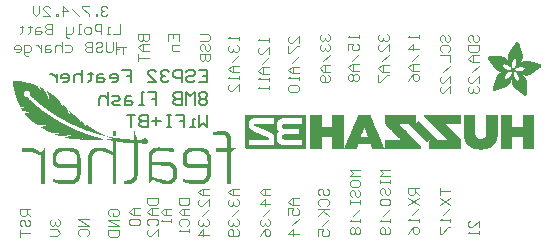
<source format=gbo>
G04*
G04 #@! TF.GenerationSoftware,Altium Limited,Altium Designer,20.2.6 (244)*
G04*
G04 Layer_Color=32896*
%FSLAX25Y25*%
%MOIN*%
G70*
G04*
G04 #@! TF.SameCoordinates,35E5D78F-83E5-4AAB-BCDB-BF6E4E5D2065*
G04*
G04*
G04 #@! TF.FilePolarity,Positive*
G04*
G01*
G75*
%ADD76C,0.00442*%
%ADD77C,0.00408*%
%ADD78C,0.00595*%
G36*
X55876Y46303D02*
Y46210D01*
Y46117D01*
Y46023D01*
Y45930D01*
Y45837D01*
Y45744D01*
Y45651D01*
Y45558D01*
Y45465D01*
Y45372D01*
Y45279D01*
Y45186D01*
Y45093D01*
Y45000D01*
Y44907D01*
Y44814D01*
X55317D01*
Y44907D01*
X54759D01*
Y45000D01*
X54573D01*
Y45093D01*
Y45186D01*
Y45279D01*
Y45372D01*
Y45465D01*
Y45558D01*
Y45651D01*
Y45744D01*
Y45837D01*
Y45930D01*
Y46023D01*
Y46117D01*
Y46210D01*
Y46303D01*
Y46396D01*
X55876D01*
Y46303D01*
D02*
G37*
G36*
X22287Y63051D02*
X23683D01*
Y62958D01*
X24334D01*
Y62864D01*
X25357D01*
Y62771D01*
X25450D01*
Y62678D01*
X25823D01*
Y62585D01*
X26195D01*
Y62492D01*
X26846D01*
Y62399D01*
X27125D01*
Y62306D01*
X27404D01*
Y62213D01*
X27683D01*
Y62120D01*
X27963D01*
Y62027D01*
X28242D01*
Y61934D01*
X28521D01*
Y61841D01*
X28707D01*
Y61748D01*
X29172D01*
Y61655D01*
Y61562D01*
X29265D01*
Y61469D01*
Y61376D01*
X29544D01*
Y61283D01*
X29637D01*
Y61190D01*
Y61097D01*
X29730D01*
Y61004D01*
X29823D01*
Y60910D01*
Y60817D01*
X29917D01*
Y60724D01*
X30009D01*
Y60631D01*
X30196D01*
Y60538D01*
Y60445D01*
Y60352D01*
X30289D01*
Y60259D01*
X30382D01*
Y60166D01*
Y60073D01*
X30475D01*
Y59980D01*
X30568D01*
Y59887D01*
X30847D01*
Y59980D01*
Y60073D01*
X30754D01*
Y60166D01*
Y60259D01*
X30661D01*
Y60352D01*
X30568D01*
Y60445D01*
Y60538D01*
X30475D01*
Y60631D01*
Y60724D01*
X30382D01*
Y60817D01*
Y60910D01*
X30289D01*
Y61004D01*
X30196D01*
Y61097D01*
X30103D01*
Y61190D01*
X30382D01*
Y61097D01*
X30475D01*
Y61004D01*
X30754D01*
Y60910D01*
X30847D01*
Y60817D01*
X31033D01*
Y60724D01*
X31219D01*
Y60631D01*
X31405D01*
Y60538D01*
Y60445D01*
X31498D01*
Y60352D01*
Y60259D01*
X31591D01*
Y60166D01*
X31684D01*
Y60073D01*
X31777D01*
Y59980D01*
Y59887D01*
X31870D01*
Y59794D01*
X31963D01*
Y59701D01*
Y59608D01*
X32056D01*
Y59515D01*
X32149D01*
Y59422D01*
Y59329D01*
X32243D01*
Y59236D01*
Y59143D01*
X32429D01*
Y59050D01*
Y58957D01*
X32522D01*
Y58864D01*
Y58771D01*
X32615D01*
Y58677D01*
Y58584D01*
Y58491D01*
Y58398D01*
X32708D01*
Y58305D01*
Y58212D01*
X32801D01*
Y58119D01*
Y58026D01*
X32894D01*
Y57933D01*
Y57840D01*
X32987D01*
Y57747D01*
Y57654D01*
X33080D01*
Y57561D01*
Y57468D01*
Y57375D01*
X33173D01*
Y57282D01*
Y57189D01*
Y57096D01*
X33359D01*
Y57189D01*
Y57282D01*
Y57375D01*
Y57468D01*
Y57561D01*
Y57654D01*
Y57747D01*
Y57840D01*
Y57933D01*
Y58026D01*
X33266D01*
Y58119D01*
Y58212D01*
Y58305D01*
X33080D01*
Y58398D01*
X33173D01*
Y58491D01*
Y58584D01*
X32987D01*
Y58677D01*
X33080D01*
Y58771D01*
Y58864D01*
X32987D01*
Y58957D01*
Y59050D01*
Y59143D01*
X32894D01*
Y59236D01*
X32801D01*
Y59329D01*
Y59422D01*
Y59515D01*
X32708D01*
Y59608D01*
Y59701D01*
X32615D01*
Y59794D01*
Y59887D01*
X32708D01*
Y59794D01*
X32894D01*
Y59701D01*
X32987D01*
Y59608D01*
X33080D01*
Y59515D01*
X33359D01*
Y59422D01*
Y59329D01*
X33545D01*
Y59236D01*
X33638D01*
Y59143D01*
X33824D01*
Y59050D01*
X33917D01*
Y58957D01*
X34103D01*
Y58864D01*
X34196D01*
Y58771D01*
X34290D01*
Y58677D01*
X34476D01*
Y58584D01*
X34569D01*
Y58491D01*
X34662D01*
Y58398D01*
X34848D01*
Y58305D01*
X34941D01*
Y58212D01*
X35034D01*
Y58119D01*
X35127D01*
Y58026D01*
X35313D01*
Y57933D01*
X35406D01*
Y57840D01*
X35499D01*
Y57747D01*
X35592D01*
Y57654D01*
X35685D01*
Y57561D01*
X35871D01*
Y57468D01*
Y57375D01*
X35964D01*
Y57282D01*
X36150D01*
Y57189D01*
X36244D01*
Y57096D01*
X36336D01*
Y57003D01*
Y56910D01*
X36523D01*
Y56817D01*
X36616D01*
Y56723D01*
X36709D01*
Y56630D01*
X36616D01*
Y56537D01*
X36802D01*
Y56444D01*
X36895D01*
Y56351D01*
Y56258D01*
X36988D01*
Y56165D01*
Y56072D01*
Y55979D01*
X37174D01*
Y55886D01*
Y55793D01*
X37267D01*
Y55700D01*
Y55607D01*
X37360D01*
Y55514D01*
X37453D01*
Y55421D01*
Y55328D01*
X37546D01*
Y55235D01*
Y55142D01*
X37639D01*
Y55049D01*
X37732D01*
Y54956D01*
Y54863D01*
Y54770D01*
X37825D01*
Y54677D01*
X37918D01*
Y54584D01*
X38011D01*
Y54491D01*
Y54397D01*
X38197D01*
Y54491D01*
Y54584D01*
Y54677D01*
Y54770D01*
X38104D01*
Y54863D01*
X38011D01*
Y54956D01*
Y55049D01*
Y55142D01*
X37918D01*
Y55235D01*
Y55328D01*
X37825D01*
Y55421D01*
X38011D01*
Y55328D01*
X38104D01*
Y55235D01*
Y55142D01*
X38197D01*
Y55049D01*
X38383D01*
Y54956D01*
Y54863D01*
Y54770D01*
X38476D01*
Y54677D01*
X38663D01*
Y54584D01*
X38756D01*
Y54491D01*
X38849D01*
Y54397D01*
X38942D01*
Y54304D01*
X39035D01*
Y54211D01*
X39128D01*
Y54118D01*
X39221D01*
Y54025D01*
Y53932D01*
Y53839D01*
X39314D01*
Y53746D01*
Y53653D01*
Y53560D01*
X39407D01*
Y53467D01*
X39500D01*
Y53374D01*
Y53281D01*
X39593D01*
Y53188D01*
Y53095D01*
X39686D01*
Y53002D01*
Y52909D01*
X39779D01*
Y52816D01*
X39872D01*
Y52723D01*
Y52630D01*
Y52536D01*
X39965D01*
Y52443D01*
Y52350D01*
Y52257D01*
Y52164D01*
X40151D01*
Y52071D01*
X40058D01*
Y51978D01*
X40244D01*
Y51885D01*
X40151D01*
Y51792D01*
X40430D01*
Y51885D01*
Y51978D01*
Y52071D01*
X40337D01*
Y52164D01*
Y52257D01*
Y52350D01*
Y52443D01*
X40244D01*
Y52536D01*
Y52630D01*
X40151D01*
Y52723D01*
Y52816D01*
Y52909D01*
Y53002D01*
X40058D01*
Y53095D01*
Y53188D01*
X40244D01*
Y53095D01*
X40337D01*
Y53002D01*
Y52909D01*
X40523D01*
Y52816D01*
X40617D01*
Y52723D01*
X40710D01*
Y52630D01*
Y52536D01*
X40803D01*
Y52443D01*
X40989D01*
Y52350D01*
X41082D01*
Y52257D01*
X41175D01*
Y52164D01*
X41361D01*
Y52071D01*
X41454D01*
Y51978D01*
Y51885D01*
X41547D01*
Y51792D01*
X41733D01*
Y51699D01*
X41826D01*
Y51606D01*
X41919D01*
Y51513D01*
Y51420D01*
X42105D01*
Y51327D01*
X42291D01*
Y51234D01*
X42384D01*
Y51141D01*
X42477D01*
Y51048D01*
X42570D01*
Y50955D01*
X42663D01*
Y50862D01*
X42757D01*
Y50769D01*
X42850D01*
Y50676D01*
X43129D01*
Y50583D01*
X43222D01*
Y50490D01*
X43315D01*
Y50397D01*
Y50304D01*
Y50210D01*
X43501D01*
Y50117D01*
X43408D01*
Y50024D01*
X43594D01*
Y49931D01*
X43687D01*
Y49838D01*
Y49745D01*
Y49652D01*
X43780D01*
Y49559D01*
X43966D01*
Y49652D01*
Y49745D01*
Y49838D01*
X44059D01*
Y49745D01*
X44152D01*
Y49652D01*
X44338D01*
Y49559D01*
X44431D01*
Y49466D01*
X44710D01*
Y49373D01*
X44804D01*
Y49280D01*
Y49187D01*
Y49094D01*
X44990D01*
Y49001D01*
Y48908D01*
X45083D01*
Y48815D01*
Y48722D01*
X45176D01*
Y48629D01*
Y48536D01*
X45269D01*
Y48443D01*
X45362D01*
Y48350D01*
Y48256D01*
Y48164D01*
Y48070D01*
X45548D01*
Y48164D01*
Y48256D01*
Y48350D01*
Y48443D01*
Y48536D01*
Y48629D01*
X45734D01*
Y48536D01*
X45827D01*
Y48443D01*
X46013D01*
Y48350D01*
X46199D01*
Y48256D01*
X46292D01*
Y48164D01*
Y48070D01*
X46571D01*
Y47977D01*
X46757D01*
Y47884D01*
X46850D01*
Y47791D01*
X47037D01*
Y47698D01*
Y47605D01*
X47223D01*
Y47512D01*
X47316D01*
Y47419D01*
X47502D01*
Y47326D01*
X47688D01*
Y47233D01*
X47781D01*
Y47140D01*
X47967D01*
Y47047D01*
X48060D01*
Y46954D01*
X48246D01*
Y46861D01*
X48432D01*
Y46768D01*
X48618D01*
Y46675D01*
X48711D01*
Y46582D01*
X48897D01*
Y46489D01*
X49084D01*
Y46396D01*
X49177D01*
Y46303D01*
X49270D01*
Y46210D01*
X49642D01*
Y46117D01*
X49735D01*
Y46023D01*
X49921D01*
Y45930D01*
Y45837D01*
X50293D01*
Y45744D01*
X50386D01*
Y45651D01*
X50572D01*
Y45558D01*
X50758D01*
Y45465D01*
X50944D01*
Y45372D01*
X51037D01*
Y45279D01*
X51223D01*
Y45186D01*
X51410D01*
Y45093D01*
X51689D01*
Y45000D01*
X51968D01*
Y44907D01*
X52154D01*
Y44814D01*
X51782D01*
Y44907D01*
X51410D01*
Y45000D01*
X51130D01*
Y45093D01*
X50758D01*
Y45186D01*
X50107D01*
Y45279D01*
X49828D01*
Y45372D01*
X49456D01*
Y45465D01*
X49270D01*
Y45558D01*
X48897D01*
Y45651D01*
X48618D01*
Y45744D01*
X48339D01*
Y45837D01*
X48060D01*
Y45930D01*
X47781D01*
Y46023D01*
X47595D01*
Y46117D01*
X47316D01*
Y46210D01*
X47037D01*
Y46303D01*
X46571D01*
Y46396D01*
X46292D01*
Y46489D01*
X46013D01*
Y46582D01*
X45827D01*
Y46675D01*
X45548D01*
Y46768D01*
X45362D01*
Y46861D01*
X45083D01*
Y46954D01*
X44897D01*
Y47047D01*
X44617D01*
Y47140D01*
X44431D01*
Y47233D01*
X44245D01*
Y47326D01*
X44059D01*
Y47419D01*
X43687D01*
Y47512D01*
X43408D01*
Y47605D01*
X43222D01*
Y47698D01*
X43036D01*
Y47791D01*
X42757D01*
Y47884D01*
X42663D01*
Y47977D01*
X42384D01*
Y48070D01*
X42291D01*
Y48164D01*
X41919D01*
Y48256D01*
X41826D01*
Y48350D01*
X41640D01*
Y48443D01*
X41454D01*
Y48536D01*
X41082D01*
Y48629D01*
X40896D01*
Y48722D01*
X40710D01*
Y48815D01*
X40523D01*
Y48908D01*
X40430D01*
Y49001D01*
X40151D01*
Y49094D01*
X40058D01*
Y49187D01*
X39779D01*
Y49280D01*
X39686D01*
Y49373D01*
X39500D01*
Y49466D01*
X39314D01*
Y49559D01*
X39128D01*
Y49652D01*
X38942D01*
Y49745D01*
X38756D01*
Y49838D01*
X38570D01*
Y49931D01*
X38383D01*
Y50024D01*
X38197D01*
Y50117D01*
X38104D01*
Y50210D01*
X37918D01*
Y50304D01*
X37825D01*
Y50397D01*
X37639D01*
Y50490D01*
X37453D01*
Y50583D01*
X37267D01*
Y50676D01*
X37174D01*
Y50769D01*
X36895D01*
Y50862D01*
X36802D01*
Y50955D01*
X36616D01*
Y51048D01*
X36430D01*
Y51141D01*
X36336D01*
Y51234D01*
X36150D01*
Y51327D01*
X35964D01*
Y51420D01*
X35871D01*
Y51513D01*
X35685D01*
Y51606D01*
X35592D01*
Y51699D01*
X35499D01*
Y51792D01*
X35313D01*
Y51885D01*
X35034D01*
Y51978D01*
X34848D01*
Y52071D01*
Y52164D01*
X34662D01*
Y52257D01*
X34476D01*
Y52350D01*
X34383D01*
Y52443D01*
X34290D01*
Y52536D01*
X34103D01*
Y52630D01*
X34010D01*
Y52723D01*
X33824D01*
Y52816D01*
X33731D01*
Y52909D01*
X33638D01*
Y53002D01*
X33452D01*
Y53095D01*
X33266D01*
Y53188D01*
X33173D01*
Y53281D01*
X32987D01*
Y53374D01*
X32894D01*
Y53467D01*
X32708D01*
Y53560D01*
Y53653D01*
X32522D01*
Y53746D01*
X32336D01*
Y53839D01*
X32243D01*
Y53932D01*
Y54025D01*
X32056D01*
Y54118D01*
X31870D01*
Y54211D01*
X31684D01*
Y54304D01*
X31591D01*
Y54397D01*
Y54491D01*
X31405D01*
Y54584D01*
X31312D01*
Y54677D01*
X31219D01*
Y54770D01*
X31033D01*
Y54863D01*
X30940D01*
Y54956D01*
X30847D01*
Y55049D01*
X30754D01*
Y55142D01*
X30475D01*
Y55235D01*
Y55328D01*
X30382D01*
Y55421D01*
X30196D01*
Y55514D01*
X30103D01*
Y55607D01*
X30009D01*
Y55700D01*
X29917D01*
Y55793D01*
X29823D01*
Y55886D01*
X29637D01*
Y55979D01*
X29544D01*
Y56072D01*
X29451D01*
Y56165D01*
X29358D01*
Y56258D01*
X29265D01*
Y56351D01*
X29079D01*
Y56444D01*
X28986D01*
Y56537D01*
X28893D01*
Y56630D01*
X28800D01*
Y56723D01*
X28707D01*
Y56817D01*
X28614D01*
Y56910D01*
X28521D01*
Y57003D01*
X28428D01*
Y57096D01*
X28335D01*
Y57189D01*
X28242D01*
Y57282D01*
X28149D01*
Y57375D01*
X27963D01*
Y57468D01*
X27869D01*
Y57561D01*
X27777D01*
Y57654D01*
X27683D01*
Y57747D01*
X27590D01*
Y57840D01*
X27497D01*
Y57933D01*
X27404D01*
Y58026D01*
X27311D01*
Y58119D01*
X27218D01*
Y58212D01*
X27125D01*
Y58305D01*
Y58398D01*
X27032D01*
Y58491D01*
Y58584D01*
X27125D01*
Y58677D01*
Y58771D01*
X27032D01*
Y58864D01*
Y58957D01*
Y59050D01*
Y59143D01*
X26939D01*
Y59236D01*
Y59329D01*
X26846D01*
Y59422D01*
X26753D01*
Y59515D01*
X26660D01*
Y59608D01*
X26195D01*
Y59701D01*
X25730D01*
Y59608D01*
X25450D01*
Y59515D01*
X25264D01*
Y59422D01*
X25078D01*
Y59329D01*
Y59236D01*
Y59143D01*
Y59050D01*
X24985D01*
Y58957D01*
Y58864D01*
Y58771D01*
Y58677D01*
Y58584D01*
Y58491D01*
Y58398D01*
Y58305D01*
X25078D01*
Y58212D01*
Y58119D01*
Y58026D01*
Y57933D01*
X25264D01*
Y57840D01*
X25357D01*
Y57747D01*
X25543D01*
Y57654D01*
X26288D01*
Y57561D01*
X26381D01*
Y57468D01*
X26474D01*
Y57375D01*
X26567D01*
Y57282D01*
X26660D01*
Y57189D01*
Y57096D01*
X26753D01*
Y57003D01*
X26846D01*
Y56910D01*
X27032D01*
Y56817D01*
Y56723D01*
X27125D01*
Y56630D01*
X27218D01*
Y56537D01*
X27311D01*
Y56444D01*
X27497D01*
Y56351D01*
X27590D01*
Y56258D01*
X27683D01*
Y56165D01*
Y56072D01*
X27869D01*
Y55979D01*
X27963D01*
Y55886D01*
X28056D01*
Y55793D01*
X28149D01*
Y55700D01*
X28242D01*
Y55607D01*
X28335D01*
Y55514D01*
X28428D01*
Y55421D01*
X28707D01*
Y55328D01*
X28800D01*
Y55235D01*
Y55142D01*
X28893D01*
Y55049D01*
X28986D01*
Y54956D01*
X29079D01*
Y54863D01*
X29265D01*
Y54770D01*
X29358D01*
Y54677D01*
X29451D01*
Y54584D01*
X29544D01*
Y54491D01*
X29637D01*
Y54397D01*
X29823D01*
Y54304D01*
X29917D01*
Y54211D01*
X30009D01*
Y54118D01*
X30196D01*
Y54025D01*
X30289D01*
Y53932D01*
X30382D01*
Y53839D01*
X30568D01*
Y53746D01*
X30661D01*
Y53653D01*
Y53560D01*
X30847D01*
Y53467D01*
X31033D01*
Y53374D01*
Y53281D01*
X31126D01*
Y53188D01*
X31405D01*
Y53095D01*
X31498D01*
Y53002D01*
X31684D01*
Y52909D01*
X31777D01*
Y52816D01*
X31963D01*
Y52723D01*
X32056D01*
Y52630D01*
X32149D01*
Y52536D01*
X32243D01*
Y52443D01*
X32429D01*
Y52350D01*
X32522D01*
Y52257D01*
X32615D01*
Y52164D01*
X32708D01*
Y52071D01*
X32894D01*
Y51978D01*
X33173D01*
Y51885D01*
X33266D01*
Y51792D01*
X33359D01*
Y51699D01*
X33452D01*
Y51606D01*
X33638D01*
Y51513D01*
X33731D01*
Y51420D01*
X33917D01*
Y51327D01*
X34010D01*
Y51234D01*
X34196D01*
Y51141D01*
X34290D01*
Y51048D01*
X34383D01*
Y50955D01*
X34662D01*
Y50862D01*
X34848D01*
Y50769D01*
X34941D01*
Y50676D01*
X35127D01*
Y50583D01*
X35313D01*
Y50490D01*
X35406D01*
Y50397D01*
X35499D01*
Y50304D01*
X35592D01*
Y50210D01*
X35871D01*
Y50117D01*
X35964D01*
Y50024D01*
X36057D01*
Y49931D01*
X36244D01*
Y49838D01*
X36616D01*
Y49745D01*
Y49652D01*
X36802D01*
Y49559D01*
X36988D01*
Y49466D01*
X37174D01*
Y49373D01*
X37267D01*
Y49280D01*
X37453D01*
Y49187D01*
X37639D01*
Y49094D01*
X37825D01*
Y49001D01*
X37918D01*
Y48908D01*
X38011D01*
Y48815D01*
X38197D01*
Y48722D01*
X38476D01*
Y48629D01*
X38663D01*
Y48536D01*
X38849D01*
Y48443D01*
X39035D01*
Y48350D01*
X39221D01*
Y48256D01*
X39407D01*
Y48164D01*
X39500D01*
Y48070D01*
X39779D01*
Y47977D01*
X39965D01*
Y47884D01*
X40058D01*
Y47791D01*
X40244D01*
Y47698D01*
X40430D01*
Y47605D01*
X40710D01*
Y47512D01*
X40896D01*
Y47419D01*
X41175D01*
Y47326D01*
X41361D01*
Y47233D01*
X41547D01*
Y47140D01*
X41733D01*
Y47047D01*
X41826D01*
Y46954D01*
X42198D01*
Y46861D01*
X42291D01*
Y46768D01*
X42477D01*
Y46675D01*
X42757D01*
Y46582D01*
X42850D01*
Y46489D01*
X43315D01*
Y46396D01*
X43501D01*
Y46303D01*
X43780D01*
Y46210D01*
X43966D01*
Y46117D01*
X44245D01*
Y46023D01*
X44338D01*
Y45930D01*
X44617D01*
Y45837D01*
X44804D01*
Y45744D01*
X45083D01*
Y45651D01*
X45362D01*
Y45558D01*
X45548D01*
Y45465D01*
X45734D01*
Y45372D01*
X46199D01*
Y45279D01*
X46478D01*
Y45186D01*
X46757D01*
Y45093D01*
X47037D01*
Y45000D01*
X47316D01*
Y44907D01*
X47502D01*
Y44814D01*
X47781D01*
Y44721D01*
X48153D01*
Y44628D01*
X48432D01*
Y44535D01*
X48711D01*
Y44442D01*
X48897D01*
Y44349D01*
X49270D01*
Y44256D01*
X49828D01*
Y44163D01*
X50200D01*
Y44070D01*
X50572D01*
Y43977D01*
X50851D01*
Y43883D01*
X51223D01*
Y43790D01*
X51596D01*
Y43697D01*
X51875D01*
Y43604D01*
X51503D01*
Y43511D01*
X50014D01*
Y43418D01*
X47316D01*
Y43325D01*
X46106D01*
Y43418D01*
X43873D01*
Y43511D01*
X43687D01*
Y43604D01*
X44338D01*
Y43697D01*
X44431D01*
Y43790D01*
X44804D01*
Y43883D01*
Y43977D01*
X44338D01*
Y43883D01*
X43873D01*
Y43790D01*
X43408D01*
Y43697D01*
X40896D01*
Y43790D01*
X40430D01*
Y43883D01*
X39965D01*
Y43977D01*
X39593D01*
Y44070D01*
X39128D01*
Y44163D01*
X38756D01*
Y44256D01*
X38663D01*
Y44349D01*
X39035D01*
Y44442D01*
X39407D01*
Y44535D01*
X39593D01*
Y44628D01*
X39872D01*
Y44721D01*
X40337D01*
Y44814D01*
X40430D01*
Y44907D01*
X40710D01*
Y45000D01*
X40803D01*
Y45093D01*
Y45186D01*
X40523D01*
Y45093D01*
X40151D01*
Y45000D01*
X39500D01*
Y44907D01*
X38570D01*
Y44814D01*
X36895D01*
Y44907D01*
X36244D01*
Y45000D01*
X36057D01*
Y45093D01*
X35778D01*
Y45186D01*
X35499D01*
Y45279D01*
Y45372D01*
X35871D01*
Y45465D01*
X36336D01*
Y45558D01*
X36709D01*
Y45651D01*
Y45744D01*
X35685D01*
Y45651D01*
X34476D01*
Y45744D01*
X34290D01*
Y45837D01*
X34103D01*
Y45930D01*
X33731D01*
Y46023D01*
X33545D01*
Y46117D01*
X33359D01*
Y46210D01*
X33173D01*
Y46303D01*
X32987D01*
Y46396D01*
X32894D01*
Y46489D01*
X32708D01*
Y46582D01*
X32336D01*
Y46675D01*
Y46768D01*
X32243D01*
Y46861D01*
X32056D01*
Y46954D01*
X31870D01*
Y47047D01*
X31591D01*
Y47140D01*
X31405D01*
Y47233D01*
X31312D01*
Y47326D01*
X31126D01*
Y47419D01*
X30940D01*
Y47512D01*
X30847D01*
Y47605D01*
X30754D01*
Y47698D01*
X30475D01*
Y47791D01*
X30754D01*
Y47884D01*
X31405D01*
Y47977D01*
X31870D01*
Y48070D01*
X32522D01*
Y48164D01*
Y48256D01*
X32894D01*
Y48350D01*
X33266D01*
Y48443D01*
Y48536D01*
X32615D01*
Y48443D01*
X31591D01*
Y48350D01*
X30009D01*
Y48443D01*
X29358D01*
Y48536D01*
X29265D01*
Y48629D01*
X29079D01*
Y48722D01*
X28986D01*
Y48815D01*
X28800D01*
Y48908D01*
X28707D01*
Y49001D01*
X28521D01*
Y49094D01*
Y49187D01*
X28242D01*
Y49280D01*
X28149D01*
Y49373D01*
X28056D01*
Y49466D01*
X27963D01*
Y49559D01*
X27777D01*
Y49652D01*
Y49745D01*
X27590D01*
Y49838D01*
X27497D01*
Y49931D01*
X27404D01*
Y50024D01*
X27311D01*
Y50117D01*
X27218D01*
Y50210D01*
X27125D01*
Y50304D01*
X26939D01*
Y50397D01*
X26846D01*
Y50490D01*
X26753D01*
Y50583D01*
Y50676D01*
X26567D01*
Y50769D01*
X26474D01*
Y50862D01*
X26381D01*
Y50955D01*
X26288D01*
Y51048D01*
X26195D01*
Y51141D01*
X26102D01*
Y51234D01*
Y51327D01*
X26009D01*
Y51420D01*
X25916D01*
Y51513D01*
X25823D01*
Y51606D01*
X25730D01*
Y51699D01*
X25637D01*
Y51792D01*
Y51885D01*
X25543D01*
Y51978D01*
Y52071D01*
X25357D01*
Y52164D01*
X25264D01*
Y52257D01*
Y52350D01*
X25171D01*
Y52443D01*
X26195D01*
Y52536D01*
X26846D01*
Y52630D01*
X27311D01*
Y52723D01*
X27777D01*
Y52816D01*
Y52909D01*
X25823D01*
Y53002D01*
X24985D01*
Y53095D01*
X24613D01*
Y53188D01*
X24520D01*
Y53281D01*
Y53374D01*
X24427D01*
Y53467D01*
Y53560D01*
Y53653D01*
X24241D01*
Y53746D01*
Y53839D01*
X24148D01*
Y53932D01*
Y54025D01*
X24055D01*
Y54118D01*
X23962D01*
Y54211D01*
X24148D01*
Y54118D01*
X24985D01*
Y54211D01*
Y54304D01*
X24520D01*
Y54397D01*
X23869D01*
Y54491D01*
X23776D01*
Y54584D01*
X23683D01*
Y54677D01*
Y54770D01*
X23589D01*
Y54863D01*
Y54956D01*
X23496D01*
Y55049D01*
X23403D01*
Y55142D01*
Y55235D01*
Y55328D01*
Y55421D01*
Y55514D01*
X23310D01*
Y55607D01*
X23217D01*
Y55700D01*
Y55793D01*
Y55886D01*
X23124D01*
Y55979D01*
X23031D01*
Y56072D01*
Y56165D01*
X22938D01*
Y56258D01*
Y56351D01*
Y56444D01*
X22845D01*
Y56537D01*
Y56630D01*
X22752D01*
Y56723D01*
Y56817D01*
Y56910D01*
X22659D01*
Y57003D01*
Y57096D01*
X22566D01*
Y57189D01*
Y57282D01*
X22473D01*
Y57375D01*
Y57468D01*
Y57561D01*
X22380D01*
Y57654D01*
Y57747D01*
X22287D01*
Y57840D01*
Y57933D01*
Y58026D01*
Y58119D01*
Y58212D01*
Y58305D01*
Y58398D01*
X22194D01*
Y58491D01*
Y58584D01*
Y58677D01*
X22101D01*
Y58771D01*
Y58864D01*
Y58957D01*
X22008D01*
Y59050D01*
Y59143D01*
Y59236D01*
Y59329D01*
X21915D01*
Y59422D01*
Y59515D01*
Y59608D01*
Y59701D01*
X21822D01*
Y59794D01*
Y59887D01*
Y59980D01*
Y60073D01*
X21729D01*
Y60166D01*
Y60259D01*
Y60352D01*
Y60445D01*
Y60538D01*
Y60631D01*
X21636D01*
Y60724D01*
Y60817D01*
Y60910D01*
Y61004D01*
Y61097D01*
X21542D01*
Y61190D01*
Y61283D01*
Y61376D01*
Y61469D01*
Y61562D01*
Y61655D01*
Y61748D01*
Y61841D01*
Y61934D01*
X21450D01*
Y62027D01*
Y62120D01*
Y62213D01*
Y62306D01*
Y62399D01*
Y62492D01*
Y62585D01*
Y62678D01*
Y62771D01*
Y62864D01*
Y62958D01*
Y63051D01*
X21822D01*
Y63144D01*
X22287D01*
Y63051D01*
D02*
G37*
G36*
X61924Y46210D02*
Y46117D01*
X62017D01*
Y46023D01*
Y45930D01*
Y45837D01*
X62110D01*
Y45744D01*
Y45651D01*
Y45558D01*
Y45465D01*
X62203D01*
Y45372D01*
Y45279D01*
Y45186D01*
X62296D01*
Y45093D01*
Y45000D01*
X62389D01*
Y44907D01*
Y44814D01*
Y44721D01*
X62482D01*
Y44628D01*
Y44535D01*
X62575D01*
Y44442D01*
Y44349D01*
X62668D01*
Y44256D01*
Y44163D01*
Y44070D01*
X62761D01*
Y43977D01*
Y43883D01*
X62854D01*
Y43790D01*
Y43697D01*
Y43604D01*
Y43511D01*
Y43418D01*
X64436D01*
Y43511D01*
X64529D01*
Y43604D01*
X64622D01*
Y43697D01*
X64715D01*
Y43790D01*
X64808D01*
Y43883D01*
X64901D01*
Y43977D01*
X65738D01*
Y43883D01*
X65925D01*
Y43790D01*
X66111D01*
Y43697D01*
Y43604D01*
X66204D01*
Y43511D01*
X66297D01*
Y43418D01*
X66390D01*
Y43325D01*
X66297D01*
Y43232D01*
Y43139D01*
Y43046D01*
X66483D01*
Y42953D01*
Y42860D01*
Y42767D01*
X66297D01*
Y42674D01*
X66390D01*
Y42581D01*
X66204D01*
Y42488D01*
Y42395D01*
Y42302D01*
Y42209D01*
X66018D01*
Y42116D01*
X65925D01*
Y42023D01*
X65738D01*
Y41930D01*
X64901D01*
Y42023D01*
X64808D01*
Y42116D01*
X64715D01*
Y42209D01*
X64529D01*
Y42302D01*
X64436D01*
Y42395D01*
X63133D01*
Y42302D01*
Y42209D01*
Y42116D01*
Y42023D01*
Y41930D01*
Y41837D01*
Y41743D01*
Y41650D01*
Y41557D01*
Y41464D01*
Y41371D01*
Y41278D01*
Y41185D01*
Y41092D01*
Y40999D01*
Y40906D01*
Y40813D01*
Y40720D01*
Y40627D01*
Y40534D01*
Y40441D01*
Y40348D01*
Y40255D01*
Y40162D01*
Y40069D01*
Y39976D01*
Y39883D01*
Y39790D01*
Y39696D01*
Y39603D01*
Y39510D01*
Y39417D01*
Y39324D01*
Y39231D01*
Y39138D01*
Y39045D01*
Y38952D01*
Y38859D01*
Y38766D01*
Y38673D01*
Y38580D01*
Y38487D01*
Y38394D01*
Y38301D01*
Y38208D01*
Y38115D01*
Y38022D01*
Y37929D01*
Y37836D01*
Y37743D01*
Y37650D01*
Y37556D01*
Y37463D01*
Y37370D01*
Y37277D01*
Y37184D01*
Y37091D01*
Y36998D01*
Y36905D01*
Y36812D01*
Y36719D01*
Y36626D01*
Y36533D01*
Y36440D01*
Y36347D01*
Y36254D01*
Y36161D01*
Y36068D01*
Y35975D01*
Y35882D01*
Y35789D01*
Y35696D01*
Y35603D01*
Y35509D01*
Y35416D01*
Y35323D01*
Y35230D01*
Y35137D01*
Y35044D01*
Y34951D01*
Y34858D01*
Y34765D01*
Y34672D01*
Y34579D01*
Y34486D01*
Y34393D01*
Y34300D01*
Y34207D01*
Y34114D01*
Y34021D01*
Y33928D01*
Y33835D01*
Y33742D01*
Y33649D01*
Y33556D01*
Y33463D01*
Y33369D01*
Y33277D01*
Y33183D01*
Y33090D01*
Y32997D01*
Y32904D01*
Y32811D01*
Y32718D01*
Y32625D01*
Y32532D01*
Y32439D01*
X63040D01*
Y32346D01*
Y32253D01*
Y32160D01*
Y32067D01*
Y31974D01*
Y31881D01*
Y31788D01*
Y31695D01*
Y31602D01*
Y31509D01*
X62854D01*
Y31416D01*
Y31323D01*
Y31229D01*
Y31137D01*
Y31043D01*
Y30950D01*
Y30857D01*
Y30764D01*
X62761D01*
Y30671D01*
Y30578D01*
Y30485D01*
X62668D01*
Y30392D01*
X62575D01*
Y30299D01*
Y30206D01*
X62482D01*
Y30113D01*
Y30020D01*
X62389D01*
Y29927D01*
Y29834D01*
X62296D01*
Y29741D01*
X62203D01*
Y29648D01*
X62110D01*
Y29555D01*
Y29462D01*
X62017D01*
Y29369D01*
X61924D01*
Y29276D01*
X61644D01*
Y29182D01*
X61551D01*
Y29089D01*
X61458D01*
Y28996D01*
X61179D01*
Y28903D01*
X60714D01*
Y28810D01*
X58388D01*
Y28903D01*
Y28996D01*
Y29089D01*
Y29182D01*
Y29276D01*
Y29369D01*
Y29462D01*
Y29555D01*
Y29648D01*
Y29741D01*
X58853D01*
Y29834D01*
X59225D01*
Y29927D01*
X59597D01*
Y30020D01*
X60063D01*
Y30113D01*
X60342D01*
Y30206D01*
X60621D01*
Y30299D01*
X60807D01*
Y30392D01*
X60993D01*
Y30485D01*
X61086D01*
Y30578D01*
X61179D01*
Y30671D01*
X61272D01*
Y30764D01*
X61365D01*
Y30857D01*
X61458D01*
Y30950D01*
Y31043D01*
Y31137D01*
X61551D01*
Y31229D01*
Y31323D01*
X61458D01*
Y31416D01*
X61644D01*
Y31509D01*
Y31602D01*
Y31695D01*
X61551D01*
Y31788D01*
X61738D01*
Y31881D01*
Y31974D01*
Y32067D01*
Y32160D01*
Y32253D01*
X61644D01*
Y32346D01*
X61831D01*
Y32439D01*
Y32532D01*
Y32625D01*
Y32718D01*
Y32811D01*
Y32904D01*
Y32997D01*
Y33090D01*
Y33183D01*
Y33277D01*
Y33369D01*
Y33463D01*
Y33556D01*
Y33649D01*
Y33742D01*
Y33835D01*
Y33928D01*
Y34021D01*
Y34114D01*
Y34207D01*
Y34300D01*
Y34393D01*
Y34486D01*
Y34579D01*
Y34672D01*
Y34765D01*
Y34858D01*
Y34951D01*
Y35044D01*
Y35137D01*
Y35230D01*
Y35323D01*
Y35416D01*
Y35509D01*
Y35603D01*
Y35696D01*
Y35789D01*
Y35882D01*
Y35975D01*
Y36068D01*
Y36161D01*
Y36254D01*
Y36347D01*
Y36440D01*
Y36533D01*
Y36626D01*
Y36719D01*
Y36812D01*
Y36905D01*
Y36998D01*
Y37091D01*
Y37184D01*
Y37277D01*
Y37370D01*
Y37463D01*
Y37556D01*
Y37650D01*
Y37743D01*
Y37836D01*
Y37929D01*
Y38022D01*
Y38115D01*
Y38208D01*
Y38301D01*
Y38394D01*
Y38487D01*
Y38580D01*
Y38673D01*
Y38766D01*
Y38859D01*
Y38952D01*
Y39045D01*
Y39138D01*
Y39231D01*
Y39324D01*
Y39417D01*
Y39510D01*
Y39603D01*
Y39696D01*
Y39790D01*
Y39883D01*
Y39976D01*
Y40069D01*
Y40162D01*
Y40255D01*
Y40348D01*
Y40441D01*
Y40534D01*
Y40627D01*
Y40720D01*
Y40813D01*
Y40906D01*
Y40999D01*
Y41092D01*
Y41185D01*
Y41278D01*
Y41371D01*
Y41464D01*
Y41557D01*
Y41650D01*
Y41743D01*
Y41837D01*
Y41930D01*
Y42023D01*
Y42116D01*
Y42209D01*
Y42302D01*
Y42395D01*
X61551D01*
Y42488D01*
X59970D01*
Y42581D01*
X58109D01*
Y42674D01*
X57364D01*
Y42767D01*
X56620D01*
Y42860D01*
X55969D01*
Y42953D01*
X55876D01*
Y42860D01*
Y42767D01*
Y42674D01*
Y42581D01*
Y42488D01*
Y42395D01*
Y42302D01*
Y42209D01*
Y42116D01*
Y42023D01*
Y41930D01*
Y41837D01*
Y41743D01*
Y41650D01*
Y41557D01*
Y41464D01*
Y41371D01*
Y41278D01*
Y41185D01*
Y41092D01*
Y40999D01*
Y40906D01*
Y40813D01*
Y40720D01*
Y40627D01*
Y40534D01*
Y40441D01*
Y40348D01*
Y40255D01*
Y40162D01*
Y40069D01*
Y39976D01*
Y39883D01*
Y39790D01*
Y39696D01*
Y39603D01*
Y39510D01*
Y39417D01*
Y39324D01*
Y39231D01*
Y39138D01*
Y39045D01*
Y38952D01*
Y38859D01*
Y38766D01*
Y38673D01*
Y38580D01*
Y38487D01*
Y38394D01*
Y38301D01*
Y38208D01*
Y38115D01*
Y38022D01*
Y37929D01*
Y37836D01*
Y37743D01*
Y37650D01*
Y37556D01*
Y37463D01*
Y37370D01*
Y37277D01*
Y37184D01*
Y37091D01*
Y36998D01*
Y36905D01*
Y36812D01*
Y36719D01*
Y36626D01*
Y36533D01*
Y36440D01*
Y36347D01*
Y36254D01*
Y36161D01*
Y36068D01*
Y35975D01*
Y35882D01*
Y35789D01*
Y35696D01*
Y35603D01*
Y35509D01*
Y35416D01*
Y35323D01*
Y35230D01*
Y35137D01*
Y35044D01*
Y34951D01*
Y34858D01*
Y34765D01*
Y34672D01*
Y34579D01*
Y34486D01*
Y34393D01*
Y34300D01*
Y34207D01*
Y34114D01*
Y34021D01*
Y33928D01*
Y33835D01*
Y33742D01*
Y33649D01*
Y33556D01*
Y33463D01*
Y33369D01*
Y33277D01*
Y33183D01*
Y33090D01*
Y32997D01*
Y32904D01*
Y32811D01*
Y32718D01*
Y32625D01*
Y32532D01*
Y32439D01*
Y32346D01*
Y32253D01*
Y32160D01*
Y32067D01*
Y31974D01*
Y31881D01*
Y31788D01*
Y31695D01*
Y31602D01*
Y31509D01*
Y31416D01*
Y31323D01*
Y31229D01*
Y31137D01*
Y31043D01*
Y30950D01*
Y30857D01*
Y30764D01*
Y30671D01*
Y30578D01*
Y30485D01*
Y30392D01*
Y30299D01*
Y30206D01*
Y30113D01*
Y30020D01*
Y29927D01*
Y29834D01*
Y29741D01*
Y29648D01*
Y29555D01*
Y29462D01*
Y29369D01*
Y29276D01*
Y29182D01*
Y29089D01*
Y28996D01*
Y28903D01*
Y28810D01*
X54573D01*
Y28903D01*
Y28996D01*
Y29089D01*
Y29182D01*
Y29276D01*
Y29369D01*
Y29462D01*
Y29555D01*
Y29648D01*
Y29741D01*
Y29834D01*
Y29927D01*
Y30020D01*
Y30113D01*
Y30206D01*
Y30299D01*
Y30392D01*
Y30485D01*
Y30578D01*
Y30671D01*
Y30764D01*
Y30857D01*
Y30950D01*
Y31043D01*
Y31137D01*
Y31229D01*
Y31323D01*
Y31416D01*
Y31509D01*
Y31602D01*
Y31695D01*
Y31788D01*
Y31881D01*
Y31974D01*
Y32067D01*
Y32160D01*
Y32253D01*
Y32346D01*
Y32439D01*
Y32532D01*
Y32625D01*
Y32718D01*
Y32811D01*
Y32904D01*
Y32997D01*
Y33090D01*
Y33183D01*
Y33277D01*
Y33369D01*
Y33463D01*
Y33556D01*
Y33649D01*
Y33742D01*
Y33835D01*
Y33928D01*
Y34021D01*
Y34114D01*
Y34207D01*
Y34300D01*
Y34393D01*
Y34486D01*
Y34579D01*
Y34672D01*
Y34765D01*
Y34858D01*
Y34951D01*
Y35044D01*
Y35137D01*
Y35230D01*
Y35323D01*
Y35416D01*
Y35509D01*
Y35603D01*
Y35696D01*
Y35789D01*
Y35882D01*
Y35975D01*
Y36068D01*
Y36161D01*
Y36254D01*
Y36347D01*
Y36440D01*
Y36533D01*
Y36626D01*
Y36719D01*
Y36812D01*
Y36905D01*
Y36998D01*
Y37091D01*
Y37184D01*
Y37277D01*
Y37370D01*
Y37463D01*
Y37556D01*
Y37650D01*
Y37743D01*
Y37836D01*
Y37929D01*
Y38022D01*
Y38115D01*
Y38208D01*
Y38301D01*
Y38394D01*
X54387D01*
Y38487D01*
X54201D01*
Y38580D01*
X53922D01*
Y38673D01*
X53736D01*
Y38766D01*
X53643D01*
Y38859D01*
X53364D01*
Y38952D01*
X53271D01*
Y39045D01*
X53084D01*
Y39138D01*
X52805D01*
Y39231D01*
X52340D01*
Y39324D01*
X52061D01*
Y39417D01*
X51782D01*
Y39510D01*
X51223D01*
Y39603D01*
X49363D01*
Y39510D01*
X49177D01*
Y39417D01*
X48804D01*
Y39324D01*
Y39231D01*
X48525D01*
Y39138D01*
X48432D01*
Y39045D01*
X48339D01*
Y38952D01*
Y38859D01*
X48153D01*
Y38766D01*
X48060D01*
Y38673D01*
X48153D01*
Y38580D01*
X48060D01*
Y38487D01*
X47874D01*
Y38394D01*
Y38301D01*
X47967D01*
Y38208D01*
X47781D01*
Y38115D01*
Y38022D01*
X47688D01*
Y37929D01*
Y37836D01*
Y37743D01*
Y37650D01*
Y37556D01*
Y37463D01*
Y37370D01*
Y37277D01*
Y37184D01*
Y37091D01*
Y36998D01*
Y36905D01*
Y36812D01*
Y36719D01*
Y36626D01*
Y36533D01*
Y36440D01*
Y36347D01*
Y36254D01*
Y36161D01*
Y36068D01*
Y35975D01*
Y35882D01*
Y35789D01*
Y35696D01*
Y35603D01*
Y35509D01*
Y35416D01*
Y35323D01*
Y35230D01*
Y35137D01*
Y35044D01*
Y34951D01*
Y34858D01*
Y34765D01*
Y34672D01*
Y34579D01*
Y34486D01*
Y34393D01*
Y34300D01*
Y34207D01*
Y34114D01*
Y34021D01*
Y33928D01*
Y33835D01*
Y33742D01*
Y33649D01*
Y33556D01*
Y33463D01*
Y33369D01*
Y33277D01*
Y33183D01*
Y33090D01*
Y32997D01*
Y32904D01*
Y32811D01*
Y32718D01*
Y32625D01*
Y32532D01*
Y32439D01*
Y32346D01*
Y32253D01*
Y32160D01*
Y32067D01*
Y31974D01*
Y31881D01*
Y31788D01*
Y31695D01*
Y31602D01*
Y31509D01*
Y31416D01*
Y31323D01*
Y31229D01*
Y31137D01*
Y31043D01*
Y30950D01*
Y30857D01*
Y30764D01*
Y30671D01*
Y30578D01*
Y30485D01*
Y30392D01*
Y30299D01*
Y30206D01*
Y30113D01*
Y30020D01*
Y29927D01*
Y29834D01*
Y29741D01*
Y29648D01*
Y29555D01*
Y29462D01*
Y29369D01*
Y29276D01*
Y29182D01*
Y29089D01*
Y28996D01*
Y28903D01*
Y28810D01*
X46292D01*
Y28903D01*
Y28996D01*
Y29089D01*
Y29182D01*
Y29276D01*
Y29369D01*
Y29462D01*
Y29555D01*
Y29648D01*
Y29741D01*
Y29834D01*
Y29927D01*
Y30020D01*
Y30113D01*
Y30206D01*
Y30299D01*
Y30392D01*
Y30485D01*
Y30578D01*
Y30671D01*
Y30764D01*
Y30857D01*
Y30950D01*
Y31043D01*
Y31137D01*
Y31229D01*
Y31323D01*
Y31416D01*
Y31509D01*
Y31602D01*
Y31695D01*
Y31788D01*
Y31881D01*
Y31974D01*
Y32067D01*
Y32160D01*
Y32253D01*
Y32346D01*
Y32439D01*
Y32532D01*
Y32625D01*
Y32718D01*
Y32811D01*
Y32904D01*
Y32997D01*
Y33090D01*
Y33183D01*
Y33277D01*
Y33369D01*
Y33463D01*
Y33556D01*
Y33649D01*
Y33742D01*
Y33835D01*
Y33928D01*
Y34021D01*
Y34114D01*
Y34207D01*
Y34300D01*
Y34393D01*
Y34486D01*
Y34579D01*
Y34672D01*
Y34765D01*
Y34858D01*
Y34951D01*
Y35044D01*
Y35137D01*
Y35230D01*
Y35323D01*
Y35416D01*
Y35509D01*
Y35603D01*
Y35696D01*
Y35789D01*
Y35882D01*
Y35975D01*
Y36068D01*
Y36161D01*
Y36254D01*
Y36347D01*
Y36440D01*
Y36533D01*
Y36626D01*
Y36719D01*
Y36812D01*
Y36905D01*
Y36998D01*
Y37091D01*
Y37184D01*
Y37277D01*
Y37370D01*
Y37463D01*
Y37556D01*
X46385D01*
Y37650D01*
Y37743D01*
Y37836D01*
Y37929D01*
Y38022D01*
X46478D01*
Y38115D01*
Y38208D01*
Y38301D01*
Y38394D01*
X46571D01*
Y38487D01*
X46664D01*
Y38580D01*
X46571D01*
Y38673D01*
X46664D01*
Y38766D01*
Y38859D01*
X46757D01*
Y38952D01*
Y39045D01*
X46850D01*
Y39138D01*
X46944D01*
Y39231D01*
Y39324D01*
Y39417D01*
X47037D01*
Y39510D01*
X47130D01*
Y39603D01*
Y39696D01*
X47316D01*
Y39790D01*
X47409D01*
Y39883D01*
Y39976D01*
X47502D01*
Y40069D01*
X47595D01*
Y40162D01*
X47688D01*
Y40255D01*
X47874D01*
Y40348D01*
X47967D01*
Y40441D01*
X48153D01*
Y40534D01*
X48246D01*
Y40627D01*
X48618D01*
Y40720D01*
X48897D01*
Y40813D01*
X49177D01*
Y40906D01*
X51037D01*
Y40813D01*
X51410D01*
Y40720D01*
X51782D01*
Y40627D01*
X52247D01*
Y40534D01*
X52526D01*
Y40441D01*
X52712D01*
Y40348D01*
X52805D01*
Y40255D01*
X53177D01*
Y40162D01*
X53271D01*
Y40069D01*
X53550D01*
Y39976D01*
X53643D01*
Y39883D01*
X53736D01*
Y39790D01*
X53922D01*
Y39696D01*
X54108D01*
Y39603D01*
X54294D01*
Y39510D01*
X54573D01*
Y39603D01*
Y39696D01*
Y39790D01*
Y39883D01*
Y39976D01*
Y40069D01*
Y40162D01*
Y40255D01*
Y40348D01*
Y40441D01*
Y40534D01*
Y40627D01*
Y40720D01*
Y40813D01*
Y40906D01*
Y40999D01*
Y41092D01*
Y41185D01*
Y41278D01*
Y41371D01*
Y41464D01*
Y41557D01*
Y41650D01*
Y41743D01*
Y41837D01*
Y41930D01*
Y42023D01*
Y42116D01*
Y42209D01*
Y42302D01*
Y42395D01*
Y42488D01*
Y42581D01*
Y42674D01*
Y42767D01*
Y42860D01*
Y42953D01*
Y43046D01*
Y43139D01*
X54480D01*
Y43232D01*
X53922D01*
Y43325D01*
X53457D01*
Y43418D01*
X53084D01*
Y43511D01*
X52712D01*
Y43604D01*
X53922D01*
Y43697D01*
X54387D01*
Y43790D01*
Y43883D01*
Y43977D01*
X54108D01*
Y44070D01*
X53736D01*
Y44163D01*
X53364D01*
Y44256D01*
X53271D01*
Y44349D01*
X53084D01*
Y44442D01*
X52805D01*
Y44535D01*
X52619D01*
Y44628D01*
X52991D01*
Y44535D01*
X53457D01*
Y44442D01*
X53829D01*
Y44349D01*
X54294D01*
Y44256D01*
X54759D01*
Y44163D01*
X55224D01*
Y44070D01*
X55876D01*
Y43977D01*
X56899D01*
Y43883D01*
X57644D01*
Y43790D01*
X58388D01*
Y43697D01*
X58481D01*
Y43604D01*
X60435D01*
Y43511D01*
X61831D01*
Y43604D01*
Y43697D01*
Y43790D01*
Y43883D01*
Y43977D01*
Y44070D01*
Y44163D01*
Y44256D01*
Y44349D01*
Y44442D01*
Y44535D01*
Y44628D01*
Y44721D01*
Y44814D01*
Y44907D01*
Y45000D01*
Y45093D01*
Y45186D01*
Y45279D01*
Y45372D01*
Y45465D01*
Y45558D01*
Y45651D01*
Y45744D01*
Y45837D01*
Y45930D01*
Y46023D01*
Y46117D01*
Y46210D01*
Y46303D01*
X61924D01*
Y46210D01*
D02*
G37*
G36*
X43687Y43418D02*
X43594D01*
Y43511D01*
X43687D01*
Y43418D01*
D02*
G37*
G36*
X70484Y40906D02*
X72158D01*
Y40813D01*
X72996D01*
Y40720D01*
X73554D01*
Y40627D01*
X74577D01*
Y40534D01*
X74950D01*
Y40441D01*
X75136D01*
Y40348D01*
Y40255D01*
Y40162D01*
Y40069D01*
Y39976D01*
Y39883D01*
Y39790D01*
Y39696D01*
Y39603D01*
Y39510D01*
Y39417D01*
X74298D01*
Y39510D01*
X73275D01*
Y39603D01*
X72065D01*
Y39696D01*
X69460D01*
Y39603D01*
X69088D01*
Y39510D01*
X68809D01*
Y39417D01*
Y39324D01*
X68623D01*
Y39231D01*
X68437D01*
Y39138D01*
X68344D01*
Y39045D01*
X68251D01*
Y38952D01*
X68158D01*
Y38859D01*
Y38766D01*
X68064D01*
Y38673D01*
Y38580D01*
X67971D01*
Y38487D01*
Y38394D01*
Y38301D01*
X67878D01*
Y38208D01*
Y38115D01*
Y38022D01*
Y37929D01*
Y37836D01*
Y37743D01*
Y37650D01*
X67785D01*
Y37556D01*
Y37463D01*
Y37370D01*
Y37277D01*
Y37184D01*
Y37091D01*
Y36998D01*
Y36905D01*
Y36812D01*
Y36719D01*
Y36626D01*
Y36533D01*
Y36440D01*
Y36347D01*
Y36254D01*
Y36161D01*
Y36068D01*
X73368D01*
Y35975D01*
X73926D01*
Y35882D01*
X74019D01*
Y35789D01*
X74392D01*
Y35696D01*
X74577D01*
Y35603D01*
X74764D01*
Y35509D01*
X74857D01*
Y35416D01*
X75043D01*
Y35323D01*
X75136D01*
Y35230D01*
X75229D01*
Y35137D01*
X75415D01*
Y35044D01*
X75322D01*
Y34951D01*
X75508D01*
Y34858D01*
Y34765D01*
Y34672D01*
X75601D01*
Y34579D01*
Y34486D01*
X75694D01*
Y34393D01*
Y34300D01*
X75787D01*
Y34207D01*
Y34114D01*
Y34021D01*
X75880D01*
Y33928D01*
Y33835D01*
Y33742D01*
X75973D01*
Y33649D01*
Y33556D01*
Y33463D01*
Y33369D01*
Y33277D01*
Y33183D01*
Y33090D01*
Y32997D01*
Y32904D01*
Y32811D01*
Y32718D01*
Y32625D01*
Y32532D01*
Y32439D01*
Y32346D01*
Y32253D01*
Y32160D01*
Y32067D01*
Y31974D01*
Y31881D01*
Y31788D01*
Y31695D01*
Y31602D01*
Y31509D01*
Y31416D01*
Y31323D01*
Y31229D01*
Y31137D01*
Y31043D01*
Y30950D01*
X75880D01*
Y30857D01*
Y30764D01*
Y30671D01*
Y30578D01*
X75787D01*
Y30485D01*
Y30392D01*
X75694D01*
Y30299D01*
Y30206D01*
X75601D01*
Y30113D01*
Y30020D01*
Y29927D01*
X75415D01*
Y29834D01*
X75508D01*
Y29741D01*
X75415D01*
Y29648D01*
X75322D01*
Y29555D01*
X75136D01*
Y29462D01*
X75043D01*
Y29369D01*
Y29276D01*
X74764D01*
Y29182D01*
X74671D01*
Y29089D01*
X74484D01*
Y28996D01*
X74392D01*
Y28903D01*
X74205D01*
Y28810D01*
X73833D01*
Y28717D01*
X73275D01*
Y28624D01*
X72531D01*
Y28717D01*
X71972D01*
Y28810D01*
X71507D01*
Y28903D01*
X71135D01*
Y28996D01*
X70856D01*
Y29089D01*
X70577D01*
Y29182D01*
X70297D01*
Y29276D01*
X69832D01*
Y29369D01*
X69646D01*
Y29462D01*
X69367D01*
Y29555D01*
X69181D01*
Y29648D01*
X68995D01*
Y29741D01*
X68809D01*
Y29834D01*
X68623D01*
Y29927D01*
X68344D01*
Y30020D01*
X68158D01*
Y30113D01*
X68064D01*
Y30206D01*
X67692D01*
Y30113D01*
Y30020D01*
Y29927D01*
X67599D01*
Y29834D01*
X67506D01*
Y29741D01*
X67413D01*
Y29648D01*
X67320D01*
Y29555D01*
X67227D01*
Y29462D01*
X67134D01*
Y29369D01*
X67041D01*
Y29276D01*
X66948D01*
Y29182D01*
Y29089D01*
X66855D01*
Y28996D01*
X66762D01*
Y28903D01*
X66669D01*
Y28810D01*
X66576D01*
Y28903D01*
Y28996D01*
Y29089D01*
Y29182D01*
Y29276D01*
Y29369D01*
Y29462D01*
Y29555D01*
Y29648D01*
Y29741D01*
Y29834D01*
Y29927D01*
Y30020D01*
Y30113D01*
Y30206D01*
Y30299D01*
Y30392D01*
Y30485D01*
Y30578D01*
Y30671D01*
Y30764D01*
Y30857D01*
Y30950D01*
Y31043D01*
Y31137D01*
Y31229D01*
Y31323D01*
Y31416D01*
Y31509D01*
Y31602D01*
Y31695D01*
Y31788D01*
Y31881D01*
Y31974D01*
Y32067D01*
Y32160D01*
Y32253D01*
Y32346D01*
Y32439D01*
Y32532D01*
Y32625D01*
Y32718D01*
Y32811D01*
Y32904D01*
Y32997D01*
Y33090D01*
Y33183D01*
Y33277D01*
Y33369D01*
Y33463D01*
Y33556D01*
Y33649D01*
Y33742D01*
Y33835D01*
Y33928D01*
Y34021D01*
Y34114D01*
Y34207D01*
Y34300D01*
Y34393D01*
Y34486D01*
Y34579D01*
Y34672D01*
Y34765D01*
Y34858D01*
Y34951D01*
Y35044D01*
Y35137D01*
Y35230D01*
Y35323D01*
Y35416D01*
Y35509D01*
Y35603D01*
Y35696D01*
Y35789D01*
Y35882D01*
Y35975D01*
Y36068D01*
Y36161D01*
Y36254D01*
Y36347D01*
Y36440D01*
Y36533D01*
Y36626D01*
Y36719D01*
Y36812D01*
Y36905D01*
Y36998D01*
Y37091D01*
Y37184D01*
Y37277D01*
Y37370D01*
Y37463D01*
Y37556D01*
Y37650D01*
Y37743D01*
Y37836D01*
Y37929D01*
Y38022D01*
Y38115D01*
Y38208D01*
Y38301D01*
Y38394D01*
X66669D01*
Y38487D01*
Y38580D01*
Y38673D01*
Y38766D01*
X66762D01*
Y38859D01*
Y38952D01*
Y39045D01*
X66855D01*
Y39138D01*
Y39231D01*
Y39324D01*
X66948D01*
Y39417D01*
Y39510D01*
X67041D01*
Y39603D01*
Y39696D01*
X67134D01*
Y39790D01*
X67227D01*
Y39883D01*
X67320D01*
Y39976D01*
X67413D01*
Y40069D01*
X67506D01*
Y40162D01*
X67599D01*
Y40255D01*
X67692D01*
Y40348D01*
X67785D01*
Y40441D01*
X67971D01*
Y40534D01*
X68064D01*
Y40627D01*
X68344D01*
Y40720D01*
X68623D01*
Y40813D01*
X68995D01*
Y40906D01*
X69553D01*
Y40999D01*
X70484D01*
Y40906D01*
D02*
G37*
G36*
X40430Y40720D02*
X41175D01*
Y40627D01*
X41826D01*
Y40534D01*
X42012D01*
Y40441D01*
X42198D01*
Y40348D01*
X42291D01*
Y40255D01*
X42570D01*
Y40162D01*
X42663D01*
Y40069D01*
X42757D01*
Y39976D01*
X42943D01*
Y39883D01*
Y39790D01*
X43036D01*
Y39696D01*
X43129D01*
Y39603D01*
X43222D01*
Y39510D01*
X43315D01*
Y39417D01*
Y39324D01*
Y39231D01*
X43408D01*
Y39138D01*
Y39045D01*
X43594D01*
Y38952D01*
X43501D01*
Y38859D01*
X43687D01*
Y38766D01*
Y38673D01*
Y38580D01*
Y38487D01*
Y38394D01*
X43780D01*
Y38301D01*
Y38208D01*
Y38115D01*
Y38022D01*
X43873D01*
Y37929D01*
Y37836D01*
Y37743D01*
Y37650D01*
Y37556D01*
X43966D01*
Y37463D01*
Y37370D01*
Y37277D01*
Y37184D01*
Y37091D01*
Y36998D01*
Y36905D01*
X44059D01*
Y36812D01*
Y36719D01*
Y36626D01*
Y36533D01*
Y36440D01*
Y36347D01*
Y36254D01*
Y36161D01*
Y36068D01*
Y35975D01*
Y35882D01*
Y35789D01*
X44152D01*
Y35696D01*
Y35603D01*
Y35509D01*
Y35416D01*
Y35323D01*
Y35230D01*
Y35137D01*
Y35044D01*
Y34951D01*
Y34858D01*
Y34765D01*
Y34672D01*
Y34579D01*
Y34486D01*
Y34393D01*
Y34300D01*
Y34207D01*
Y34114D01*
Y34021D01*
Y33928D01*
Y33835D01*
Y33742D01*
X44059D01*
Y33649D01*
Y33556D01*
Y33463D01*
Y33369D01*
Y33277D01*
Y33183D01*
Y33090D01*
Y32997D01*
Y32904D01*
Y32811D01*
Y32718D01*
Y32625D01*
Y32532D01*
X43966D01*
Y32439D01*
Y32346D01*
Y32253D01*
Y32160D01*
Y32067D01*
Y31974D01*
Y31881D01*
X43873D01*
Y31788D01*
Y31695D01*
Y31602D01*
Y31509D01*
X43780D01*
Y31416D01*
Y31323D01*
Y31229D01*
Y31137D01*
X43687D01*
Y31043D01*
Y30950D01*
Y30857D01*
Y30764D01*
Y30671D01*
Y30578D01*
X43501D01*
Y30485D01*
X43594D01*
Y30392D01*
X43501D01*
Y30299D01*
X43315D01*
Y30206D01*
Y30113D01*
Y30020D01*
Y29927D01*
X43222D01*
Y29834D01*
X43129D01*
Y29741D01*
X43036D01*
Y29648D01*
X42943D01*
Y29555D01*
X42850D01*
Y29462D01*
X42757D01*
Y29369D01*
X42663D01*
Y29276D01*
X42477D01*
Y29182D01*
X42291D01*
Y29089D01*
X42105D01*
Y28996D01*
X41919D01*
Y28903D01*
X41733D01*
Y28810D01*
X41268D01*
Y28717D01*
X37918D01*
Y28810D01*
X36988D01*
Y28903D01*
X36430D01*
Y28996D01*
X36057D01*
Y29089D01*
X35592D01*
Y29182D01*
X35220D01*
Y29276D01*
X34755D01*
Y29369D01*
Y29462D01*
Y29555D01*
Y29648D01*
Y29741D01*
Y29834D01*
Y29927D01*
Y30020D01*
Y30113D01*
Y30206D01*
Y30299D01*
X35220D01*
Y30206D01*
X35871D01*
Y30113D01*
X36988D01*
Y30020D01*
X41082D01*
Y30113D01*
X41361D01*
Y30206D01*
X41547D01*
Y30299D01*
X41733D01*
Y30392D01*
X41826D01*
Y30485D01*
X41919D01*
Y30578D01*
X42012D01*
Y30671D01*
X42105D01*
Y30764D01*
X42198D01*
Y30857D01*
X42291D01*
Y30950D01*
Y31043D01*
X42384D01*
Y31137D01*
Y31229D01*
X42477D01*
Y31323D01*
Y31416D01*
Y31509D01*
X42570D01*
Y31602D01*
Y31695D01*
Y31788D01*
X42663D01*
Y31881D01*
Y31974D01*
Y32067D01*
Y32160D01*
Y32253D01*
X42757D01*
Y32346D01*
Y32439D01*
Y32532D01*
Y32625D01*
Y32718D01*
Y32811D01*
Y32904D01*
Y32997D01*
Y33090D01*
X42850D01*
Y33183D01*
Y33277D01*
Y33369D01*
Y33463D01*
Y33556D01*
Y33649D01*
Y33742D01*
Y33835D01*
Y33928D01*
Y34021D01*
X36895D01*
Y34114D01*
X36336D01*
Y34207D01*
X36057D01*
Y34300D01*
X35871D01*
Y34393D01*
X35592D01*
Y34486D01*
X35499D01*
Y34579D01*
X35313D01*
Y34672D01*
X35220D01*
Y34765D01*
X35127D01*
Y34858D01*
X35034D01*
Y34951D01*
X34941D01*
Y35044D01*
Y35137D01*
X34848D01*
Y35230D01*
Y35323D01*
X34755D01*
Y35416D01*
Y35509D01*
X34662D01*
Y35603D01*
Y35696D01*
Y35789D01*
Y35882D01*
X34569D01*
Y35975D01*
Y36068D01*
Y36161D01*
Y36254D01*
Y36347D01*
Y36440D01*
Y36533D01*
Y36626D01*
Y36719D01*
Y36812D01*
Y36905D01*
Y36998D01*
Y37091D01*
Y37184D01*
Y37277D01*
Y37370D01*
Y37463D01*
Y37556D01*
Y37650D01*
Y37743D01*
Y37836D01*
Y37929D01*
X34662D01*
Y38022D01*
Y38115D01*
Y38208D01*
Y38301D01*
Y38394D01*
X34755D01*
Y38487D01*
Y38580D01*
Y38673D01*
Y38766D01*
X34848D01*
Y38859D01*
Y38952D01*
X34941D01*
Y39045D01*
Y39138D01*
X35034D01*
Y39231D01*
Y39324D01*
Y39417D01*
X35127D01*
Y39510D01*
X35220D01*
Y39603D01*
X35313D01*
Y39696D01*
X35220D01*
Y39790D01*
X35313D01*
Y39883D01*
X35406D01*
Y39976D01*
X35592D01*
Y40069D01*
Y40162D01*
X35778D01*
Y40255D01*
X35964D01*
Y40348D01*
X36057D01*
Y40441D01*
X36244D01*
Y40534D01*
X36336D01*
Y40627D01*
X37081D01*
Y40720D01*
X37639D01*
Y40813D01*
X40430D01*
Y40720D01*
D02*
G37*
G36*
X26474Y40813D02*
X27311D01*
Y40720D01*
X27683D01*
Y40627D01*
X28242D01*
Y40534D01*
X28428D01*
Y40441D01*
X28707D01*
Y40348D01*
X28800D01*
Y40255D01*
X29079D01*
Y40162D01*
X29265D01*
Y40069D01*
X29358D01*
Y39976D01*
X29637D01*
Y39883D01*
X29730D01*
Y39790D01*
X29917D01*
Y39696D01*
X30103D01*
Y39603D01*
X30196D01*
Y39510D01*
X30475D01*
Y39417D01*
X30940D01*
Y39510D01*
X31126D01*
Y39603D01*
Y39696D01*
X31219D01*
Y39790D01*
Y39883D01*
X31312D01*
Y39976D01*
X31405D01*
Y40069D01*
X31498D01*
Y40162D01*
X31591D01*
Y40255D01*
X31777D01*
Y40348D01*
Y40441D01*
Y40534D01*
X31870D01*
Y40627D01*
X31963D01*
Y40720D01*
X32056D01*
Y40627D01*
Y40534D01*
Y40441D01*
Y40348D01*
Y40255D01*
Y40162D01*
Y40069D01*
Y39976D01*
Y39883D01*
Y39790D01*
Y39696D01*
Y39603D01*
Y39510D01*
Y39417D01*
Y39324D01*
Y39231D01*
Y39138D01*
Y39045D01*
Y38952D01*
Y38859D01*
Y38766D01*
Y38673D01*
Y38580D01*
Y38487D01*
Y38394D01*
Y38301D01*
Y38208D01*
Y38115D01*
Y38022D01*
Y37929D01*
Y37836D01*
Y37743D01*
Y37650D01*
Y37556D01*
Y37463D01*
Y37370D01*
Y37277D01*
Y37184D01*
Y37091D01*
Y36998D01*
Y36905D01*
Y36812D01*
Y36719D01*
Y36626D01*
Y36533D01*
Y36440D01*
Y36347D01*
Y36254D01*
Y36161D01*
Y36068D01*
Y35975D01*
Y35882D01*
Y35789D01*
Y35696D01*
Y35603D01*
Y35509D01*
Y35416D01*
Y35323D01*
Y35230D01*
Y35137D01*
Y35044D01*
Y34951D01*
Y34858D01*
Y34765D01*
Y34672D01*
Y34579D01*
Y34486D01*
Y34393D01*
Y34300D01*
Y34207D01*
Y34114D01*
Y34021D01*
Y33928D01*
Y33835D01*
Y33742D01*
Y33649D01*
Y33556D01*
Y33463D01*
Y33369D01*
Y33277D01*
Y33183D01*
Y33090D01*
Y32997D01*
Y32904D01*
Y32811D01*
Y32718D01*
Y32625D01*
Y32532D01*
Y32439D01*
Y32346D01*
Y32253D01*
Y32160D01*
Y32067D01*
Y31974D01*
Y31881D01*
Y31788D01*
Y31695D01*
Y31602D01*
Y31509D01*
Y31416D01*
Y31323D01*
Y31229D01*
Y31137D01*
Y31043D01*
Y30950D01*
Y30857D01*
Y30764D01*
Y30671D01*
Y30578D01*
Y30485D01*
Y30392D01*
Y30299D01*
Y30206D01*
Y30113D01*
Y30020D01*
Y29927D01*
Y29834D01*
Y29741D01*
Y29648D01*
Y29555D01*
Y29462D01*
Y29369D01*
Y29276D01*
Y29182D01*
Y29089D01*
Y28996D01*
Y28903D01*
Y28810D01*
X30754D01*
Y28903D01*
Y28996D01*
Y29089D01*
Y29182D01*
Y29276D01*
Y29369D01*
Y29462D01*
Y29555D01*
Y29648D01*
Y29741D01*
Y29834D01*
Y29927D01*
Y30020D01*
Y30113D01*
Y30206D01*
Y30299D01*
Y30392D01*
Y30485D01*
Y30578D01*
Y30671D01*
Y30764D01*
Y30857D01*
Y30950D01*
Y31043D01*
Y31137D01*
Y31229D01*
Y31323D01*
Y31416D01*
Y31509D01*
Y31602D01*
Y31695D01*
Y31788D01*
Y31881D01*
Y31974D01*
Y32067D01*
Y32160D01*
Y32253D01*
Y32346D01*
Y32439D01*
Y32532D01*
Y32625D01*
Y32718D01*
Y32811D01*
Y32904D01*
Y32997D01*
Y33090D01*
Y33183D01*
Y33277D01*
Y33369D01*
Y33463D01*
Y33556D01*
Y33649D01*
Y33742D01*
Y33835D01*
Y33928D01*
Y34021D01*
Y34114D01*
Y34207D01*
Y34300D01*
Y34393D01*
Y34486D01*
Y34579D01*
Y34672D01*
Y34765D01*
Y34858D01*
Y34951D01*
Y35044D01*
Y35137D01*
Y35230D01*
Y35323D01*
Y35416D01*
Y35509D01*
Y35603D01*
Y35696D01*
Y35789D01*
Y35882D01*
Y35975D01*
Y36068D01*
Y36161D01*
Y36254D01*
Y36347D01*
Y36440D01*
Y36533D01*
Y36626D01*
Y36719D01*
Y36812D01*
Y36905D01*
Y36998D01*
Y37091D01*
Y37184D01*
Y37277D01*
Y37370D01*
Y37463D01*
Y37556D01*
Y37650D01*
Y37743D01*
Y37836D01*
Y37929D01*
Y38022D01*
Y38115D01*
Y38208D01*
X30568D01*
Y38301D01*
X30382D01*
Y38394D01*
X30196D01*
Y38487D01*
X30009D01*
Y38580D01*
X29823D01*
Y38673D01*
X29637D01*
Y38766D01*
X29451D01*
Y38859D01*
X29172D01*
Y38952D01*
X29079D01*
Y39045D01*
X28800D01*
Y39138D01*
X28614D01*
Y39231D01*
X28056D01*
Y39324D01*
X27777D01*
Y39417D01*
X27311D01*
Y39510D01*
X24799D01*
Y39417D01*
X24520D01*
Y39510D01*
Y39603D01*
Y39696D01*
Y39790D01*
Y39883D01*
Y39976D01*
Y40069D01*
Y40162D01*
Y40255D01*
Y40348D01*
Y40441D01*
Y40534D01*
Y40627D01*
Y40720D01*
X24799D01*
Y40813D01*
X25730D01*
Y40906D01*
X26474D01*
Y40813D01*
D02*
G37*
G36*
X80998Y40720D02*
X80439D01*
Y40627D01*
X79788D01*
Y40534D01*
X79602D01*
Y40441D01*
X79416D01*
Y40348D01*
Y40255D01*
X79230D01*
Y40162D01*
X78951D01*
Y40069D01*
X78858D01*
Y39976D01*
X78764D01*
Y39883D01*
Y39790D01*
X78671D01*
Y39696D01*
Y39603D01*
X78578D01*
Y39510D01*
X78485D01*
Y39417D01*
X78392D01*
Y39324D01*
Y39231D01*
Y39138D01*
X78299D01*
Y39045D01*
Y38952D01*
X78206D01*
Y38859D01*
Y38766D01*
Y38673D01*
X78113D01*
Y38580D01*
Y38487D01*
Y38394D01*
Y38301D01*
Y38208D01*
Y38115D01*
Y38022D01*
Y37929D01*
X78020D01*
Y37836D01*
Y37743D01*
Y37650D01*
Y37556D01*
Y37463D01*
Y37370D01*
Y37277D01*
Y37184D01*
Y37091D01*
Y36998D01*
Y36905D01*
Y36812D01*
Y36719D01*
Y36626D01*
Y36533D01*
Y36440D01*
Y36347D01*
Y36254D01*
Y36161D01*
Y36068D01*
Y35975D01*
Y35882D01*
X78113D01*
Y35789D01*
Y35696D01*
Y35603D01*
Y35509D01*
Y35416D01*
Y35323D01*
X78206D01*
Y35230D01*
Y35137D01*
X78299D01*
Y35044D01*
Y34951D01*
X78392D01*
Y34858D01*
X78485D01*
Y34765D01*
X78671D01*
Y34672D01*
X78764D01*
Y34579D01*
X78858D01*
Y34486D01*
X79044D01*
Y34393D01*
X79230D01*
Y34300D01*
X79416D01*
Y34207D01*
X79788D01*
Y34114D01*
X80346D01*
Y34021D01*
X86208D01*
Y33928D01*
Y33835D01*
Y33742D01*
Y33649D01*
Y33556D01*
Y33463D01*
Y33369D01*
Y33277D01*
Y33183D01*
Y33090D01*
X86115D01*
Y32997D01*
Y32904D01*
Y32811D01*
Y32718D01*
Y32625D01*
Y32532D01*
Y32439D01*
Y32346D01*
Y32253D01*
X86022D01*
Y32160D01*
Y32067D01*
Y31974D01*
Y31881D01*
Y31788D01*
X85929D01*
Y31695D01*
Y31602D01*
Y31509D01*
X85836D01*
Y31416D01*
Y31323D01*
Y31229D01*
Y31137D01*
Y31043D01*
X85743D01*
Y30950D01*
Y30857D01*
X85557D01*
Y30764D01*
X85464D01*
Y30671D01*
Y30578D01*
X85371D01*
Y30485D01*
X85278D01*
Y30392D01*
X85092D01*
Y30299D01*
X84905D01*
Y30206D01*
X84719D01*
Y30113D01*
X84440D01*
Y30020D01*
X80346D01*
Y30113D01*
X79323D01*
Y30206D01*
X78578D01*
Y30299D01*
X78113D01*
Y30206D01*
Y30113D01*
Y30020D01*
Y29927D01*
Y29834D01*
Y29741D01*
Y29648D01*
Y29555D01*
Y29462D01*
Y29369D01*
Y29276D01*
X78671D01*
Y29182D01*
X78951D01*
Y29089D01*
X79416D01*
Y28996D01*
X79881D01*
Y28903D01*
X80439D01*
Y28810D01*
X81277D01*
Y28717D01*
X84626D01*
Y28810D01*
X85185D01*
Y28903D01*
X85371D01*
Y28996D01*
X85464D01*
Y29089D01*
X85743D01*
Y29182D01*
X85836D01*
Y29276D01*
X86115D01*
Y29369D01*
X86208D01*
Y29462D01*
Y29555D01*
X86301D01*
Y29648D01*
X86487D01*
Y29741D01*
X86580D01*
Y29834D01*
Y29927D01*
X86673D01*
Y30020D01*
Y30113D01*
X86766D01*
Y30206D01*
Y30299D01*
X86859D01*
Y30392D01*
X86952D01*
Y30485D01*
X86859D01*
Y30578D01*
X87045D01*
Y30671D01*
Y30764D01*
Y30857D01*
X87138D01*
Y30950D01*
Y31043D01*
Y31137D01*
X87231D01*
Y31229D01*
Y31323D01*
Y31416D01*
Y31509D01*
Y31602D01*
Y31695D01*
Y31788D01*
Y31881D01*
X87325D01*
Y31974D01*
Y32067D01*
Y32160D01*
Y32253D01*
Y32346D01*
Y32439D01*
Y32532D01*
X87418D01*
Y32625D01*
Y32718D01*
Y32811D01*
Y32904D01*
Y32997D01*
Y33090D01*
Y33183D01*
Y33277D01*
Y33369D01*
Y33463D01*
Y33556D01*
Y33649D01*
X87511D01*
Y33742D01*
Y33835D01*
Y33928D01*
Y34021D01*
Y34114D01*
Y34207D01*
Y34300D01*
Y34393D01*
Y34486D01*
Y34579D01*
Y34672D01*
Y34765D01*
Y34858D01*
Y34951D01*
Y35044D01*
Y35137D01*
Y35230D01*
Y35323D01*
Y35416D01*
Y35509D01*
Y35603D01*
Y35696D01*
Y35789D01*
Y35882D01*
X87418D01*
Y35975D01*
Y36068D01*
Y36161D01*
Y36254D01*
Y36347D01*
Y36440D01*
Y36533D01*
Y36626D01*
Y36719D01*
Y36812D01*
Y36905D01*
Y36998D01*
X87325D01*
Y37091D01*
Y37184D01*
Y37277D01*
Y37370D01*
Y37463D01*
Y37556D01*
X87231D01*
Y37650D01*
Y37743D01*
Y37836D01*
Y37929D01*
Y38022D01*
Y38115D01*
Y38208D01*
Y38301D01*
Y38394D01*
X87138D01*
Y38487D01*
Y38580D01*
X87045D01*
Y38673D01*
Y38766D01*
Y38859D01*
X86859D01*
Y38952D01*
X86952D01*
Y39045D01*
X86859D01*
Y39138D01*
X86766D01*
Y39231D01*
Y39324D01*
Y39417D01*
X86673D01*
Y39510D01*
X86580D01*
Y39603D01*
Y39696D01*
X86487D01*
Y39790D01*
X86394D01*
Y39883D01*
X86301D01*
Y39976D01*
X86208D01*
Y40069D01*
X86115D01*
Y40162D01*
X85929D01*
Y40255D01*
X85743D01*
Y40348D01*
X85650D01*
Y40441D01*
X85464D01*
Y40534D01*
X85185D01*
Y40627D01*
X84533D01*
Y40720D01*
X83882D01*
Y40813D01*
X80998D01*
Y40720D01*
D02*
G37*
G36*
X90767Y46396D02*
X89837D01*
Y46303D01*
X89279D01*
Y46210D01*
X88441D01*
Y46117D01*
X88162D01*
Y46023D01*
Y45930D01*
Y45837D01*
Y45744D01*
Y45651D01*
Y45558D01*
Y45465D01*
Y45372D01*
Y45279D01*
Y45186D01*
X91698D01*
Y45093D01*
X91977D01*
Y45000D01*
X92070D01*
Y44907D01*
X92163D01*
Y44814D01*
X92442D01*
Y44721D01*
Y44628D01*
X92535D01*
Y44535D01*
Y44442D01*
Y44349D01*
Y44256D01*
Y44163D01*
Y44070D01*
X92628D01*
Y43977D01*
Y43883D01*
Y43790D01*
Y43697D01*
Y43604D01*
Y43511D01*
Y43418D01*
Y43325D01*
Y43232D01*
Y43139D01*
Y43046D01*
Y42953D01*
Y42860D01*
Y42767D01*
Y42674D01*
Y42581D01*
Y42488D01*
Y42395D01*
Y42302D01*
Y42209D01*
Y42116D01*
Y42023D01*
Y41930D01*
Y41837D01*
Y41743D01*
Y41650D01*
Y41557D01*
Y41464D01*
Y41371D01*
Y41278D01*
Y41185D01*
Y41092D01*
Y40999D01*
Y40906D01*
Y40813D01*
Y40720D01*
X89185D01*
Y40627D01*
Y40534D01*
Y40441D01*
Y40348D01*
Y40255D01*
Y40162D01*
Y40069D01*
Y39976D01*
Y39883D01*
Y39790D01*
Y39696D01*
Y39603D01*
Y39510D01*
Y39417D01*
X92628D01*
Y39324D01*
Y39231D01*
Y39138D01*
Y39045D01*
Y38952D01*
Y38859D01*
Y38766D01*
Y38673D01*
Y38580D01*
Y38487D01*
Y38394D01*
Y38301D01*
Y38208D01*
Y38115D01*
Y38022D01*
Y37929D01*
Y37836D01*
Y37743D01*
Y37650D01*
Y37556D01*
Y37463D01*
Y37370D01*
Y37277D01*
Y37184D01*
Y37091D01*
Y36998D01*
Y36905D01*
Y36812D01*
Y36719D01*
Y36626D01*
Y36533D01*
Y36440D01*
Y36347D01*
Y36254D01*
Y36161D01*
Y36068D01*
Y35975D01*
Y35882D01*
Y35789D01*
Y35696D01*
Y35603D01*
Y35509D01*
Y35416D01*
Y35323D01*
Y35230D01*
Y35137D01*
Y35044D01*
Y34951D01*
Y34858D01*
Y34765D01*
Y34672D01*
Y34579D01*
Y34486D01*
Y34393D01*
Y34300D01*
Y34207D01*
Y34114D01*
Y34021D01*
Y33928D01*
Y33835D01*
Y33742D01*
Y33649D01*
Y33556D01*
Y33463D01*
Y33369D01*
Y33277D01*
Y33183D01*
Y33090D01*
Y32997D01*
Y32904D01*
Y32811D01*
Y32718D01*
Y32625D01*
Y32532D01*
Y32439D01*
Y32346D01*
Y32253D01*
Y32160D01*
Y32067D01*
Y31974D01*
Y31881D01*
Y31788D01*
Y31695D01*
Y31602D01*
Y31509D01*
Y31416D01*
Y31323D01*
Y31229D01*
Y31137D01*
Y31043D01*
Y30950D01*
Y30857D01*
Y30764D01*
Y30671D01*
Y30578D01*
Y30485D01*
Y30392D01*
Y30299D01*
Y30206D01*
Y30113D01*
Y30020D01*
Y29927D01*
Y29834D01*
Y29741D01*
Y29648D01*
Y29555D01*
Y29462D01*
Y29369D01*
Y29276D01*
Y29182D01*
Y29089D01*
Y28996D01*
Y28903D01*
Y28810D01*
X93931D01*
Y28903D01*
Y28996D01*
Y29089D01*
Y29182D01*
Y29276D01*
Y29369D01*
Y29462D01*
Y29555D01*
Y29648D01*
Y29741D01*
Y29834D01*
Y29927D01*
Y30020D01*
Y30113D01*
Y30206D01*
Y30299D01*
Y30392D01*
Y30485D01*
Y30578D01*
Y30671D01*
Y30764D01*
Y30857D01*
Y30950D01*
Y31043D01*
Y31137D01*
Y31229D01*
Y31323D01*
Y31416D01*
Y31509D01*
Y31602D01*
Y31695D01*
Y31788D01*
Y31881D01*
Y31974D01*
Y32067D01*
Y32160D01*
Y32253D01*
Y32346D01*
Y32439D01*
Y32532D01*
Y32625D01*
Y32718D01*
Y32811D01*
Y32904D01*
Y32997D01*
Y33090D01*
Y33183D01*
Y33277D01*
Y33369D01*
Y33463D01*
Y33556D01*
Y33649D01*
Y33742D01*
Y33835D01*
Y33928D01*
Y34021D01*
Y34114D01*
Y34207D01*
Y34300D01*
Y34393D01*
Y34486D01*
Y34579D01*
Y34672D01*
Y34765D01*
Y34858D01*
Y34951D01*
Y35044D01*
Y35137D01*
Y35230D01*
Y35323D01*
Y35416D01*
Y35509D01*
Y35603D01*
Y35696D01*
Y35789D01*
Y35882D01*
Y35975D01*
Y36068D01*
Y36161D01*
Y36254D01*
Y36347D01*
Y36440D01*
Y36533D01*
Y36626D01*
Y36719D01*
Y36812D01*
Y36905D01*
Y36998D01*
Y37091D01*
Y37184D01*
Y37277D01*
Y37370D01*
Y37463D01*
Y37556D01*
Y37650D01*
Y37743D01*
Y37836D01*
Y37929D01*
Y38022D01*
Y38115D01*
Y38208D01*
Y38301D01*
Y38394D01*
Y38487D01*
Y38580D01*
Y38673D01*
Y38766D01*
Y38859D01*
Y38952D01*
Y39045D01*
Y39138D01*
Y39231D01*
Y39324D01*
Y39417D01*
X94024D01*
Y39510D01*
X94303D01*
Y39603D01*
Y39696D01*
X94489D01*
Y39790D01*
X94675D01*
Y39883D01*
X94768D01*
Y39976D01*
X94954D01*
Y40069D01*
X95047D01*
Y40162D01*
X95140D01*
Y40255D01*
X95419D01*
Y40348D01*
X95605D01*
Y40441D01*
X95792D01*
Y40534D01*
Y40627D01*
X96071D01*
Y40720D01*
X93931D01*
Y40813D01*
Y40906D01*
Y40999D01*
Y41092D01*
Y41185D01*
Y41278D01*
Y41371D01*
Y41464D01*
Y41557D01*
Y41650D01*
Y41743D01*
Y41837D01*
Y41930D01*
Y42023D01*
Y42116D01*
Y42209D01*
Y42302D01*
Y42395D01*
Y42488D01*
Y42581D01*
Y42674D01*
Y42767D01*
Y42860D01*
Y42953D01*
Y43046D01*
Y43139D01*
Y43232D01*
Y43325D01*
Y43418D01*
Y43511D01*
Y43604D01*
Y43697D01*
Y43790D01*
Y43883D01*
Y43977D01*
Y44070D01*
Y44163D01*
Y44256D01*
Y44349D01*
Y44442D01*
Y44535D01*
Y44628D01*
X93838D01*
Y44721D01*
Y44814D01*
Y44907D01*
X93651D01*
Y45000D01*
X93745D01*
Y45093D01*
X93559D01*
Y45186D01*
Y45279D01*
Y45372D01*
Y45465D01*
X93466D01*
Y45558D01*
X93372D01*
Y45651D01*
Y45744D01*
X93279D01*
Y45837D01*
X93186D01*
Y45930D01*
X93093D01*
Y46023D01*
X93000D01*
Y46117D01*
X92814D01*
Y46210D01*
X92535D01*
Y46303D01*
X92349D01*
Y46396D01*
X91884D01*
Y46489D01*
X90767D01*
Y46396D01*
D02*
G37*
G36*
X99196Y51746D02*
X98963D01*
Y51630D01*
X98847D01*
Y51513D01*
Y51397D01*
X98730D01*
Y51280D01*
Y51164D01*
Y51047D01*
Y50931D01*
X98614D01*
Y50814D01*
Y50697D01*
Y50581D01*
Y50464D01*
Y50348D01*
Y50231D01*
Y50115D01*
Y49998D01*
Y49882D01*
Y49765D01*
Y49649D01*
Y49532D01*
Y49416D01*
Y49299D01*
Y49183D01*
Y49066D01*
Y48950D01*
Y48833D01*
Y48717D01*
Y48600D01*
Y48483D01*
Y48367D01*
Y48250D01*
Y48134D01*
Y48017D01*
Y47901D01*
Y47784D01*
Y47668D01*
Y47551D01*
Y47435D01*
Y47318D01*
Y47202D01*
Y47085D01*
Y46969D01*
Y46852D01*
Y46736D01*
Y46619D01*
Y46503D01*
Y46386D01*
Y46270D01*
Y46153D01*
Y46036D01*
Y45920D01*
Y45803D01*
Y45687D01*
Y45570D01*
Y45454D01*
Y45337D01*
Y45221D01*
Y45104D01*
Y44988D01*
Y44871D01*
Y44755D01*
Y44638D01*
Y44522D01*
Y44405D01*
Y44289D01*
Y44172D01*
Y44056D01*
Y43939D01*
Y43823D01*
Y43706D01*
Y43589D01*
Y43473D01*
Y43356D01*
Y43240D01*
Y43123D01*
Y43007D01*
Y42890D01*
Y42774D01*
Y42657D01*
Y42541D01*
Y42424D01*
Y42308D01*
Y42191D01*
Y42075D01*
Y41958D01*
Y41842D01*
Y41725D01*
Y41609D01*
Y41492D01*
Y41376D01*
X98730D01*
Y41259D01*
Y41143D01*
Y41026D01*
X98847D01*
Y40909D01*
Y40793D01*
X98963D01*
Y40677D01*
X99080D01*
Y40560D01*
X99196D01*
Y40443D01*
X99546D01*
Y40327D01*
X118888D01*
Y40443D01*
Y40560D01*
Y40677D01*
Y40793D01*
Y40909D01*
Y41026D01*
Y41143D01*
Y41259D01*
Y41376D01*
Y41492D01*
Y41609D01*
Y41725D01*
Y41842D01*
Y41958D01*
Y42075D01*
Y42191D01*
Y42308D01*
Y42424D01*
Y42541D01*
Y42657D01*
Y42774D01*
Y42890D01*
Y43007D01*
Y43123D01*
Y43240D01*
Y43356D01*
Y43473D01*
Y43589D01*
Y43706D01*
Y43823D01*
Y43939D01*
Y44056D01*
Y44172D01*
Y44289D01*
Y44405D01*
Y44522D01*
Y44638D01*
Y44755D01*
Y44871D01*
Y44988D01*
Y45104D01*
Y45221D01*
Y45337D01*
Y45454D01*
Y45570D01*
Y45687D01*
Y45803D01*
Y45920D01*
Y46036D01*
Y46153D01*
Y46270D01*
Y46386D01*
Y46503D01*
Y46619D01*
Y46736D01*
Y46852D01*
Y46969D01*
Y47085D01*
Y47202D01*
Y47318D01*
Y47435D01*
Y47551D01*
Y47668D01*
Y47784D01*
Y47901D01*
Y48017D01*
Y48134D01*
Y48250D01*
Y48367D01*
Y48483D01*
Y48600D01*
Y48717D01*
Y48833D01*
Y48950D01*
Y49066D01*
Y49183D01*
Y49299D01*
Y49416D01*
Y49532D01*
Y49649D01*
Y49765D01*
Y49882D01*
Y49998D01*
Y50115D01*
Y50231D01*
Y50348D01*
Y50464D01*
Y50581D01*
Y50697D01*
Y50814D01*
Y50931D01*
Y51047D01*
Y51164D01*
Y51280D01*
Y51397D01*
Y51513D01*
Y51630D01*
Y51746D01*
Y51863D01*
X99196D01*
Y51746D01*
D02*
G37*
G36*
X120403D02*
Y51630D01*
Y51513D01*
Y51397D01*
Y51280D01*
Y51164D01*
Y51047D01*
Y50931D01*
Y50814D01*
Y50697D01*
Y50581D01*
Y50464D01*
Y50348D01*
Y50231D01*
Y50115D01*
Y49998D01*
Y49882D01*
Y49765D01*
Y49649D01*
Y49532D01*
Y49416D01*
Y49299D01*
Y49183D01*
Y49066D01*
Y48950D01*
Y48833D01*
Y48717D01*
Y48600D01*
Y48483D01*
Y48367D01*
Y48250D01*
Y48134D01*
Y48017D01*
Y47901D01*
Y47784D01*
Y47668D01*
Y47551D01*
Y47435D01*
Y47318D01*
Y47202D01*
Y47085D01*
Y46969D01*
Y46852D01*
Y46736D01*
Y46619D01*
Y46503D01*
Y46386D01*
Y46270D01*
Y46153D01*
Y46036D01*
Y45920D01*
Y45803D01*
Y45687D01*
Y45570D01*
Y45454D01*
Y45337D01*
Y45221D01*
Y45104D01*
Y44988D01*
Y44871D01*
Y44755D01*
Y44638D01*
Y44522D01*
Y44405D01*
Y44289D01*
Y44172D01*
Y44056D01*
Y43939D01*
Y43823D01*
Y43706D01*
Y43589D01*
Y43473D01*
Y43356D01*
Y43240D01*
Y43123D01*
Y43007D01*
Y42890D01*
Y42774D01*
Y42657D01*
Y42541D01*
Y42424D01*
Y42308D01*
Y42191D01*
Y42075D01*
Y41958D01*
Y41842D01*
Y41725D01*
Y41609D01*
Y41492D01*
Y41376D01*
Y41259D01*
Y41143D01*
Y41026D01*
Y40909D01*
Y40793D01*
Y40677D01*
Y40560D01*
Y40443D01*
Y40327D01*
X124365D01*
Y40443D01*
Y40560D01*
Y40677D01*
Y40793D01*
Y40909D01*
Y41026D01*
Y41143D01*
Y41259D01*
Y41376D01*
Y41492D01*
Y41609D01*
Y41725D01*
Y41842D01*
Y41958D01*
Y42075D01*
Y42191D01*
Y42308D01*
Y42424D01*
Y42541D01*
Y42657D01*
Y42774D01*
Y42890D01*
Y43007D01*
Y43123D01*
Y43240D01*
Y43356D01*
Y43473D01*
Y43589D01*
Y43706D01*
Y43823D01*
Y43939D01*
Y44056D01*
Y44172D01*
Y44289D01*
Y44405D01*
Y44522D01*
X127861D01*
Y44405D01*
Y44289D01*
Y44172D01*
Y44056D01*
Y43939D01*
Y43823D01*
Y43706D01*
Y43589D01*
Y43473D01*
Y43356D01*
Y43240D01*
Y43123D01*
Y43007D01*
Y42890D01*
Y42774D01*
Y42657D01*
Y42541D01*
Y42424D01*
Y42308D01*
Y42191D01*
Y42075D01*
Y41958D01*
Y41842D01*
Y41725D01*
Y41609D01*
Y41492D01*
Y41376D01*
Y41259D01*
Y41143D01*
Y41026D01*
Y40909D01*
Y40793D01*
Y40677D01*
Y40560D01*
Y40443D01*
Y40327D01*
X135901D01*
Y40443D01*
Y40560D01*
X136017D01*
Y40677D01*
Y40793D01*
Y40909D01*
X136134D01*
Y41026D01*
Y41143D01*
X136250D01*
Y41259D01*
Y41376D01*
Y41492D01*
X136367D01*
Y41609D01*
Y41725D01*
X136483D01*
Y41842D01*
Y41958D01*
X140562D01*
Y41842D01*
Y41725D01*
X140678D01*
Y41609D01*
Y41492D01*
Y41376D01*
Y41259D01*
X140795D01*
Y41143D01*
X140911D01*
Y41026D01*
Y40909D01*
Y40793D01*
X141028D01*
Y40677D01*
Y40560D01*
Y40443D01*
X141144D01*
Y40327D01*
X156991D01*
Y40443D01*
X157108D01*
Y40560D01*
X157224D01*
Y40677D01*
X157341D01*
Y40793D01*
X157457D01*
Y40909D01*
Y41026D01*
X157574D01*
Y41143D01*
X157457D01*
Y41259D01*
X157341D01*
Y41376D01*
X157224D01*
Y41492D01*
X157108D01*
Y41609D01*
X156991D01*
Y41725D01*
X156875D01*
Y41842D01*
Y41958D01*
X156642D01*
Y42075D01*
X156525D01*
Y42191D01*
X156409D01*
Y42308D01*
X156292D01*
Y42424D01*
X156176D01*
Y42541D01*
X156059D01*
Y42657D01*
X155943D01*
Y42774D01*
X155826D01*
Y42890D01*
Y43007D01*
X155593D01*
Y43123D01*
Y43240D01*
X155360D01*
Y43356D01*
X155244D01*
Y43473D01*
X155127D01*
Y43589D01*
X155010D01*
Y43706D01*
X154894D01*
Y43823D01*
X154777D01*
Y43939D01*
X154661D01*
Y44056D01*
X154544D01*
Y44172D01*
Y44289D01*
X154311D01*
Y44405D01*
X154195D01*
Y44522D01*
Y44638D01*
X153962D01*
Y44755D01*
X153845D01*
Y44871D01*
X153729D01*
Y44988D01*
X153612D01*
Y45104D01*
X153496D01*
Y45221D01*
X153379D01*
Y45337D01*
X153263D01*
Y45454D01*
Y45570D01*
X153030D01*
Y45687D01*
X152913D01*
Y45803D01*
Y45920D01*
X152680D01*
Y46036D01*
X152564D01*
Y46153D01*
Y46270D01*
X152330D01*
Y46386D01*
X152214D01*
Y46503D01*
Y46619D01*
X151981D01*
Y46736D01*
X151864D01*
Y46852D01*
Y46969D01*
X151631D01*
Y47085D01*
X151515D01*
Y47202D01*
X151398D01*
Y47318D01*
X151282D01*
Y47435D01*
Y47551D01*
X151049D01*
Y47668D01*
Y47784D01*
X150932D01*
Y47901D01*
X150816D01*
Y48017D01*
X150583D01*
Y48134D01*
Y48250D01*
X150466D01*
Y48367D01*
X150233D01*
Y48483D01*
Y48600D01*
X150000D01*
Y48717D01*
Y48833D01*
X153146D01*
Y48717D01*
X153263D01*
Y48600D01*
X153379D01*
Y48483D01*
X153496D01*
Y48367D01*
X153612D01*
Y48250D01*
X153729D01*
Y48134D01*
X153845D01*
Y48017D01*
X153962D01*
Y47901D01*
X154078D01*
Y47784D01*
X154195D01*
Y47668D01*
X154311D01*
Y47551D01*
X154428D01*
Y47435D01*
X154544D01*
Y47318D01*
X154661D01*
Y47202D01*
X154777D01*
Y47085D01*
X154894D01*
Y46969D01*
X155010D01*
Y46852D01*
X155127D01*
Y46736D01*
X155244D01*
Y46619D01*
X155360D01*
Y46503D01*
X155477D01*
Y46386D01*
X155593D01*
Y46270D01*
X155710D01*
Y46153D01*
X155826D01*
Y46036D01*
X155943D01*
Y45920D01*
X156059D01*
Y45803D01*
X156176D01*
Y45687D01*
X156292D01*
Y45570D01*
X156409D01*
Y45454D01*
X156525D01*
Y45337D01*
X156642D01*
Y45221D01*
X156758D01*
Y45104D01*
X156875D01*
Y44988D01*
X156991D01*
Y44871D01*
X157108D01*
Y44755D01*
X157224D01*
Y44638D01*
X157341D01*
Y44522D01*
X157457D01*
Y44405D01*
X157574D01*
Y44289D01*
X157691D01*
Y44172D01*
X157807D01*
Y44056D01*
X157923D01*
Y43939D01*
X158040D01*
Y43823D01*
X158157D01*
Y43706D01*
X158273D01*
Y43589D01*
X158390D01*
Y43473D01*
X158506D01*
Y43356D01*
X158623D01*
Y43240D01*
X158739D01*
Y43123D01*
X158856D01*
Y43007D01*
X158972D01*
Y42890D01*
X159089D01*
Y42774D01*
X159205D01*
Y42657D01*
X159322D01*
Y42774D01*
X159438D01*
Y42890D01*
X159555D01*
Y43007D01*
X159671D01*
Y43123D01*
X159788D01*
Y43240D01*
X159904D01*
Y43356D01*
X160254D01*
Y43240D01*
X160137D01*
Y43123D01*
Y43007D01*
Y42890D01*
Y42774D01*
Y42657D01*
Y42541D01*
Y42424D01*
Y42308D01*
Y42191D01*
Y42075D01*
Y41958D01*
Y41842D01*
Y41725D01*
Y41609D01*
Y41492D01*
Y41376D01*
Y41259D01*
Y41143D01*
Y41026D01*
Y40909D01*
Y40793D01*
Y40677D01*
Y40560D01*
Y40443D01*
Y40327D01*
X170741D01*
Y40443D01*
Y40560D01*
Y40677D01*
Y40793D01*
Y40909D01*
Y41026D01*
Y41143D01*
Y41259D01*
Y41376D01*
Y41492D01*
Y41609D01*
Y41725D01*
Y41842D01*
Y41958D01*
Y42075D01*
Y42191D01*
Y42308D01*
Y42424D01*
Y42541D01*
Y42657D01*
Y42774D01*
Y42890D01*
Y43007D01*
Y43123D01*
Y43240D01*
Y43356D01*
Y43473D01*
Y43589D01*
X170624D01*
Y43706D01*
X170508D01*
Y43823D01*
X170391D01*
Y43939D01*
X170275D01*
Y44056D01*
X170158D01*
Y44172D01*
X170042D01*
Y44289D01*
X169925D01*
Y44405D01*
X169809D01*
Y44522D01*
Y44638D01*
X169576D01*
Y44755D01*
X169459D01*
Y44871D01*
X169343D01*
Y44988D01*
X169226D01*
Y45104D01*
X169110D01*
Y45221D01*
X168993D01*
Y45337D01*
X168877D01*
Y45454D01*
X168760D01*
Y45570D01*
X168644D01*
Y45687D01*
X168527D01*
Y45803D01*
X168411D01*
Y45920D01*
X168294D01*
Y46036D01*
X168177D01*
Y46153D01*
Y46270D01*
X167945D01*
Y46386D01*
X167828D01*
Y46503D01*
X167711D01*
Y46619D01*
X167595D01*
Y46736D01*
X167478D01*
Y46852D01*
Y46969D01*
X167245D01*
Y47085D01*
X167129D01*
Y47202D01*
X167012D01*
Y47318D01*
X166896D01*
Y47435D01*
X166779D01*
Y47551D01*
X166663D01*
Y47668D01*
X166546D01*
Y47784D01*
X166430D01*
Y47901D01*
X166313D01*
Y48017D01*
X166197D01*
Y48134D01*
X166080D01*
Y48250D01*
X165964D01*
Y48367D01*
X165847D01*
Y48483D01*
Y48600D01*
X165614D01*
Y48717D01*
Y48833D01*
X170741D01*
Y48950D01*
Y49066D01*
Y49183D01*
Y49299D01*
Y49416D01*
Y49532D01*
Y49649D01*
Y49765D01*
Y49882D01*
Y49998D01*
Y50115D01*
Y50231D01*
Y50348D01*
Y50464D01*
Y50581D01*
Y50697D01*
Y50814D01*
Y50931D01*
Y51047D01*
Y51164D01*
Y51280D01*
Y51397D01*
Y51513D01*
Y51630D01*
Y51746D01*
Y51863D01*
X158739D01*
Y51746D01*
X158623D01*
Y51630D01*
X158506D01*
Y51513D01*
X158390D01*
Y51397D01*
Y51280D01*
X158506D01*
Y51164D01*
X158623D01*
Y51047D01*
Y50931D01*
X158856D01*
Y50814D01*
Y50697D01*
X159089D01*
Y50581D01*
X159205D01*
Y50464D01*
Y50348D01*
X159322D01*
Y50231D01*
X159555D01*
Y50115D01*
Y49998D01*
X159788D01*
Y49882D01*
X159904D01*
Y49765D01*
Y49649D01*
X160137D01*
Y49532D01*
X160254D01*
Y49416D01*
Y49299D01*
X160487D01*
Y49183D01*
Y49066D01*
X160603D01*
Y48950D01*
X160837D01*
Y48833D01*
Y48717D01*
X160953D01*
Y48600D01*
X161186D01*
Y48483D01*
Y48367D01*
X161419D01*
Y48250D01*
X161536D01*
Y48134D01*
Y48017D01*
X161769D01*
Y47901D01*
X161885D01*
Y47784D01*
Y47668D01*
X162002D01*
Y47551D01*
X162235D01*
Y47435D01*
Y47318D01*
X162351D01*
Y47202D01*
X162584D01*
Y47085D01*
Y46969D01*
X162818D01*
Y46852D01*
X162934D01*
Y46736D01*
Y46619D01*
X163167D01*
Y46503D01*
Y46386D01*
X163284D01*
Y46270D01*
X163400D01*
Y46153D01*
X163517D01*
Y46036D01*
X163633D01*
Y45920D01*
X163866D01*
Y45803D01*
Y45687D01*
X163983D01*
Y45570D01*
X164216D01*
Y45454D01*
Y45337D01*
X164332D01*
Y45221D01*
X164565D01*
Y45104D01*
Y44988D01*
X164682D01*
Y44871D01*
X164798D01*
Y44755D01*
X164915D01*
Y44638D01*
X165031D01*
Y44522D01*
X165148D01*
Y44405D01*
X165264D01*
Y44289D01*
X165498D01*
Y44172D01*
Y44056D01*
X165614D01*
Y43939D01*
X165731D01*
Y43823D01*
X165847D01*
Y43706D01*
X165964D01*
Y43589D01*
Y43473D01*
X162818D01*
Y43589D01*
X162701D01*
Y43706D01*
X162584D01*
Y43823D01*
X162468D01*
Y43939D01*
X162351D01*
Y44056D01*
X162235D01*
Y44172D01*
X162118D01*
Y44289D01*
X162002D01*
Y44405D01*
X161769D01*
Y44522D01*
Y44638D01*
X161652D01*
Y44755D01*
X161536D01*
Y44871D01*
X161419D01*
Y44988D01*
X161303D01*
Y45104D01*
X161186D01*
Y45221D01*
X161070D01*
Y45337D01*
X160953D01*
Y45454D01*
X160837D01*
Y45570D01*
X160720D01*
Y45687D01*
X160603D01*
Y45803D01*
X160487D01*
Y45920D01*
X160371D01*
Y46036D01*
X160137D01*
Y46153D01*
Y46270D01*
X160021D01*
Y46386D01*
X159904D01*
Y46503D01*
X159788D01*
Y46619D01*
X159671D01*
Y46736D01*
X159555D01*
Y46852D01*
X159438D01*
Y46969D01*
X159322D01*
Y47085D01*
X159205D01*
Y47202D01*
X159089D01*
Y47318D01*
X158972D01*
Y47435D01*
X158856D01*
Y47551D01*
X158739D01*
Y47668D01*
X158623D01*
Y47784D01*
X158506D01*
Y47901D01*
X158390D01*
Y48017D01*
X158273D01*
Y48134D01*
X158157D01*
Y48250D01*
X158040D01*
Y48367D01*
X157923D01*
Y48483D01*
X157807D01*
Y48600D01*
X157691D01*
Y48717D01*
X157457D01*
Y48833D01*
Y48950D01*
X157341D01*
Y49066D01*
X157224D01*
Y49183D01*
X157108D01*
Y49299D01*
X156991D01*
Y49416D01*
X156875D01*
Y49532D01*
X156758D01*
Y49649D01*
X156525D01*
Y49532D01*
X156409D01*
Y49416D01*
X156292D01*
Y49299D01*
X156176D01*
Y49183D01*
X156059D01*
Y49066D01*
X155943D01*
Y48950D01*
X155826D01*
Y49066D01*
Y49183D01*
Y49299D01*
Y49416D01*
Y49532D01*
Y49649D01*
Y49765D01*
Y49882D01*
Y49998D01*
Y50115D01*
Y50231D01*
Y50348D01*
Y50464D01*
Y50581D01*
Y50697D01*
Y50814D01*
Y50931D01*
Y51047D01*
Y51164D01*
Y51280D01*
Y51397D01*
Y51513D01*
Y51630D01*
Y51746D01*
Y51863D01*
X145223D01*
Y51746D01*
Y51630D01*
Y51513D01*
Y51397D01*
Y51280D01*
Y51164D01*
Y51047D01*
Y50931D01*
Y50814D01*
Y50697D01*
Y50581D01*
Y50464D01*
Y50348D01*
Y50231D01*
Y50115D01*
Y49998D01*
Y49882D01*
Y49765D01*
Y49649D01*
Y49532D01*
Y49416D01*
Y49299D01*
Y49183D01*
Y49066D01*
Y48950D01*
Y48833D01*
X145339D01*
Y48717D01*
Y48600D01*
X145572D01*
Y48483D01*
X145689D01*
Y48367D01*
X145805D01*
Y48250D01*
X145922D01*
Y48134D01*
X146038D01*
Y48017D01*
X146155D01*
Y47901D01*
X146271D01*
Y47784D01*
Y47668D01*
X146504D01*
Y47551D01*
X146621D01*
Y47435D01*
Y47318D01*
X146854D01*
Y47202D01*
X146970D01*
Y47085D01*
Y46969D01*
X147204D01*
Y46852D01*
X147320D01*
Y46736D01*
X147436D01*
Y46619D01*
X147553D01*
Y46503D01*
X147670D01*
Y46386D01*
Y46270D01*
X147786D01*
Y46153D01*
X147903D01*
Y46036D01*
X148019D01*
Y45920D01*
X148252D01*
Y45803D01*
Y45687D01*
X148485D01*
Y45570D01*
X148602D01*
Y45454D01*
Y45337D01*
X148718D01*
Y45221D01*
X148951D01*
Y45104D01*
Y44988D01*
X149068D01*
Y44871D01*
X149301D01*
Y44755D01*
Y44638D01*
X149417D01*
Y44522D01*
X149650D01*
Y44405D01*
Y44289D01*
X149767D01*
Y44172D01*
X150000D01*
Y44056D01*
Y43939D01*
X150233D01*
Y43823D01*
Y43706D01*
X150350D01*
Y43589D01*
Y43473D01*
X145223D01*
Y43356D01*
Y43240D01*
Y43123D01*
Y43007D01*
Y42890D01*
Y42774D01*
Y42657D01*
Y42541D01*
Y42424D01*
Y42308D01*
Y42191D01*
Y42075D01*
Y41958D01*
Y41842D01*
Y41725D01*
Y41609D01*
Y41492D01*
Y41376D01*
Y41259D01*
Y41143D01*
Y41026D01*
Y40909D01*
Y40793D01*
Y40677D01*
X144990D01*
Y40793D01*
Y40909D01*
Y41026D01*
X144873D01*
Y41143D01*
Y41259D01*
X144756D01*
Y41376D01*
Y41492D01*
Y41609D01*
X144640D01*
Y41725D01*
Y41842D01*
Y41958D01*
X144523D01*
Y42075D01*
Y42191D01*
X144407D01*
Y42308D01*
Y42424D01*
X144290D01*
Y42541D01*
Y42657D01*
Y42774D01*
X144174D01*
Y42890D01*
Y43007D01*
X144057D01*
Y43123D01*
Y43240D01*
X143941D01*
Y43356D01*
Y43473D01*
Y43589D01*
X143824D01*
Y43706D01*
Y43823D01*
X143708D01*
Y43939D01*
Y44056D01*
X143591D01*
Y44172D01*
Y44289D01*
Y44405D01*
X143475D01*
Y44522D01*
Y44638D01*
X143358D01*
Y44755D01*
Y44871D01*
X143242D01*
Y44988D01*
Y45104D01*
Y45221D01*
Y45337D01*
X143125D01*
Y45454D01*
X143009D01*
Y45570D01*
Y45687D01*
Y45803D01*
Y45920D01*
X142892D01*
Y46036D01*
X142776D01*
Y46153D01*
Y46270D01*
X142659D01*
Y46386D01*
Y46503D01*
Y46619D01*
Y46736D01*
X142543D01*
Y46852D01*
Y46969D01*
X142426D01*
Y47085D01*
Y47202D01*
X142309D01*
Y47318D01*
Y47435D01*
Y47551D01*
X142193D01*
Y47668D01*
X142077D01*
Y47784D01*
Y47901D01*
X141960D01*
Y48017D01*
Y48134D01*
Y48250D01*
X141843D01*
Y48367D01*
Y48483D01*
Y48600D01*
X141727D01*
Y48717D01*
Y48833D01*
X141610D01*
Y48950D01*
Y49066D01*
Y49183D01*
X141494D01*
Y49299D01*
Y49416D01*
X141377D01*
Y49532D01*
Y49649D01*
X141261D01*
Y49765D01*
Y49882D01*
Y49998D01*
X141144D01*
Y50115D01*
Y50231D01*
X141028D01*
Y50348D01*
Y50464D01*
X140911D01*
Y50581D01*
Y50697D01*
Y50814D01*
X140795D01*
Y50931D01*
Y51047D01*
X140678D01*
Y51164D01*
Y51280D01*
X140562D01*
Y51397D01*
Y51513D01*
Y51630D01*
X140445D01*
Y51746D01*
Y51863D01*
X136483D01*
Y51746D01*
X136367D01*
Y51630D01*
X136483D01*
Y51513D01*
X136367D01*
Y51397D01*
Y51280D01*
X136250D01*
Y51164D01*
X136134D01*
Y51047D01*
Y50931D01*
X136017D01*
Y50814D01*
Y50697D01*
Y50581D01*
X135901D01*
Y50464D01*
Y50348D01*
Y50231D01*
X135784D01*
Y50115D01*
Y49998D01*
Y49882D01*
X135668D01*
Y49765D01*
Y49649D01*
X135551D01*
Y49532D01*
Y49416D01*
X135435D01*
Y49299D01*
Y49183D01*
Y49066D01*
Y48950D01*
X135318D01*
Y48833D01*
Y48717D01*
X135202D01*
Y48600D01*
X135085D01*
Y48483D01*
Y48367D01*
Y48250D01*
X134969D01*
Y48134D01*
Y48017D01*
X134852D01*
Y47901D01*
Y47784D01*
X134736D01*
Y47668D01*
Y47551D01*
Y47435D01*
X134619D01*
Y47318D01*
Y47202D01*
X134502D01*
Y47085D01*
Y46969D01*
X134386D01*
Y46852D01*
Y46736D01*
Y46619D01*
X134269D01*
Y46503D01*
Y46386D01*
X134153D01*
Y46270D01*
Y46153D01*
X134036D01*
Y46036D01*
Y45920D01*
Y45803D01*
X133920D01*
Y45687D01*
Y45570D01*
X133803D01*
Y45454D01*
Y45337D01*
Y45221D01*
Y45104D01*
X133687D01*
Y44988D01*
Y44871D01*
X133570D01*
Y44755D01*
Y44638D01*
X133454D01*
Y44522D01*
X133337D01*
Y44405D01*
Y44289D01*
Y44172D01*
X133221D01*
Y44056D01*
Y43939D01*
X133104D01*
Y43823D01*
Y43706D01*
Y43589D01*
Y43473D01*
X132988D01*
Y43356D01*
X132871D01*
Y43240D01*
Y43123D01*
Y43007D01*
X132755D01*
Y42890D01*
Y42774D01*
Y42657D01*
X132638D01*
Y42541D01*
Y42424D01*
X132522D01*
Y42308D01*
Y42191D01*
Y42075D01*
X132405D01*
Y41958D01*
Y41842D01*
X132289D01*
Y41725D01*
Y41609D01*
X132172D01*
Y41492D01*
Y41376D01*
X132055D01*
Y41259D01*
X132172D01*
Y41143D01*
X132055D01*
Y41026D01*
X131939D01*
Y40909D01*
Y40793D01*
X131823D01*
Y40677D01*
X131706D01*
Y40793D01*
Y40909D01*
Y41026D01*
Y41143D01*
Y41259D01*
Y41376D01*
Y41492D01*
Y41609D01*
Y41725D01*
Y41842D01*
Y41958D01*
Y42075D01*
Y42191D01*
Y42308D01*
Y42424D01*
Y42541D01*
Y42657D01*
Y42774D01*
Y42890D01*
Y43007D01*
Y43123D01*
Y43240D01*
Y43356D01*
Y43473D01*
Y43589D01*
Y43706D01*
Y43823D01*
Y43939D01*
Y44056D01*
Y44172D01*
Y44289D01*
Y44405D01*
Y44522D01*
Y44638D01*
Y44755D01*
Y44871D01*
Y44988D01*
Y45104D01*
Y45221D01*
Y45337D01*
Y45454D01*
Y45570D01*
Y45687D01*
Y45803D01*
Y45920D01*
Y46036D01*
Y46153D01*
Y46270D01*
Y46386D01*
Y46503D01*
Y46619D01*
Y46736D01*
Y46852D01*
Y46969D01*
Y47085D01*
Y47202D01*
Y47318D01*
Y47435D01*
Y47551D01*
Y47668D01*
Y47784D01*
Y47901D01*
Y48017D01*
Y48134D01*
Y48250D01*
Y48367D01*
Y48483D01*
Y48600D01*
Y48717D01*
Y48833D01*
Y48950D01*
Y49066D01*
Y49183D01*
Y49299D01*
Y49416D01*
Y49532D01*
Y49649D01*
Y49765D01*
Y49882D01*
Y49998D01*
Y50115D01*
Y50231D01*
Y50348D01*
Y50464D01*
Y50581D01*
Y50697D01*
Y50814D01*
Y50931D01*
Y51047D01*
Y51164D01*
Y51280D01*
Y51397D01*
Y51513D01*
Y51630D01*
Y51746D01*
Y51863D01*
X127861D01*
Y51746D01*
Y51630D01*
Y51513D01*
Y51397D01*
Y51280D01*
Y51164D01*
Y51047D01*
Y50931D01*
Y50814D01*
Y50697D01*
Y50581D01*
Y50464D01*
Y50348D01*
Y50231D01*
Y50115D01*
Y49998D01*
Y49882D01*
Y49765D01*
Y49649D01*
Y49532D01*
Y49416D01*
Y49299D01*
Y49183D01*
Y49066D01*
Y48950D01*
Y48833D01*
Y48717D01*
Y48600D01*
Y48483D01*
Y48367D01*
Y48250D01*
Y48134D01*
Y48017D01*
Y47901D01*
X124365D01*
Y48017D01*
Y48134D01*
Y48250D01*
Y48367D01*
Y48483D01*
Y48600D01*
Y48717D01*
Y48833D01*
Y48950D01*
Y49066D01*
Y49183D01*
Y49299D01*
Y49416D01*
Y49532D01*
Y49649D01*
Y49765D01*
Y49882D01*
Y49998D01*
Y50115D01*
Y50231D01*
Y50348D01*
Y50464D01*
Y50581D01*
Y50697D01*
Y50814D01*
Y50931D01*
Y51047D01*
Y51164D01*
Y51280D01*
Y51397D01*
Y51513D01*
Y51630D01*
Y51746D01*
Y51863D01*
X120403D01*
Y51746D01*
D02*
G37*
G36*
X171673D02*
Y51630D01*
Y51513D01*
Y51397D01*
Y51280D01*
Y51164D01*
Y51047D01*
Y50931D01*
Y50814D01*
Y50697D01*
Y50581D01*
Y50464D01*
Y50348D01*
Y50231D01*
Y50115D01*
Y49998D01*
Y49882D01*
Y49765D01*
Y49649D01*
Y49532D01*
Y49416D01*
Y49299D01*
Y49183D01*
Y49066D01*
Y48950D01*
Y48833D01*
Y48717D01*
Y48600D01*
Y48483D01*
Y48367D01*
Y48250D01*
Y48134D01*
Y48017D01*
Y47901D01*
Y47784D01*
Y47668D01*
Y47551D01*
Y47435D01*
Y47318D01*
Y47202D01*
Y47085D01*
Y46969D01*
Y46852D01*
Y46736D01*
Y46619D01*
Y46503D01*
Y46386D01*
Y46270D01*
Y46153D01*
Y46036D01*
Y45920D01*
Y45803D01*
Y45687D01*
Y45570D01*
Y45454D01*
Y45337D01*
Y45221D01*
Y45104D01*
Y44988D01*
Y44871D01*
Y44755D01*
Y44638D01*
Y44522D01*
X171790D01*
Y44405D01*
Y44289D01*
Y44172D01*
Y44056D01*
Y43939D01*
Y43823D01*
Y43706D01*
X171906D01*
Y43589D01*
Y43473D01*
X172023D01*
Y43356D01*
Y43240D01*
Y43123D01*
X172139D01*
Y43007D01*
Y42890D01*
X172256D01*
Y42774D01*
Y42657D01*
X172372D01*
Y42541D01*
Y42424D01*
X172489D01*
Y42308D01*
Y42191D01*
X172605D01*
Y42075D01*
X172722D01*
Y41958D01*
X172838D01*
Y41842D01*
X172955D01*
Y41725D01*
X173072D01*
Y41609D01*
X173188D01*
Y41492D01*
X173304D01*
Y41376D01*
X173421D01*
Y41259D01*
X173654D01*
Y41143D01*
X173771D01*
Y41026D01*
X174004D01*
Y40909D01*
X174237D01*
Y40793D01*
X174470D01*
Y40677D01*
X174819D01*
Y40560D01*
X175169D01*
Y40443D01*
X175518D01*
Y40327D01*
X176800D01*
Y40210D01*
X177965D01*
Y40327D01*
X179131D01*
Y40443D01*
X179480D01*
Y40560D01*
X179830D01*
Y40677D01*
X180179D01*
Y40793D01*
X180412D01*
Y40909D01*
X180645D01*
Y41026D01*
X180878D01*
Y41143D01*
X180995D01*
Y41259D01*
X181228D01*
Y41376D01*
X181344D01*
Y41492D01*
X181461D01*
Y41609D01*
X181578D01*
Y41725D01*
X181694D01*
Y41842D01*
X181811D01*
Y41958D01*
X181927D01*
Y42075D01*
X182044D01*
Y42191D01*
Y42308D01*
X182160D01*
Y42424D01*
X182277D01*
Y42541D01*
X182393D01*
Y42657D01*
X182277D01*
Y42774D01*
X182393D01*
Y42890D01*
X182510D01*
Y43007D01*
X182626D01*
Y43123D01*
Y43240D01*
Y43356D01*
X182743D01*
Y43473D01*
Y43589D01*
Y43706D01*
Y43823D01*
Y43939D01*
X182859D01*
Y44056D01*
Y44172D01*
Y44289D01*
Y44405D01*
X182976D01*
Y44522D01*
Y44638D01*
Y44755D01*
Y44871D01*
Y44988D01*
Y45104D01*
Y45221D01*
Y45337D01*
Y45454D01*
Y45570D01*
Y45687D01*
Y45803D01*
Y45920D01*
Y46036D01*
Y46153D01*
Y46270D01*
Y46386D01*
Y46503D01*
Y46619D01*
Y46736D01*
Y46852D01*
Y46969D01*
Y47085D01*
Y47202D01*
Y47318D01*
Y47435D01*
Y47551D01*
Y47668D01*
Y47784D01*
Y47901D01*
Y48017D01*
Y48134D01*
Y48250D01*
Y48367D01*
Y48483D01*
Y48600D01*
Y48717D01*
Y48833D01*
Y48950D01*
Y49066D01*
Y49183D01*
Y49299D01*
Y49416D01*
Y49532D01*
Y49649D01*
Y49765D01*
Y49882D01*
Y49998D01*
Y50115D01*
Y50231D01*
Y50348D01*
Y50464D01*
Y50581D01*
Y50697D01*
Y50814D01*
Y50931D01*
Y51047D01*
Y51164D01*
Y51280D01*
Y51397D01*
Y51513D01*
Y51630D01*
Y51746D01*
Y51863D01*
X179131D01*
Y51746D01*
Y51630D01*
Y51513D01*
Y51397D01*
Y51280D01*
Y51164D01*
Y51047D01*
Y50931D01*
Y50814D01*
Y50697D01*
Y50581D01*
Y50464D01*
Y50348D01*
Y50231D01*
Y50115D01*
Y49998D01*
Y49882D01*
Y49765D01*
Y49649D01*
Y49532D01*
Y49416D01*
Y49299D01*
Y49183D01*
Y49066D01*
Y48950D01*
Y48833D01*
Y48717D01*
Y48600D01*
Y48483D01*
Y48367D01*
Y48250D01*
Y48134D01*
Y48017D01*
Y47901D01*
Y47784D01*
Y47668D01*
Y47551D01*
Y47435D01*
Y47318D01*
Y47202D01*
Y47085D01*
Y46969D01*
Y46852D01*
Y46736D01*
Y46619D01*
Y46503D01*
Y46386D01*
Y46270D01*
Y46153D01*
Y46036D01*
Y45920D01*
Y45803D01*
Y45687D01*
Y45570D01*
Y45454D01*
Y45337D01*
Y45221D01*
X179014D01*
Y45104D01*
Y44988D01*
Y44871D01*
Y44755D01*
X178898D01*
Y44638D01*
Y44522D01*
X178781D01*
Y44405D01*
Y44289D01*
X178665D01*
Y44172D01*
X178548D01*
Y44056D01*
X178431D01*
Y43939D01*
X178198D01*
Y43823D01*
X177965D01*
Y43706D01*
X177732D01*
Y43589D01*
X176800D01*
Y43706D01*
X176567D01*
Y43823D01*
X176334D01*
Y43939D01*
X176218D01*
Y44056D01*
X175985D01*
Y44172D01*
Y44289D01*
X175868D01*
Y44405D01*
X175751D01*
Y44522D01*
Y44638D01*
X175635D01*
Y44755D01*
Y44871D01*
Y44988D01*
Y45104D01*
Y45221D01*
X175518D01*
Y45337D01*
Y45454D01*
Y45570D01*
Y45687D01*
Y45803D01*
Y45920D01*
Y46036D01*
Y46153D01*
Y46270D01*
Y46386D01*
Y46503D01*
Y46619D01*
Y46736D01*
Y46852D01*
Y46969D01*
Y47085D01*
Y47202D01*
Y47318D01*
Y47435D01*
Y47551D01*
Y47668D01*
Y47784D01*
Y47901D01*
Y48017D01*
Y48134D01*
Y48250D01*
Y48367D01*
Y48483D01*
Y48600D01*
Y48717D01*
Y48833D01*
Y48950D01*
Y49066D01*
Y49183D01*
Y49299D01*
Y49416D01*
Y49532D01*
Y49649D01*
Y49765D01*
Y49882D01*
Y49998D01*
Y50115D01*
Y50231D01*
Y50348D01*
Y50464D01*
Y50581D01*
Y50697D01*
Y50814D01*
Y50931D01*
Y51047D01*
Y51164D01*
Y51280D01*
Y51397D01*
Y51513D01*
Y51630D01*
Y51746D01*
Y51863D01*
X171673D01*
Y51746D01*
D02*
G37*
G36*
X183908D02*
Y51630D01*
Y51513D01*
Y51397D01*
Y51280D01*
Y51164D01*
Y51047D01*
Y50931D01*
Y50814D01*
Y50697D01*
Y50581D01*
Y50464D01*
Y50348D01*
Y50231D01*
Y50115D01*
Y49998D01*
Y49882D01*
Y49765D01*
Y49649D01*
Y49532D01*
Y49416D01*
Y49299D01*
Y49183D01*
Y49066D01*
Y48950D01*
Y48833D01*
Y48717D01*
Y48600D01*
Y48483D01*
Y48367D01*
Y48250D01*
Y48134D01*
Y48017D01*
Y47901D01*
Y47784D01*
Y47668D01*
Y47551D01*
Y47435D01*
Y47318D01*
Y47202D01*
Y47085D01*
Y46969D01*
Y46852D01*
Y46736D01*
Y46619D01*
Y46503D01*
Y46386D01*
Y46270D01*
Y46153D01*
Y46036D01*
Y45920D01*
Y45803D01*
Y45687D01*
Y45570D01*
Y45454D01*
Y45337D01*
Y45221D01*
Y45104D01*
Y44988D01*
Y44871D01*
Y44755D01*
Y44638D01*
Y44522D01*
Y44405D01*
Y44289D01*
Y44172D01*
Y44056D01*
Y43939D01*
Y43823D01*
Y43706D01*
Y43589D01*
Y43473D01*
Y43356D01*
Y43240D01*
Y43123D01*
Y43007D01*
Y42890D01*
Y42774D01*
Y42657D01*
Y42541D01*
Y42424D01*
Y42308D01*
Y42191D01*
Y42075D01*
Y41958D01*
Y41842D01*
Y41725D01*
Y41609D01*
Y41492D01*
Y41376D01*
Y41259D01*
Y41143D01*
Y41026D01*
Y40909D01*
Y40793D01*
Y40677D01*
Y40560D01*
Y40443D01*
Y40327D01*
X187753D01*
Y40443D01*
Y40560D01*
Y40677D01*
Y40793D01*
Y40909D01*
Y41026D01*
Y41143D01*
Y41259D01*
Y41376D01*
Y41492D01*
Y41609D01*
Y41725D01*
Y41842D01*
Y41958D01*
Y42075D01*
Y42191D01*
Y42308D01*
Y42424D01*
Y42541D01*
Y42657D01*
Y42774D01*
Y42890D01*
Y43007D01*
Y43123D01*
Y43240D01*
Y43356D01*
Y43473D01*
Y43589D01*
Y43706D01*
Y43823D01*
Y43939D01*
Y44056D01*
Y44172D01*
Y44289D01*
Y44405D01*
Y44522D01*
X191366D01*
Y44405D01*
Y44289D01*
Y44172D01*
Y44056D01*
Y43939D01*
Y43823D01*
Y43706D01*
Y43589D01*
Y43473D01*
Y43356D01*
Y43240D01*
Y43123D01*
Y43007D01*
Y42890D01*
Y42774D01*
Y42657D01*
Y42541D01*
Y42424D01*
Y42308D01*
Y42191D01*
Y42075D01*
Y41958D01*
Y41842D01*
Y41725D01*
Y41609D01*
Y41492D01*
Y41376D01*
Y41259D01*
Y41143D01*
Y41026D01*
Y40909D01*
Y40793D01*
Y40677D01*
Y40560D01*
Y40443D01*
Y40327D01*
X195094D01*
Y40443D01*
Y40560D01*
Y40677D01*
Y40793D01*
Y40909D01*
Y41026D01*
Y41143D01*
Y41259D01*
Y41376D01*
Y41492D01*
Y41609D01*
Y41725D01*
Y41842D01*
Y41958D01*
Y42075D01*
Y42191D01*
Y42308D01*
Y42424D01*
Y42541D01*
Y42657D01*
Y42774D01*
Y42890D01*
Y43007D01*
Y43123D01*
Y43240D01*
Y43356D01*
Y43473D01*
Y43589D01*
Y43706D01*
Y43823D01*
Y43939D01*
Y44056D01*
Y44172D01*
Y44289D01*
Y44405D01*
Y44522D01*
Y44638D01*
Y44755D01*
Y44871D01*
Y44988D01*
Y45104D01*
Y45221D01*
Y45337D01*
Y45454D01*
Y45570D01*
Y45687D01*
Y45803D01*
Y45920D01*
Y46036D01*
Y46153D01*
Y46270D01*
Y46386D01*
Y46503D01*
Y46619D01*
Y46736D01*
Y46852D01*
Y46969D01*
Y47085D01*
Y47202D01*
Y47318D01*
Y47435D01*
Y47551D01*
Y47668D01*
Y47784D01*
Y47901D01*
Y48017D01*
Y48134D01*
Y48250D01*
Y48367D01*
Y48483D01*
Y48600D01*
Y48717D01*
Y48833D01*
Y48950D01*
Y49066D01*
Y49183D01*
Y49299D01*
Y49416D01*
Y49532D01*
Y49649D01*
Y49765D01*
Y49882D01*
Y49998D01*
Y50115D01*
Y50231D01*
Y50348D01*
Y50464D01*
Y50581D01*
Y50697D01*
Y50814D01*
Y50931D01*
Y51047D01*
Y51164D01*
Y51280D01*
Y51397D01*
Y51513D01*
Y51630D01*
Y51746D01*
Y51863D01*
X191366D01*
Y51746D01*
Y51630D01*
Y51513D01*
Y51397D01*
Y51280D01*
Y51164D01*
Y51047D01*
Y50931D01*
Y50814D01*
Y50697D01*
Y50581D01*
Y50464D01*
Y50348D01*
Y50231D01*
Y50115D01*
Y49998D01*
Y49882D01*
Y49765D01*
Y49649D01*
Y49532D01*
Y49416D01*
Y49299D01*
Y49183D01*
Y49066D01*
Y48950D01*
Y48833D01*
Y48717D01*
Y48600D01*
Y48483D01*
Y48367D01*
Y48250D01*
Y48134D01*
Y48017D01*
Y47901D01*
X187753D01*
Y48017D01*
Y48134D01*
Y48250D01*
Y48367D01*
Y48483D01*
Y48600D01*
Y48717D01*
Y48833D01*
Y48950D01*
Y49066D01*
Y49183D01*
Y49299D01*
Y49416D01*
Y49532D01*
Y49649D01*
Y49765D01*
Y49882D01*
Y49998D01*
Y50115D01*
Y50231D01*
Y50348D01*
Y50464D01*
Y50581D01*
Y50697D01*
Y50814D01*
Y50931D01*
Y51047D01*
Y51164D01*
Y51280D01*
Y51397D01*
Y51513D01*
Y51630D01*
Y51746D01*
Y51863D01*
X183908D01*
Y51746D01*
D02*
G37*
G36*
X189704Y75996D02*
X189760D01*
Y75967D01*
X189817D01*
Y75939D01*
X189874D01*
Y75911D01*
X189902D01*
Y75883D01*
X189930D01*
Y75854D01*
X189958D01*
Y75826D01*
X189987D01*
Y75798D01*
Y75770D01*
X190015D01*
Y75741D01*
Y75713D01*
X190043D01*
Y75685D01*
X190071D01*
Y75657D01*
Y75628D01*
Y75600D01*
X190100D01*
Y75572D01*
Y75544D01*
Y75515D01*
X190128D01*
Y75487D01*
Y75459D01*
Y75431D01*
Y75402D01*
X190184D01*
Y75374D01*
Y75346D01*
Y75318D01*
Y75289D01*
X190213D01*
Y75261D01*
Y75233D01*
Y75205D01*
Y75176D01*
X190241D01*
Y75148D01*
Y75120D01*
Y75092D01*
Y75063D01*
X190297D01*
Y75035D01*
Y75007D01*
Y74979D01*
Y74950D01*
X190326D01*
Y74922D01*
Y74894D01*
Y74866D01*
Y74837D01*
X190354D01*
Y74809D01*
Y74781D01*
Y74753D01*
Y74724D01*
X190382D01*
Y74696D01*
X190410D01*
Y74668D01*
Y74640D01*
Y74611D01*
Y74583D01*
X190439D01*
Y74555D01*
Y74527D01*
Y74498D01*
Y74470D01*
X190467D01*
Y74442D01*
Y74414D01*
Y74385D01*
X190495D01*
Y74357D01*
Y74329D01*
X190523D01*
Y74301D01*
Y74272D01*
Y74244D01*
Y74216D01*
X190552D01*
Y74188D01*
Y74159D01*
Y74131D01*
Y74103D01*
X190580D01*
Y74075D01*
X190608D01*
Y74046D01*
Y74018D01*
Y73990D01*
X190636D01*
Y73962D01*
Y73933D01*
Y73905D01*
Y73877D01*
X190665D01*
Y73849D01*
Y73820D01*
Y73792D01*
Y73764D01*
X190693D01*
Y73736D01*
X190721D01*
Y73707D01*
Y73679D01*
Y73651D01*
Y73623D01*
X190749D01*
Y73594D01*
Y73566D01*
Y73538D01*
X190778D01*
Y73510D01*
Y73481D01*
Y73453D01*
Y73425D01*
Y73397D01*
X190806D01*
Y73368D01*
X190834D01*
Y73340D01*
Y73312D01*
Y73284D01*
Y73255D01*
X190862D01*
Y73227D01*
Y73199D01*
Y73171D01*
Y73142D01*
X190891D01*
Y73114D01*
Y73086D01*
Y73058D01*
X190919D01*
Y73029D01*
X190947D01*
Y73001D01*
Y72973D01*
Y72945D01*
Y72916D01*
X190975D01*
Y72888D01*
Y72860D01*
Y72832D01*
Y72803D01*
X191004D01*
Y72775D01*
Y72747D01*
Y72719D01*
Y72690D01*
X191032D01*
Y72662D01*
X191060D01*
Y72634D01*
Y72606D01*
Y72577D01*
X191088D01*
Y72549D01*
Y72521D01*
Y72493D01*
Y72464D01*
X191117D01*
Y72436D01*
Y72408D01*
Y72380D01*
Y72351D01*
X191145D01*
Y72323D01*
X191173D01*
Y72295D01*
Y72267D01*
Y72238D01*
Y72210D01*
Y72182D01*
X191201D01*
Y72154D01*
Y72125D01*
Y72097D01*
Y72069D01*
Y72041D01*
X191230D01*
Y72012D01*
Y71984D01*
Y71956D01*
X191258D01*
Y71928D01*
Y71899D01*
Y71871D01*
Y71843D01*
Y71815D01*
Y71786D01*
X191286D01*
Y71758D01*
Y71730D01*
Y71702D01*
Y71673D01*
Y71645D01*
Y71617D01*
Y71588D01*
Y71560D01*
Y71532D01*
Y71504D01*
Y71475D01*
Y71447D01*
X191314D01*
Y71419D01*
Y71391D01*
Y71363D01*
Y71334D01*
Y71306D01*
Y71278D01*
Y71250D01*
Y71221D01*
Y71193D01*
Y71165D01*
Y71136D01*
Y71108D01*
Y71080D01*
Y71052D01*
Y71023D01*
Y70995D01*
Y70967D01*
Y70939D01*
X191286D01*
Y70911D01*
Y70882D01*
Y70854D01*
Y70826D01*
Y70797D01*
Y70769D01*
Y70741D01*
Y70713D01*
Y70684D01*
Y70656D01*
Y70628D01*
X191258D01*
Y70600D01*
Y70572D01*
Y70543D01*
Y70515D01*
Y70487D01*
Y70459D01*
X191230D01*
Y70430D01*
Y70402D01*
X191201D01*
Y70374D01*
Y70345D01*
Y70317D01*
Y70289D01*
X191173D01*
Y70261D01*
Y70232D01*
Y70204D01*
Y70176D01*
X191145D01*
Y70148D01*
Y70120D01*
X191117D01*
Y70091D01*
Y70063D01*
X191088D01*
Y70035D01*
Y70007D01*
Y69978D01*
X191060D01*
Y69950D01*
Y69922D01*
Y69893D01*
X191032D01*
Y69865D01*
Y69837D01*
X190975D01*
Y69809D01*
Y69780D01*
Y69752D01*
X190947D01*
Y69724D01*
Y69696D01*
X190919D01*
Y69668D01*
Y69639D01*
X190862D01*
Y69611D01*
Y69583D01*
X190834D01*
Y69555D01*
Y69526D01*
X190806D01*
Y69498D01*
X190778D01*
Y69470D01*
X190749D01*
Y69441D01*
Y69413D01*
X190721D01*
Y69385D01*
X190693D01*
Y69357D01*
X190665D01*
Y69328D01*
X190636D01*
Y69300D01*
Y69272D01*
X190608D01*
Y69244D01*
Y69216D01*
X190552D01*
Y69187D01*
X190523D01*
Y69159D01*
Y69131D01*
X190467D01*
Y69103D01*
Y69074D01*
X190495D01*
Y69046D01*
X190552D01*
Y69074D01*
X190580D01*
Y69103D01*
X190608D01*
Y69131D01*
X190665D01*
Y69159D01*
Y69187D01*
X190693D01*
Y69216D01*
X190749D01*
Y69244D01*
X190778D01*
Y69272D01*
X190806D01*
Y69300D01*
X190862D01*
Y69328D01*
X190891D01*
Y69357D01*
X190947D01*
Y69385D01*
X190975D01*
Y69413D01*
X191004D01*
Y69441D01*
X191060D01*
Y69470D01*
X191117D01*
Y69498D01*
Y69526D01*
X191173D01*
Y69555D01*
X191230D01*
Y69583D01*
X191314D01*
Y69611D01*
X191343D01*
Y69639D01*
X191399D01*
Y69668D01*
X191484D01*
Y69696D01*
X191569D01*
Y69724D01*
X191625D01*
Y69752D01*
X191710D01*
Y69780D01*
X191851D01*
Y69809D01*
X191964D01*
Y69837D01*
X192077D01*
Y69865D01*
X192388D01*
Y69893D01*
X192840D01*
Y69865D01*
X193207D01*
Y69837D01*
X193320D01*
Y69809D01*
X193461D01*
Y69780D01*
X193603D01*
Y69752D01*
X193744D01*
Y69724D01*
X193772D01*
Y69696D01*
X193885D01*
Y69668D01*
X193998D01*
Y69639D01*
X194111D01*
Y69611D01*
X194139D01*
Y69583D01*
X194252D01*
Y69555D01*
X194366D01*
Y69526D01*
X194450D01*
Y69498D01*
X194478D01*
Y69470D01*
X194591D01*
Y69441D01*
X194704D01*
Y69413D01*
X194817D01*
Y69385D01*
X194846D01*
Y69357D01*
X194959D01*
Y69328D01*
X195072D01*
Y69300D01*
X195157D01*
Y69272D01*
X195213D01*
Y69244D01*
X195326D01*
Y69216D01*
X195411D01*
Y69187D01*
X195467D01*
Y69159D01*
X195552D01*
Y69131D01*
X195693D01*
Y69103D01*
X195778D01*
Y69074D01*
X195806D01*
Y69046D01*
X195919D01*
Y69018D01*
X196032D01*
Y68989D01*
X196145D01*
Y68961D01*
X196174D01*
Y68933D01*
X196286D01*
Y68905D01*
X196399D01*
Y68876D01*
X196484D01*
Y68848D01*
X196512D01*
Y68820D01*
X196654D01*
Y68792D01*
X196739D01*
Y68763D01*
X196852D01*
Y68735D01*
X196880D01*
Y68707D01*
X196965D01*
Y68679D01*
X197078D01*
Y68650D01*
X197134D01*
Y68622D01*
X197162D01*
Y68594D01*
X197219D01*
Y68566D01*
X197275D01*
Y68537D01*
Y68509D01*
X197303D01*
Y68481D01*
X197332D01*
Y68453D01*
X197360D01*
Y68424D01*
X197388D01*
Y68396D01*
X197417D01*
Y68368D01*
Y68340D01*
X197445D01*
Y68311D01*
Y68283D01*
Y68255D01*
Y68227D01*
Y68198D01*
Y68170D01*
Y68142D01*
X197501D01*
Y68114D01*
Y68085D01*
Y68057D01*
Y68029D01*
Y68001D01*
Y67972D01*
Y67944D01*
X197445D01*
Y67916D01*
Y67888D01*
Y67859D01*
Y67831D01*
X197417D01*
Y67803D01*
Y67775D01*
X197388D01*
Y67746D01*
X197360D01*
Y67718D01*
Y67690D01*
X197332D01*
Y67662D01*
X197303D01*
Y67633D01*
X197275D01*
Y67605D01*
X197247D01*
Y67577D01*
X197219D01*
Y67549D01*
X197191D01*
Y67520D01*
X197162D01*
Y67492D01*
X197106D01*
Y67464D01*
X197078D01*
Y67436D01*
X197049D01*
Y67407D01*
X197021D01*
Y67379D01*
X196965D01*
Y67351D01*
X196908D01*
Y67323D01*
X196880D01*
Y67294D01*
X196852D01*
Y67266D01*
X196795D01*
Y67238D01*
X196767D01*
Y67210D01*
X196739D01*
Y67181D01*
X196682D01*
Y67153D01*
X196654D01*
Y67125D01*
X196597D01*
Y67097D01*
X196569D01*
Y67068D01*
X196541D01*
Y67040D01*
X196484D01*
Y67012D01*
X196428D01*
Y66984D01*
Y66955D01*
X196371D01*
Y66927D01*
X196315D01*
Y66899D01*
X196286D01*
Y66871D01*
X196258D01*
Y66842D01*
X196230D01*
Y66814D01*
X196174D01*
Y66786D01*
X196145D01*
Y66758D01*
X196117D01*
Y66729D01*
X196061D01*
Y66701D01*
X196004D01*
Y66673D01*
Y66645D01*
X195948D01*
Y66616D01*
X195891D01*
Y66588D01*
X195863D01*
Y66560D01*
X195835D01*
Y66532D01*
X195778D01*
Y66503D01*
X195750D01*
Y66475D01*
X195693D01*
Y66447D01*
X195665D01*
Y66419D01*
X195637D01*
Y66390D01*
X195580D01*
Y66362D01*
X195552D01*
Y66334D01*
X195524D01*
Y66306D01*
X195467D01*
Y66277D01*
X195439D01*
Y66249D01*
X195411D01*
Y66221D01*
X195354D01*
Y66193D01*
X195298D01*
Y66164D01*
X195270D01*
Y66136D01*
X195241D01*
Y66108D01*
X195185D01*
Y66080D01*
X195157D01*
Y66051D01*
X195100D01*
Y66023D01*
X195072D01*
Y65995D01*
X195044D01*
Y65967D01*
X194987D01*
Y65938D01*
X194959D01*
Y65910D01*
X194931D01*
Y65882D01*
X194874D01*
Y65854D01*
X194846D01*
Y65825D01*
X194789D01*
Y65797D01*
X194761D01*
Y65769D01*
X194733D01*
Y65741D01*
X194676D01*
Y65712D01*
X194648D01*
Y65684D01*
X194620D01*
Y65656D01*
X194563D01*
Y65628D01*
X194535D01*
Y65599D01*
X194507D01*
Y65571D01*
X194450D01*
Y65543D01*
X194422D01*
Y65515D01*
X194366D01*
Y65486D01*
X194337D01*
Y65458D01*
X194281D01*
Y65430D01*
X194224D01*
Y65402D01*
X194168D01*
Y65373D01*
X194139D01*
Y65345D01*
X194083D01*
Y65317D01*
X194026D01*
Y65289D01*
X193970D01*
Y65260D01*
X193942D01*
Y65232D01*
X193857D01*
Y65204D01*
X193800D01*
Y65176D01*
X193716D01*
Y65147D01*
X193687D01*
Y65119D01*
X193603D01*
Y65091D01*
X193518D01*
Y65063D01*
X193433D01*
Y65034D01*
X193377D01*
Y65006D01*
X193264D01*
Y64978D01*
X193122D01*
Y64950D01*
X193094D01*
Y64921D01*
X192925D01*
Y64893D01*
X192586D01*
Y64865D01*
X192303D01*
Y64893D01*
X191964D01*
Y64921D01*
X191823D01*
Y64950D01*
X191795D01*
Y64978D01*
X191653D01*
Y65006D01*
X191569D01*
Y65034D01*
X191512D01*
Y65063D01*
X191427D01*
Y65091D01*
X191314D01*
Y65119D01*
X191230D01*
Y65147D01*
Y65176D01*
X191117D01*
Y65147D01*
Y65119D01*
Y65091D01*
X191173D01*
Y65063D01*
X191201D01*
Y65034D01*
X191258D01*
Y65006D01*
X191314D01*
Y64978D01*
X191371D01*
Y64950D01*
Y64921D01*
X191427D01*
Y64893D01*
X191484D01*
Y64865D01*
X191512D01*
Y64837D01*
X191540D01*
Y64808D01*
X191597D01*
Y64780D01*
X191625D01*
Y64752D01*
X191653D01*
Y64724D01*
X191710D01*
Y64695D01*
X191738D01*
Y64667D01*
X191766D01*
Y64639D01*
X191795D01*
Y64611D01*
X191823D01*
Y64582D01*
X191851D01*
Y64554D01*
X191879D01*
Y64526D01*
X191908D01*
Y64498D01*
X191936D01*
Y64469D01*
X191964D01*
Y64441D01*
X191992D01*
Y64413D01*
X192021D01*
Y64385D01*
X192049D01*
Y64356D01*
Y64328D01*
X192077D01*
Y64300D01*
X192105D01*
Y64271D01*
X192134D01*
Y64243D01*
X192162D01*
Y64215D01*
Y64187D01*
Y64158D01*
X192218D01*
Y64130D01*
Y64102D01*
X192247D01*
Y64074D01*
Y64046D01*
X192275D01*
Y64017D01*
Y63989D01*
X192303D01*
Y63961D01*
X192331D01*
Y63933D01*
Y63904D01*
X192360D01*
Y63876D01*
Y63848D01*
X192388D01*
Y63819D01*
Y63791D01*
Y63763D01*
X192416D01*
Y63735D01*
X192444D01*
Y63706D01*
Y63678D01*
X192473D01*
Y63650D01*
Y63622D01*
Y63594D01*
X192501D01*
Y63565D01*
Y63537D01*
Y63509D01*
Y63481D01*
X192529D01*
Y63452D01*
X192557D01*
Y63424D01*
Y63396D01*
Y63367D01*
X192586D01*
Y63339D01*
Y63311D01*
Y63283D01*
Y63254D01*
X192614D01*
Y63226D01*
Y63198D01*
Y63170D01*
Y63142D01*
Y63113D01*
Y63085D01*
X192642D01*
Y63057D01*
X192670D01*
Y63029D01*
Y63000D01*
Y62972D01*
Y62944D01*
Y62915D01*
Y62887D01*
X192699D01*
Y62859D01*
Y62831D01*
Y62802D01*
Y62774D01*
Y62746D01*
Y62718D01*
Y62690D01*
X192727D01*
Y62661D01*
Y62633D01*
Y62605D01*
Y62577D01*
Y62548D01*
Y62520D01*
Y62492D01*
Y62463D01*
Y62435D01*
Y62407D01*
Y62379D01*
Y62350D01*
Y62322D01*
X192755D01*
Y62294D01*
Y62266D01*
Y62238D01*
Y62209D01*
Y62181D01*
Y62153D01*
Y62125D01*
Y62096D01*
Y62068D01*
Y62040D01*
Y62011D01*
Y61983D01*
Y61955D01*
Y61927D01*
Y61898D01*
Y61870D01*
Y61842D01*
Y61814D01*
Y61786D01*
Y61757D01*
Y61729D01*
Y61701D01*
Y61673D01*
Y61644D01*
Y61616D01*
Y61588D01*
Y61559D01*
Y61531D01*
Y61503D01*
Y61475D01*
Y61446D01*
Y61418D01*
Y61390D01*
Y61362D01*
Y61333D01*
Y61305D01*
X192783D01*
Y61277D01*
Y61249D01*
Y61220D01*
Y61192D01*
Y61164D01*
Y61136D01*
Y61107D01*
Y61079D01*
Y61051D01*
Y61023D01*
Y60994D01*
Y60966D01*
Y60938D01*
Y60910D01*
Y60881D01*
Y60853D01*
Y60825D01*
Y60797D01*
Y60768D01*
Y60740D01*
Y60712D01*
Y60684D01*
Y60655D01*
Y60627D01*
Y60599D01*
Y60571D01*
Y60542D01*
Y60514D01*
Y60486D01*
Y60458D01*
Y60429D01*
Y60401D01*
Y60373D01*
Y60345D01*
Y60316D01*
Y60288D01*
Y60260D01*
Y60232D01*
Y60203D01*
Y60175D01*
Y60147D01*
Y60119D01*
Y60090D01*
Y60062D01*
Y60034D01*
Y60006D01*
Y59977D01*
Y59949D01*
Y59921D01*
Y59893D01*
Y59864D01*
Y59836D01*
Y59808D01*
Y59780D01*
Y59751D01*
Y59723D01*
Y59695D01*
Y59667D01*
Y59638D01*
Y59610D01*
Y59582D01*
Y59554D01*
Y59525D01*
Y59497D01*
Y59469D01*
Y59441D01*
Y59412D01*
Y59384D01*
Y59356D01*
Y59328D01*
Y59299D01*
Y59271D01*
Y59243D01*
Y59215D01*
Y59186D01*
Y59158D01*
Y59130D01*
Y59102D01*
Y59073D01*
Y59045D01*
Y59017D01*
Y58989D01*
Y58960D01*
Y58932D01*
Y58904D01*
Y58876D01*
Y58847D01*
Y58819D01*
Y58791D01*
X192755D01*
Y58763D01*
Y58734D01*
Y58706D01*
X192727D01*
Y58678D01*
Y58650D01*
Y58621D01*
Y58593D01*
X192699D01*
Y58565D01*
Y58537D01*
Y58508D01*
Y58480D01*
X192670D01*
Y58452D01*
Y58424D01*
X192642D01*
Y58395D01*
X192614D01*
Y58367D01*
X192557D01*
Y58339D01*
Y58311D01*
X192501D01*
Y58282D01*
X192444D01*
Y58254D01*
X192388D01*
Y58226D01*
X192360D01*
Y58198D01*
X192190D01*
Y58169D01*
Y58141D01*
X192077D01*
Y58169D01*
Y58198D01*
X191908D01*
Y58226D01*
X191879D01*
Y58254D01*
X191823D01*
Y58282D01*
X191766D01*
Y58311D01*
X191710D01*
Y58339D01*
X191682D01*
Y58367D01*
X191653D01*
Y58395D01*
X191597D01*
Y58424D01*
X191540D01*
Y58452D01*
Y58480D01*
X191484D01*
Y58508D01*
X191427D01*
Y58537D01*
X191399D01*
Y58565D01*
X191371D01*
Y58593D01*
X191314D01*
Y58621D01*
X191286D01*
Y58650D01*
X191230D01*
Y58678D01*
Y58706D01*
X191173D01*
Y58734D01*
X191117D01*
Y58763D01*
X191088D01*
Y58791D01*
X191060D01*
Y58819D01*
X191004D01*
Y58847D01*
X190975D01*
Y58876D01*
X190947D01*
Y58904D01*
X190891D01*
Y58932D01*
X190862D01*
Y58960D01*
X190806D01*
Y58989D01*
Y59017D01*
X190749D01*
Y59045D01*
X190693D01*
Y59073D01*
X190665D01*
Y59102D01*
X190636D01*
Y59130D01*
X190608D01*
Y59158D01*
X190552D01*
Y59186D01*
X190495D01*
Y59215D01*
Y59243D01*
X190439D01*
Y59271D01*
X190382D01*
Y59299D01*
X190354D01*
Y59328D01*
X190326D01*
Y59356D01*
X190297D01*
Y59384D01*
X190241D01*
Y59412D01*
X190213D01*
Y59441D01*
X190184D01*
Y59469D01*
X190128D01*
Y59497D01*
X190100D01*
Y59525D01*
X190043D01*
Y59554D01*
X190015D01*
Y59582D01*
X189958D01*
Y59610D01*
X189930D01*
Y59638D01*
X189902D01*
Y59667D01*
X189874D01*
Y59695D01*
X189817D01*
Y59723D01*
X189760D01*
Y59751D01*
Y59780D01*
X189704D01*
Y59808D01*
X189676D01*
Y59836D01*
X189619D01*
Y59864D01*
X189591D01*
Y59893D01*
X189563D01*
Y59921D01*
X189506D01*
Y59949D01*
X189450D01*
Y59977D01*
Y60006D01*
X189393D01*
Y60034D01*
X189337D01*
Y60062D01*
X189309D01*
Y60090D01*
X189280D01*
Y60119D01*
X189252D01*
Y60147D01*
X189196D01*
Y60175D01*
X189167D01*
Y60203D01*
X189139D01*
Y60232D01*
X189083D01*
Y60260D01*
X189026D01*
Y60288D01*
Y60316D01*
X188970D01*
Y60345D01*
X188941D01*
Y60373D01*
X188885D01*
Y60401D01*
Y60429D01*
X188828D01*
Y60458D01*
X188800D01*
Y60486D01*
X188772D01*
Y60514D01*
X188743D01*
Y60542D01*
X188715D01*
Y60571D01*
X188687D01*
Y60599D01*
X188659D01*
Y60627D01*
X188630D01*
Y60655D01*
X188602D01*
Y60684D01*
X188574D01*
Y60712D01*
X188546D01*
Y60740D01*
X188517D01*
Y60768D01*
X188489D01*
Y60797D01*
X188461D01*
Y60825D01*
X188433D01*
Y60853D01*
X188405D01*
Y60881D01*
X188376D01*
Y60910D01*
X188348D01*
Y60938D01*
X188320D01*
Y60966D01*
X188292D01*
Y60994D01*
Y61023D01*
X188263D01*
Y61051D01*
X188235D01*
Y61079D01*
X188207D01*
Y61107D01*
X188179D01*
Y61136D01*
Y61164D01*
X188150D01*
Y61192D01*
Y61220D01*
X188122D01*
Y61249D01*
X188094D01*
Y61277D01*
X188066D01*
Y61305D01*
Y61333D01*
X188037D01*
Y61362D01*
X188009D01*
Y61390D01*
Y61418D01*
X187981D01*
Y61446D01*
X187952D01*
Y61475D01*
Y61503D01*
Y61531D01*
X187924D01*
Y61559D01*
Y61588D01*
X187896D01*
Y61616D01*
X187868D01*
Y61644D01*
Y61673D01*
X187839D01*
Y61701D01*
Y61729D01*
Y61757D01*
X187811D01*
Y61786D01*
Y61814D01*
Y61842D01*
X187783D01*
Y61870D01*
Y61898D01*
X187755D01*
Y61927D01*
Y61955D01*
X187726D01*
Y61983D01*
Y62011D01*
Y62040D01*
Y62068D01*
X187698D01*
Y62096D01*
Y62125D01*
Y62153D01*
Y62181D01*
X187670D01*
Y62209D01*
X187642D01*
Y62238D01*
Y62266D01*
Y62294D01*
Y62322D01*
Y62350D01*
Y62379D01*
Y62407D01*
X187613D01*
Y62435D01*
Y62463D01*
Y62492D01*
Y62520D01*
Y62548D01*
Y62577D01*
Y62605D01*
Y62633D01*
Y62661D01*
Y62690D01*
Y62718D01*
Y62746D01*
Y62774D01*
Y62802D01*
Y62831D01*
Y62859D01*
Y62887D01*
Y62915D01*
Y62944D01*
Y62972D01*
Y63000D01*
Y63029D01*
Y63057D01*
Y63085D01*
Y63113D01*
Y63142D01*
Y63170D01*
Y63198D01*
Y63226D01*
Y63254D01*
Y63283D01*
Y63311D01*
Y63339D01*
Y63367D01*
X187529D01*
Y63339D01*
Y63311D01*
Y63283D01*
Y63254D01*
Y63226D01*
Y63198D01*
X187501D01*
Y63170D01*
Y63142D01*
Y63113D01*
Y63085D01*
X187472D01*
Y63057D01*
Y63029D01*
Y63000D01*
X187444D01*
Y62972D01*
Y62944D01*
X187416D01*
Y62915D01*
Y62887D01*
Y62859D01*
Y62831D01*
X187387D01*
Y62802D01*
Y62774D01*
Y62746D01*
Y62718D01*
X187359D01*
Y62690D01*
X187331D01*
Y62661D01*
Y62633D01*
Y62605D01*
X187303D01*
Y62577D01*
Y62548D01*
Y62520D01*
X187275D01*
Y62492D01*
Y62463D01*
Y62435D01*
X187218D01*
Y62407D01*
Y62379D01*
X187190D01*
Y62350D01*
Y62322D01*
X187161D01*
Y62294D01*
Y62266D01*
X187133D01*
Y62238D01*
X187105D01*
Y62209D01*
Y62181D01*
X187077D01*
Y62153D01*
X187048D01*
Y62125D01*
Y62096D01*
X187020D01*
Y62068D01*
X186992D01*
Y62040D01*
Y62011D01*
X186964D01*
Y61983D01*
X186935D01*
Y61955D01*
X186907D01*
Y61927D01*
X186879D01*
Y61898D01*
X186851D01*
Y61870D01*
X186822D01*
Y61842D01*
Y61814D01*
X186794D01*
Y61786D01*
X186766D01*
Y61757D01*
X186738D01*
Y61729D01*
X186681D01*
Y61701D01*
X186653D01*
Y61673D01*
X186625D01*
Y61644D01*
X186596D01*
Y61616D01*
X186568D01*
Y61588D01*
X186540D01*
Y61559D01*
X186512D01*
Y61531D01*
X186455D01*
Y61503D01*
X186427D01*
Y61475D01*
X186399D01*
Y61446D01*
X186370D01*
Y61418D01*
X186314D01*
Y61390D01*
X186257D01*
Y61362D01*
X186229D01*
Y61333D01*
X186201D01*
Y61305D01*
X186144D01*
Y61277D01*
X186116D01*
Y61249D01*
X186060D01*
Y61220D01*
X186003D01*
Y61192D01*
X185947D01*
Y61164D01*
X185918D01*
Y61136D01*
X185862D01*
Y61107D01*
X185777D01*
Y61079D01*
X185721D01*
Y61051D01*
X185692D01*
Y61023D01*
X185608D01*
Y60994D01*
X185523D01*
Y60966D01*
X185466D01*
Y60938D01*
X185410D01*
Y60910D01*
X185325D01*
Y60881D01*
X185240D01*
Y60853D01*
X185127D01*
Y60825D01*
X185099D01*
Y60797D01*
X184986D01*
Y60768D01*
X184873D01*
Y60740D01*
X184788D01*
Y60712D01*
X184760D01*
Y60684D01*
X184647D01*
Y60655D01*
X184534D01*
Y60627D01*
X184506D01*
Y60599D01*
X184421D01*
Y60571D01*
X184280D01*
Y60542D01*
X184195D01*
Y60514D01*
X184139D01*
Y60486D01*
X184054D01*
Y60458D01*
X183941D01*
Y60429D01*
X183856D01*
Y60401D01*
X183800D01*
Y60373D01*
X183715D01*
Y60345D01*
X183602D01*
Y60316D01*
X183517D01*
Y60288D01*
X183461D01*
Y60260D01*
X183376D01*
Y60232D01*
X183263D01*
Y60203D01*
X183178D01*
Y60175D01*
X183122D01*
Y60147D01*
X183037D01*
Y60119D01*
X182924D01*
Y60090D01*
X182839D01*
Y60062D01*
X182782D01*
Y60034D01*
X182669D01*
Y60006D01*
X182556D01*
Y59977D01*
X182528D01*
Y59949D01*
X182443D01*
Y59921D01*
X182331D01*
Y59893D01*
X182218D01*
Y59864D01*
X182189D01*
Y59836D01*
X182048D01*
Y59808D01*
X181652D01*
Y59836D01*
X181596D01*
Y59864D01*
X181568D01*
Y59893D01*
X181511D01*
Y59921D01*
X181455D01*
Y59949D01*
X181427D01*
Y59977D01*
Y60006D01*
X181398D01*
Y60034D01*
X181370D01*
Y60062D01*
X181342D01*
Y60090D01*
Y60119D01*
X181314D01*
Y60147D01*
Y60175D01*
X181285D01*
Y60203D01*
X181257D01*
Y60232D01*
Y60260D01*
Y60288D01*
Y60316D01*
Y60345D01*
X181229D01*
Y60373D01*
Y60401D01*
Y60429D01*
Y60458D01*
X181257D01*
Y60486D01*
Y60514D01*
Y60542D01*
Y60571D01*
Y60599D01*
Y60627D01*
Y60655D01*
X181285D01*
Y60684D01*
X181314D01*
Y60712D01*
Y60740D01*
Y60768D01*
Y60797D01*
X181342D01*
Y60825D01*
Y60853D01*
Y60881D01*
Y60910D01*
X181370D01*
Y60938D01*
Y60966D01*
Y60994D01*
Y61023D01*
X181427D01*
Y61051D01*
Y61079D01*
Y61107D01*
Y61136D01*
X181455D01*
Y61164D01*
Y61192D01*
Y61220D01*
Y61249D01*
X181483D01*
Y61277D01*
Y61305D01*
Y61333D01*
Y61362D01*
X181511D01*
Y61390D01*
X181539D01*
Y61418D01*
Y61446D01*
Y61475D01*
Y61503D01*
X181568D01*
Y61531D01*
Y61559D01*
Y61588D01*
X181596D01*
Y61616D01*
Y61644D01*
X181624D01*
Y61673D01*
Y61701D01*
Y61729D01*
Y61757D01*
X181652D01*
Y61786D01*
Y61814D01*
Y61842D01*
Y61870D01*
X181681D01*
Y61898D01*
Y61927D01*
Y61955D01*
X181709D01*
Y61983D01*
X181737D01*
Y62011D01*
Y62040D01*
Y62068D01*
Y62096D01*
X181765D01*
Y62125D01*
Y62153D01*
Y62181D01*
Y62209D01*
X181794D01*
Y62238D01*
Y62266D01*
Y62294D01*
X181822D01*
Y62322D01*
X181850D01*
Y62350D01*
Y62379D01*
Y62407D01*
Y62435D01*
X181878D01*
Y62463D01*
Y62492D01*
Y62520D01*
Y62548D01*
X181907D01*
Y62577D01*
Y62605D01*
Y62633D01*
X181935D01*
Y62661D01*
Y62690D01*
X181963D01*
Y62718D01*
Y62746D01*
Y62774D01*
X181992D01*
Y62802D01*
Y62831D01*
Y62859D01*
Y62887D01*
X182020D01*
Y62915D01*
Y62944D01*
Y62972D01*
X182048D01*
Y63000D01*
Y63029D01*
X182076D01*
Y63057D01*
Y63085D01*
Y63113D01*
Y63142D01*
X182105D01*
Y63170D01*
Y63198D01*
Y63226D01*
Y63254D01*
X182133D01*
Y63283D01*
Y63311D01*
X182161D01*
Y63339D01*
Y63367D01*
X182189D01*
Y63396D01*
Y63424D01*
Y63452D01*
Y63481D01*
X182218D01*
Y63509D01*
Y63537D01*
Y63565D01*
Y63594D01*
X182246D01*
Y63622D01*
X182274D01*
Y63650D01*
Y63678D01*
Y63706D01*
X182302D01*
Y63735D01*
Y63763D01*
Y63791D01*
Y63819D01*
X182331D01*
Y63848D01*
Y63876D01*
Y63904D01*
Y63933D01*
X182359D01*
Y63961D01*
X182387D01*
Y63989D01*
Y64017D01*
Y64046D01*
X182415D01*
Y64074D01*
Y64102D01*
Y64130D01*
X182443D01*
Y64158D01*
Y64187D01*
Y64215D01*
X182500D01*
Y64243D01*
Y64271D01*
Y64300D01*
X182528D01*
Y64328D01*
Y64356D01*
Y64385D01*
X182556D01*
Y64413D01*
Y64441D01*
X182613D01*
Y64469D01*
Y64498D01*
X182641D01*
Y64526D01*
Y64554D01*
Y64582D01*
X182669D01*
Y64611D01*
Y64639D01*
X182698D01*
Y64667D01*
X182726D01*
Y64695D01*
X182754D01*
Y64724D01*
Y64752D01*
Y64780D01*
X182782D01*
Y64808D01*
X182811D01*
Y64837D01*
X182839D01*
Y64865D01*
Y64893D01*
X182867D01*
Y64921D01*
X182896D01*
Y64950D01*
X182924D01*
Y64978D01*
Y65006D01*
X182952D01*
Y65034D01*
X182980D01*
Y65063D01*
Y65091D01*
X183009D01*
Y65119D01*
X183037D01*
Y65147D01*
X183065D01*
Y65176D01*
X183093D01*
Y65204D01*
X183122D01*
Y65232D01*
X183150D01*
Y65260D01*
X183178D01*
Y65289D01*
X183206D01*
Y65317D01*
X183235D01*
Y65345D01*
X183263D01*
Y65373D01*
X183291D01*
Y65402D01*
X183319D01*
Y65430D01*
X183348D01*
Y65458D01*
X183376D01*
Y65486D01*
X183404D01*
Y65515D01*
X183432D01*
Y65543D01*
X183489D01*
Y65571D01*
X183517D01*
Y65599D01*
X183545D01*
Y65628D01*
X183602D01*
Y65656D01*
X183630D01*
Y65684D01*
X183687D01*
Y65712D01*
X183715D01*
Y65741D01*
X183771D01*
Y65769D01*
X183828D01*
Y65797D01*
X183913D01*
Y65825D01*
X183941D01*
Y65854D01*
X183997D01*
Y65882D01*
X184082D01*
Y65910D01*
X184167D01*
Y65938D01*
X184195D01*
Y65967D01*
X184308D01*
Y65995D01*
X184421D01*
Y66023D01*
X184534D01*
Y66051D01*
X184562D01*
Y66080D01*
X184732D01*
Y66108D01*
X184817D01*
Y66136D01*
Y66164D01*
Y66193D01*
X184591D01*
Y66164D01*
X183969D01*
Y66193D01*
X183715D01*
Y66221D01*
X183602D01*
Y66249D01*
X183545D01*
Y66277D01*
X183432D01*
Y66306D01*
X183319D01*
Y66334D01*
X183291D01*
Y66362D01*
X183206D01*
Y66390D01*
X183122D01*
Y66419D01*
X183065D01*
Y66447D01*
X183037D01*
Y66475D01*
X182980D01*
Y66503D01*
X182896D01*
Y66532D01*
X182867D01*
Y66560D01*
X182839D01*
Y66588D01*
X182782D01*
Y66616D01*
X182726D01*
Y66645D01*
X182669D01*
Y66673D01*
X182641D01*
Y66701D01*
X182613D01*
Y66729D01*
X182556D01*
Y66758D01*
X182528D01*
Y66786D01*
X182500D01*
Y66814D01*
X182443D01*
Y66842D01*
X182415D01*
Y66871D01*
X182387D01*
Y66899D01*
X182359D01*
Y66927D01*
X182302D01*
Y66955D01*
Y66984D01*
X182274D01*
Y67012D01*
X182218D01*
Y67040D01*
X182189D01*
Y67068D01*
X182161D01*
Y67097D01*
X182133D01*
Y67125D01*
X182105D01*
Y67153D01*
X182076D01*
Y67181D01*
X182048D01*
Y67210D01*
X182020D01*
Y67238D01*
X181992D01*
Y67266D01*
X181963D01*
Y67294D01*
Y67323D01*
X181935D01*
Y67351D01*
X181907D01*
Y67379D01*
X181878D01*
Y67407D01*
X181850D01*
Y67436D01*
X181822D01*
Y67464D01*
X181794D01*
Y67492D01*
X181765D01*
Y67520D01*
Y67549D01*
X181737D01*
Y67577D01*
X181709D01*
Y67605D01*
X181681D01*
Y67633D01*
Y67662D01*
X181652D01*
Y67690D01*
Y67718D01*
X181596D01*
Y67746D01*
Y67775D01*
X181568D01*
Y67803D01*
X181539D01*
Y67831D01*
Y67859D01*
X181511D01*
Y67888D01*
X181483D01*
Y67916D01*
X181455D01*
Y67944D01*
Y67972D01*
X181427D01*
Y68001D01*
Y68029D01*
X181370D01*
Y68057D01*
Y68085D01*
X181342D01*
Y68114D01*
X181314D01*
Y68142D01*
Y68170D01*
X181285D01*
Y68198D01*
X181257D01*
Y68227D01*
X181229D01*
Y68255D01*
Y68283D01*
X181201D01*
Y68311D01*
X181172D01*
Y68340D01*
X181144D01*
Y68368D01*
X181116D01*
Y68396D01*
Y68424D01*
X181088D01*
Y68453D01*
X181059D01*
Y68481D01*
X181031D01*
Y68509D01*
Y68537D01*
X181003D01*
Y68566D01*
Y68594D01*
X180974D01*
Y68622D01*
X180946D01*
Y68650D01*
X180918D01*
Y68679D01*
Y68707D01*
X180890D01*
Y68735D01*
X180861D01*
Y68763D01*
X180833D01*
Y68792D01*
Y68820D01*
X180805D01*
Y68848D01*
X180777D01*
Y68876D01*
Y68905D01*
X180720D01*
Y68933D01*
Y68961D01*
X180692D01*
Y68989D01*
Y69018D01*
X180664D01*
Y69046D01*
X180635D01*
Y69074D01*
X180607D01*
Y69103D01*
Y69131D01*
X180579D01*
Y69159D01*
X180551D01*
Y69187D01*
X180523D01*
Y69216D01*
X180494D01*
Y69244D01*
Y69272D01*
X180466D01*
Y69300D01*
Y69328D01*
X180410D01*
Y69357D01*
Y69385D01*
X180381D01*
Y69413D01*
Y69441D01*
X180353D01*
Y69470D01*
X180325D01*
Y69498D01*
X180297D01*
Y69526D01*
X180268D01*
Y69555D01*
Y69583D01*
X180240D01*
Y69611D01*
X180212D01*
Y69639D01*
X180183D01*
Y69668D01*
Y69696D01*
X180155D01*
Y69724D01*
Y69752D01*
X180127D01*
Y69780D01*
X180099D01*
Y69809D01*
X180070D01*
Y69837D01*
X180042D01*
Y69865D01*
Y69893D01*
X180014D01*
Y69922D01*
X179986D01*
Y69950D01*
X179957D01*
Y69978D01*
Y70007D01*
X179929D01*
Y70035D01*
Y70063D01*
X179901D01*
Y70091D01*
X179873D01*
Y70120D01*
X179844D01*
Y70148D01*
Y70176D01*
X179816D01*
Y70204D01*
X179788D01*
Y70232D01*
Y70261D01*
X179760D01*
Y70289D01*
X179731D01*
Y70317D01*
X179703D01*
Y70345D01*
Y70374D01*
Y70402D01*
X179675D01*
Y70430D01*
X179647D01*
Y70459D01*
Y70487D01*
X179618D01*
Y70515D01*
Y70543D01*
Y70572D01*
Y70600D01*
Y70628D01*
Y70656D01*
X179562D01*
Y70684D01*
Y70713D01*
X179618D01*
Y70741D01*
Y70769D01*
Y70797D01*
Y70826D01*
Y70854D01*
Y70882D01*
X179647D01*
Y70911D01*
Y70939D01*
X179675D01*
Y70967D01*
X179703D01*
Y70995D01*
Y71023D01*
Y71052D01*
X179731D01*
Y71080D01*
X179760D01*
Y71108D01*
X179788D01*
Y71136D01*
Y71165D01*
X179816D01*
Y71193D01*
X179873D01*
Y71221D01*
X179901D01*
Y71250D01*
X179957D01*
Y71278D01*
X180099D01*
Y71306D01*
X183913D01*
Y71278D01*
X184223D01*
Y71250D01*
X184393D01*
Y71221D01*
X184449D01*
Y71193D01*
X184591D01*
Y71165D01*
X184732D01*
Y71136D01*
X184817D01*
Y71108D01*
X184873D01*
Y71080D01*
X184958D01*
Y71052D01*
X185071D01*
Y71023D01*
X185099D01*
Y70995D01*
X185156D01*
Y70967D01*
X185240D01*
Y70939D01*
X185297D01*
Y70911D01*
X185325D01*
Y70882D01*
X185382D01*
Y70854D01*
X185466D01*
Y70826D01*
X185495D01*
Y70797D01*
X185523D01*
Y70769D01*
X185579D01*
Y70741D01*
X185636D01*
Y70713D01*
X185692D01*
Y70684D01*
Y70656D01*
X185749D01*
Y70628D01*
X185777D01*
Y70600D01*
X185805D01*
Y70572D01*
X185834D01*
Y70543D01*
X185890D01*
Y70515D01*
X185918D01*
Y70487D01*
X185947D01*
Y70459D01*
X185975D01*
Y70430D01*
X186003D01*
Y70402D01*
X186031D01*
Y70374D01*
X186060D01*
Y70345D01*
X186088D01*
Y70317D01*
X186116D01*
Y70289D01*
Y70261D01*
X186144D01*
Y70232D01*
X186173D01*
Y70204D01*
X186201D01*
Y70176D01*
X186229D01*
Y70148D01*
Y70120D01*
X186257D01*
Y70091D01*
X186286D01*
Y70063D01*
X186314D01*
Y70035D01*
Y70007D01*
X186342D01*
Y69978D01*
Y69950D01*
X186370D01*
Y69922D01*
X186399D01*
Y69893D01*
X186427D01*
Y69865D01*
Y69837D01*
X186455D01*
Y69809D01*
Y69780D01*
X186483D01*
Y69752D01*
X186512D01*
Y69724D01*
Y69696D01*
X186540D01*
Y69668D01*
X186625D01*
Y69696D01*
Y69724D01*
Y69752D01*
X186596D01*
Y69780D01*
Y69809D01*
Y69837D01*
X186540D01*
Y69865D01*
Y69893D01*
Y69922D01*
Y69950D01*
X186512D01*
Y69978D01*
Y70007D01*
X186483D01*
Y70035D01*
Y70063D01*
X186455D01*
Y70091D01*
Y70120D01*
Y70148D01*
X186427D01*
Y70176D01*
Y70204D01*
Y70232D01*
Y70261D01*
X186399D01*
Y70289D01*
Y70317D01*
Y70345D01*
Y70374D01*
Y70402D01*
X186370D01*
Y70430D01*
X186342D01*
Y70459D01*
Y70487D01*
Y70515D01*
Y70543D01*
Y70572D01*
Y70600D01*
X186314D01*
Y70628D01*
Y70656D01*
Y70684D01*
Y70713D01*
Y70741D01*
Y70769D01*
Y70797D01*
Y70826D01*
Y70854D01*
Y70882D01*
Y70911D01*
Y70939D01*
Y70967D01*
Y70995D01*
Y71023D01*
Y71052D01*
Y71080D01*
Y71108D01*
Y71136D01*
Y71165D01*
Y71193D01*
Y71221D01*
Y71250D01*
Y71278D01*
Y71306D01*
Y71334D01*
Y71363D01*
Y71391D01*
Y71419D01*
Y71447D01*
X186342D01*
Y71475D01*
Y71504D01*
Y71532D01*
Y71560D01*
Y71588D01*
Y71617D01*
X186370D01*
Y71645D01*
Y71673D01*
X186399D01*
Y71702D01*
Y71730D01*
Y71758D01*
Y71786D01*
Y71815D01*
X186427D01*
Y71843D01*
Y71871D01*
Y71899D01*
Y71928D01*
X186455D01*
Y71956D01*
Y71984D01*
X186483D01*
Y72012D01*
Y72041D01*
X186512D01*
Y72069D01*
Y72097D01*
Y72125D01*
Y72154D01*
X186540D01*
Y72182D01*
Y72210D01*
Y72238D01*
X186568D01*
Y72267D01*
Y72295D01*
X186596D01*
Y72323D01*
Y72351D01*
X186625D01*
Y72380D01*
Y72408D01*
Y72436D01*
X186653D01*
Y72464D01*
Y72493D01*
X186681D01*
Y72521D01*
X186709D01*
Y72549D01*
Y72577D01*
X186738D01*
Y72606D01*
Y72634D01*
Y72662D01*
X186766D01*
Y72690D01*
X186794D01*
Y72719D01*
Y72747D01*
X186822D01*
Y72775D01*
X186851D01*
Y72803D01*
Y72832D01*
Y72860D01*
X186879D01*
Y72888D01*
X186907D01*
Y72916D01*
Y72945D01*
X186935D01*
Y72973D01*
X186964D01*
Y73001D01*
Y73029D01*
X186992D01*
Y73058D01*
X187020D01*
Y73086D01*
X187048D01*
Y73114D01*
X187077D01*
Y73142D01*
Y73171D01*
X187105D01*
Y73199D01*
Y73227D01*
X187161D01*
Y73255D01*
Y73284D01*
X187190D01*
Y73312D01*
Y73340D01*
X187218D01*
Y73368D01*
X187246D01*
Y73397D01*
X187275D01*
Y73425D01*
Y73453D01*
X187303D01*
Y73481D01*
X187331D01*
Y73510D01*
Y73538D01*
X187359D01*
Y73566D01*
X187387D01*
Y73594D01*
Y73623D01*
X187416D01*
Y73651D01*
X187444D01*
Y73679D01*
X187472D01*
Y73707D01*
Y73736D01*
X187501D01*
Y73764D01*
X187529D01*
Y73792D01*
X187557D01*
Y73820D01*
Y73849D01*
X187585D01*
Y73877D01*
X187613D01*
Y73905D01*
X187642D01*
Y73933D01*
Y73962D01*
X187670D01*
Y73990D01*
X187698D01*
Y74018D01*
Y74046D01*
X187726D01*
Y74075D01*
X187755D01*
Y74103D01*
Y74131D01*
X187783D01*
Y74159D01*
X187811D01*
Y74188D01*
X187839D01*
Y74216D01*
Y74244D01*
X187868D01*
Y74272D01*
X187896D01*
Y74301D01*
X187924D01*
Y74329D01*
Y74357D01*
X187952D01*
Y74385D01*
X187981D01*
Y74414D01*
Y74442D01*
X188009D01*
Y74470D01*
X188037D01*
Y74498D01*
Y74527D01*
X188066D01*
Y74555D01*
X188094D01*
Y74583D01*
X188122D01*
Y74611D01*
X188150D01*
Y74640D01*
Y74668D01*
X188179D01*
Y74696D01*
Y74724D01*
X188207D01*
Y74753D01*
X188235D01*
Y74781D01*
X188263D01*
Y74809D01*
Y74837D01*
X188292D01*
Y74866D01*
X188320D01*
Y74894D01*
X188348D01*
Y74922D01*
Y74950D01*
X188376D01*
Y74979D01*
X188405D01*
Y75007D01*
X188433D01*
Y75035D01*
Y75063D01*
X188461D01*
Y75092D01*
X188489D01*
Y75120D01*
Y75148D01*
X188517D01*
Y75176D01*
X188546D01*
Y75205D01*
Y75233D01*
X188574D01*
Y75261D01*
X188602D01*
Y75289D01*
X188630D01*
Y75318D01*
X188659D01*
Y75346D01*
Y75374D01*
X188687D01*
Y75402D01*
X188715D01*
Y75431D01*
Y75459D01*
X188743D01*
Y75487D01*
X188772D01*
Y75515D01*
X188800D01*
Y75544D01*
Y75572D01*
X188828D01*
Y75600D01*
X188856D01*
Y75628D01*
Y75657D01*
X188885D01*
Y75685D01*
X188913D01*
Y75713D01*
X188941D01*
Y75741D01*
Y75770D01*
X188970D01*
Y75798D01*
X188998D01*
Y75826D01*
X189026D01*
Y75854D01*
X189054D01*
Y75883D01*
X189083D01*
Y75911D01*
X189111D01*
Y75939D01*
X189167D01*
Y75967D01*
X189224D01*
Y75996D01*
X189252D01*
Y76024D01*
X189704D01*
Y75996D01*
D02*
G37*
%LPC*%
G36*
X69181Y35044D02*
X67785D01*
Y34951D01*
Y34858D01*
Y34765D01*
Y34672D01*
Y34579D01*
Y34486D01*
Y34393D01*
Y34300D01*
Y34207D01*
Y34114D01*
Y34021D01*
Y33928D01*
Y33835D01*
Y33742D01*
Y33649D01*
Y33556D01*
Y33463D01*
Y33369D01*
Y33277D01*
Y33183D01*
Y33090D01*
Y32997D01*
Y32904D01*
Y32811D01*
Y32718D01*
Y32625D01*
Y32532D01*
Y32439D01*
Y32346D01*
Y32253D01*
Y32160D01*
Y32067D01*
Y31974D01*
Y31881D01*
Y31788D01*
Y31695D01*
Y31602D01*
Y31509D01*
Y31416D01*
Y31323D01*
Y31229D01*
Y31137D01*
Y31043D01*
X68064D01*
Y30950D01*
X68530D01*
Y30857D01*
X68809D01*
Y30764D01*
X69088D01*
Y30671D01*
X69367D01*
Y30578D01*
X69646D01*
Y30485D01*
X69925D01*
Y30392D01*
X70205D01*
Y30299D01*
X70949D01*
Y30206D01*
X71042D01*
Y30113D01*
X71414D01*
Y30020D01*
X71786D01*
Y29927D01*
X72438D01*
Y29834D01*
X73275D01*
Y29927D01*
X73647D01*
Y30020D01*
X73926D01*
Y30113D01*
X74019D01*
Y30206D01*
Y30299D01*
X74205D01*
Y30392D01*
X74298D01*
Y30485D01*
X74484D01*
Y30578D01*
Y30671D01*
Y30764D01*
Y30857D01*
X74577D01*
Y30950D01*
Y31043D01*
X74671D01*
Y31137D01*
Y31229D01*
Y31323D01*
Y31416D01*
Y31509D01*
Y31602D01*
Y31695D01*
Y31788D01*
Y31881D01*
Y31974D01*
Y32067D01*
Y32160D01*
Y32253D01*
Y32346D01*
Y32439D01*
Y32532D01*
Y32625D01*
Y32718D01*
Y32811D01*
Y32904D01*
Y32997D01*
Y33090D01*
Y33183D01*
Y33277D01*
Y33369D01*
Y33463D01*
Y33556D01*
X74577D01*
Y33649D01*
Y33742D01*
Y33835D01*
X74484D01*
Y33928D01*
Y34021D01*
Y34114D01*
X74298D01*
Y34207D01*
X74205D01*
Y34300D01*
X74112D01*
Y34393D01*
X74019D01*
Y34486D01*
X73833D01*
Y34579D01*
X73647D01*
Y34672D01*
X73182D01*
Y34765D01*
X71972D01*
Y34858D01*
X70577D01*
Y34951D01*
X69181D01*
Y35044D01*
D02*
G37*
G36*
X40523Y39603D02*
X37732D01*
Y39510D01*
X37267D01*
Y39417D01*
X36895D01*
Y39324D01*
X36709D01*
Y39231D01*
X36616D01*
Y39138D01*
X36523D01*
Y39045D01*
X36430D01*
Y38952D01*
X36244D01*
Y38859D01*
Y38766D01*
Y38673D01*
X36150D01*
Y38580D01*
Y38487D01*
X36057D01*
Y38394D01*
Y38301D01*
X35964D01*
Y38208D01*
Y38115D01*
Y38022D01*
Y37929D01*
X35871D01*
Y37836D01*
Y37743D01*
Y37650D01*
Y37556D01*
Y37463D01*
Y37370D01*
Y37277D01*
Y37184D01*
Y37091D01*
Y36998D01*
Y36905D01*
Y36812D01*
X35778D01*
Y36719D01*
Y36626D01*
Y36533D01*
X35871D01*
Y36440D01*
Y36347D01*
Y36254D01*
Y36161D01*
Y36068D01*
X35964D01*
Y35975D01*
Y35882D01*
Y35789D01*
X36150D01*
Y35696D01*
Y35603D01*
X36244D01*
Y35509D01*
X36430D01*
Y35416D01*
X36802D01*
Y35323D01*
X42850D01*
Y35416D01*
Y35509D01*
Y35603D01*
Y35696D01*
Y35789D01*
Y35882D01*
Y35975D01*
Y36068D01*
Y36161D01*
Y36254D01*
Y36347D01*
X42757D01*
Y36440D01*
Y36533D01*
Y36626D01*
Y36719D01*
Y36812D01*
Y36905D01*
Y36998D01*
Y37091D01*
Y37184D01*
Y37277D01*
X42663D01*
Y37370D01*
Y37463D01*
Y37556D01*
Y37650D01*
Y37743D01*
Y37836D01*
Y37929D01*
Y38022D01*
X42570D01*
Y38115D01*
Y38208D01*
Y38301D01*
X42477D01*
Y38394D01*
Y38487D01*
X42384D01*
Y38580D01*
X42291D01*
Y38673D01*
X42198D01*
Y38766D01*
X42105D01*
Y38859D01*
Y38952D01*
X41919D01*
Y39045D01*
X41826D01*
Y39138D01*
X41733D01*
Y39231D01*
X41547D01*
Y39324D01*
X41268D01*
Y39417D01*
X41082D01*
Y39510D01*
X40523D01*
Y39603D01*
D02*
G37*
G36*
X81184D02*
X83975D01*
Y39510D01*
X84440D01*
Y39417D01*
X84719D01*
Y39324D01*
X84905D01*
Y39231D01*
X85185D01*
Y39138D01*
Y39045D01*
X85278D01*
Y38952D01*
X85464D01*
Y38859D01*
X85557D01*
Y38766D01*
Y38673D01*
X85650D01*
Y38580D01*
X85743D01*
Y38487D01*
X85836D01*
Y38394D01*
Y38301D01*
X85929D01*
Y38208D01*
Y38115D01*
Y38022D01*
X86022D01*
Y37929D01*
Y37836D01*
Y37743D01*
Y37650D01*
X86115D01*
Y37556D01*
Y37463D01*
Y37370D01*
Y37277D01*
X86208D01*
Y37184D01*
Y37091D01*
Y36998D01*
Y36905D01*
Y36812D01*
Y36719D01*
Y36626D01*
Y36533D01*
Y36440D01*
Y36347D01*
X86301D01*
Y36254D01*
Y36161D01*
Y36068D01*
Y35975D01*
Y35882D01*
Y35789D01*
Y35696D01*
Y35603D01*
Y35509D01*
Y35416D01*
Y35323D01*
X80253D01*
Y35416D01*
X79788D01*
Y35509D01*
X79602D01*
Y35603D01*
X79509D01*
Y35696D01*
Y35789D01*
X79323D01*
Y35882D01*
Y35975D01*
Y36068D01*
X79230D01*
Y36161D01*
Y36254D01*
Y36347D01*
Y36440D01*
Y36533D01*
Y36626D01*
Y36719D01*
Y36812D01*
Y36905D01*
Y36998D01*
Y37091D01*
Y37184D01*
Y37277D01*
Y37370D01*
Y37463D01*
Y37556D01*
Y37650D01*
Y37743D01*
Y37836D01*
Y37929D01*
X79323D01*
Y38022D01*
Y38115D01*
Y38208D01*
Y38301D01*
X79416D01*
Y38394D01*
Y38487D01*
X79509D01*
Y38580D01*
Y38673D01*
X79602D01*
Y38766D01*
Y38859D01*
Y38952D01*
X79788D01*
Y39045D01*
X79881D01*
Y39138D01*
X80067D01*
Y39231D01*
X80160D01*
Y39324D01*
X80346D01*
Y39417D01*
X80625D01*
Y39510D01*
X81184D01*
Y39603D01*
D02*
G37*
G36*
X101527Y50697D02*
X108285D01*
Y50581D01*
Y50464D01*
Y50348D01*
Y50231D01*
Y50115D01*
Y49998D01*
Y49882D01*
Y49765D01*
Y49649D01*
Y49532D01*
Y49416D01*
Y49299D01*
Y49183D01*
Y49066D01*
Y48950D01*
Y48833D01*
X101876D01*
Y48717D01*
X101760D01*
Y48600D01*
Y48483D01*
Y48367D01*
X101876D01*
Y48250D01*
X101993D01*
Y48134D01*
X102109D01*
Y48017D01*
X102459D01*
Y47901D01*
X102692D01*
Y47784D01*
X103041D01*
Y47668D01*
X103275D01*
Y47551D01*
X103507D01*
Y47435D01*
X103857D01*
Y47318D01*
X104090D01*
Y47202D01*
X104323D01*
Y47085D01*
X104673D01*
Y46969D01*
X104906D01*
Y46852D01*
X105022D01*
Y46736D01*
X105372D01*
Y46619D01*
X105605D01*
Y46503D01*
X105955D01*
Y46386D01*
X106187D01*
Y46270D01*
X106421D01*
Y46153D01*
X106770D01*
Y46036D01*
X107003D01*
Y45920D01*
X107236D01*
Y45803D01*
X107469D01*
Y45687D01*
X107586D01*
Y45570D01*
X107819D01*
Y45454D01*
X107935D01*
Y45337D01*
X108052D01*
Y45221D01*
Y45104D01*
X108168D01*
Y44988D01*
X108285D01*
Y44871D01*
Y44755D01*
X108402D01*
Y44638D01*
Y44522D01*
X108518D01*
Y44405D01*
Y44289D01*
Y44172D01*
Y44056D01*
Y43939D01*
Y43823D01*
Y43706D01*
Y43589D01*
Y43473D01*
Y43356D01*
Y43240D01*
Y43123D01*
Y43007D01*
Y42890D01*
Y42774D01*
Y42657D01*
Y42541D01*
Y42424D01*
Y42308D01*
Y42191D01*
Y42075D01*
Y41958D01*
Y41842D01*
Y41725D01*
Y41609D01*
X100012D01*
Y41725D01*
Y41842D01*
Y41958D01*
Y42075D01*
Y42191D01*
Y42308D01*
Y42424D01*
Y42541D01*
Y42657D01*
Y42774D01*
Y42890D01*
Y43007D01*
Y43123D01*
Y43240D01*
Y43356D01*
Y43473D01*
X106770D01*
Y43589D01*
Y43706D01*
Y43823D01*
Y43939D01*
X106654D01*
Y44056D01*
X106537D01*
Y44172D01*
X106421D01*
Y44289D01*
X106187D01*
Y44405D01*
X105955D01*
Y44522D01*
X105605D01*
Y44638D01*
X105372D01*
Y44755D01*
X105139D01*
Y44871D01*
X104789D01*
Y44988D01*
X104556D01*
Y45104D01*
X104440D01*
Y45221D01*
X104090D01*
Y45337D01*
X103857D01*
Y45454D01*
X103624D01*
Y45570D01*
X103275D01*
Y45687D01*
X103041D01*
Y45803D01*
X102808D01*
Y45920D01*
X102459D01*
Y46036D01*
X102226D01*
Y46153D01*
X101876D01*
Y46270D01*
X101643D01*
Y46386D01*
X101527D01*
Y46503D01*
X101294D01*
Y46619D01*
X100944D01*
Y46736D01*
X100828D01*
Y46852D01*
X100594D01*
Y46969D01*
X100478D01*
Y47085D01*
Y47202D01*
X100245D01*
Y47318D01*
Y47435D01*
X100128D01*
Y47551D01*
Y47668D01*
Y47784D01*
Y47901D01*
X100012D01*
Y48017D01*
Y48134D01*
Y48250D01*
Y48367D01*
Y48483D01*
Y48600D01*
Y48717D01*
Y48833D01*
Y48950D01*
Y49066D01*
Y49183D01*
X100128D01*
Y49299D01*
Y49416D01*
Y49532D01*
Y49649D01*
X100245D01*
Y49765D01*
X100361D01*
Y49882D01*
Y49998D01*
X100478D01*
Y50115D01*
X100594D01*
Y50231D01*
X100828D01*
Y50348D01*
X101061D01*
Y50464D01*
X101294D01*
Y50581D01*
X101527D01*
Y50697D01*
D02*
G37*
G36*
X111082D02*
X117607D01*
Y50581D01*
Y50464D01*
Y50348D01*
Y50231D01*
Y50115D01*
Y49998D01*
Y49882D01*
Y49765D01*
Y49649D01*
Y49532D01*
Y49416D01*
Y49299D01*
Y49183D01*
Y49066D01*
Y48950D01*
Y48833D01*
X111431D01*
Y48717D01*
X111314D01*
Y48600D01*
Y48483D01*
X111082D01*
Y48367D01*
Y48250D01*
X110965D01*
Y48134D01*
Y48017D01*
Y47901D01*
Y47784D01*
Y47668D01*
X111082D01*
Y47551D01*
X111198D01*
Y47435D01*
X111314D01*
Y47318D01*
X111431D01*
Y47202D01*
X111664D01*
Y47085D01*
X116558D01*
Y46969D01*
Y46852D01*
Y46736D01*
Y46619D01*
Y46503D01*
Y46386D01*
Y46270D01*
Y46153D01*
Y46036D01*
Y45920D01*
Y45803D01*
Y45687D01*
Y45570D01*
Y45454D01*
Y45337D01*
X111664D01*
Y45221D01*
X111431D01*
Y45104D01*
X111314D01*
Y44988D01*
X111198D01*
Y44871D01*
X111082D01*
Y44755D01*
Y44638D01*
X110965D01*
Y44522D01*
Y44405D01*
Y44289D01*
Y44172D01*
Y44056D01*
X111082D01*
Y43939D01*
Y43823D01*
X111198D01*
Y43706D01*
X111314D01*
Y43589D01*
X111548D01*
Y43473D01*
X117607D01*
Y43356D01*
Y43240D01*
Y43123D01*
Y43007D01*
Y42890D01*
Y42774D01*
Y42657D01*
Y42541D01*
Y42424D01*
Y42308D01*
Y42191D01*
Y42075D01*
Y41958D01*
Y41842D01*
Y41725D01*
Y41609D01*
X111548D01*
Y41725D01*
X110965D01*
Y41842D01*
X110615D01*
Y41958D01*
X110382D01*
Y42075D01*
X110266D01*
Y42191D01*
X110149D01*
Y42308D01*
X109916D01*
Y42424D01*
X109800D01*
Y42541D01*
Y42657D01*
X109683D01*
Y42774D01*
X109567D01*
Y42890D01*
X109450D01*
Y43007D01*
Y43123D01*
Y43240D01*
X109334D01*
Y43356D01*
Y43473D01*
X109217D01*
Y43589D01*
Y43706D01*
Y43823D01*
Y43939D01*
Y44056D01*
Y44172D01*
Y44289D01*
Y44405D01*
Y44522D01*
Y44638D01*
Y44755D01*
Y44871D01*
Y44988D01*
Y45104D01*
Y45221D01*
X109334D01*
Y45337D01*
X109450D01*
Y45454D01*
Y45570D01*
Y45687D01*
X109567D01*
Y45803D01*
X109683D01*
Y45920D01*
X109800D01*
Y46036D01*
Y46153D01*
X110033D01*
Y46270D01*
X109916D01*
Y46386D01*
X109800D01*
Y46503D01*
X109683D01*
Y46619D01*
X109567D01*
Y46736D01*
X109450D01*
Y46852D01*
Y46969D01*
Y47085D01*
X109334D01*
Y47202D01*
X109217D01*
Y47318D01*
Y47435D01*
Y47551D01*
Y47668D01*
Y47784D01*
Y47901D01*
Y48017D01*
Y48134D01*
Y48250D01*
Y48367D01*
Y48483D01*
Y48600D01*
Y48717D01*
Y48833D01*
Y48950D01*
X109334D01*
Y49066D01*
Y49183D01*
Y49299D01*
X109450D01*
Y49416D01*
X109567D01*
Y49532D01*
Y49649D01*
X109683D01*
Y49765D01*
X109800D01*
Y49882D01*
Y49998D01*
X110033D01*
Y50115D01*
X110149D01*
Y50231D01*
X110266D01*
Y50348D01*
X110499D01*
Y50464D01*
X110732D01*
Y50581D01*
X111082D01*
Y50697D01*
D02*
G37*
G36*
X138464Y47435D02*
X138581D01*
Y47318D01*
X138697D01*
Y47202D01*
Y47085D01*
X138814D01*
Y46969D01*
Y46852D01*
Y46736D01*
X138930D01*
Y46619D01*
Y46503D01*
Y46386D01*
X139047D01*
Y46270D01*
Y46153D01*
Y46036D01*
X139163D01*
Y45920D01*
Y45803D01*
Y45687D01*
X139280D01*
Y45570D01*
X139397D01*
Y45454D01*
Y45337D01*
X139513D01*
Y45221D01*
Y45104D01*
Y44988D01*
Y44871D01*
X139629D01*
Y44755D01*
Y44638D01*
Y44522D01*
X137416D01*
Y44638D01*
Y44755D01*
Y44871D01*
Y44988D01*
X137532D01*
Y45104D01*
Y45221D01*
Y45337D01*
Y45454D01*
X137649D01*
Y45570D01*
Y45687D01*
X137765D01*
Y45803D01*
X137882D01*
Y45920D01*
Y46036D01*
Y46153D01*
Y46270D01*
Y46386D01*
X137998D01*
Y46503D01*
Y46619D01*
X138115D01*
Y46736D01*
X138231D01*
Y46852D01*
Y46969D01*
Y47085D01*
X138348D01*
Y47202D01*
Y47318D01*
X138464D01*
Y47435D01*
D02*
G37*
G36*
X188715Y70430D02*
X188546D01*
Y70402D01*
X188461D01*
Y70374D01*
X188405D01*
Y70345D01*
X188376D01*
Y70317D01*
X188348D01*
Y70289D01*
X188320D01*
Y70261D01*
X188263D01*
Y70232D01*
Y70204D01*
X188235D01*
Y70176D01*
X188207D01*
Y70148D01*
Y70120D01*
X188179D01*
Y70091D01*
X188150D01*
Y70063D01*
Y70035D01*
X188122D01*
Y70007D01*
Y69978D01*
X188066D01*
Y69950D01*
Y69922D01*
Y69893D01*
X188037D01*
Y69865D01*
Y69837D01*
X188009D01*
Y69809D01*
Y69780D01*
X187981D01*
Y69752D01*
Y69724D01*
X187952D01*
Y69696D01*
Y69668D01*
Y69639D01*
X187924D01*
Y69611D01*
Y69583D01*
Y69555D01*
Y69526D01*
X187896D01*
Y69498D01*
X187868D01*
Y69470D01*
Y69441D01*
Y69413D01*
Y69385D01*
Y69357D01*
X187839D01*
Y69328D01*
Y69300D01*
Y69272D01*
Y69244D01*
X187811D01*
Y69216D01*
Y69187D01*
Y69159D01*
Y69131D01*
Y69103D01*
Y69074D01*
X187783D01*
Y69046D01*
Y69018D01*
Y68989D01*
X187755D01*
Y68961D01*
Y68933D01*
Y68905D01*
Y68876D01*
Y68848D01*
Y68820D01*
Y68792D01*
Y68763D01*
X187726D01*
Y68735D01*
Y68707D01*
Y68679D01*
Y68650D01*
Y68622D01*
Y68594D01*
Y68566D01*
Y68537D01*
Y68509D01*
Y68481D01*
Y68453D01*
Y68424D01*
Y68396D01*
Y68368D01*
Y68340D01*
Y68311D01*
Y68283D01*
Y68255D01*
Y68227D01*
Y68198D01*
Y68170D01*
Y68142D01*
Y68114D01*
X187755D01*
Y68085D01*
Y68057D01*
Y68029D01*
Y68001D01*
Y67972D01*
Y67944D01*
Y67916D01*
X187783D01*
Y67888D01*
X187811D01*
Y67859D01*
Y67831D01*
Y67803D01*
Y67775D01*
Y67746D01*
X187839D01*
Y67718D01*
Y67690D01*
Y67662D01*
Y67633D01*
X187868D01*
Y67605D01*
Y67577D01*
X187924D01*
Y67549D01*
Y67520D01*
Y67492D01*
X187952D01*
Y67464D01*
X187981D01*
Y67436D01*
X188009D01*
Y67407D01*
X188037D01*
Y67379D01*
X188094D01*
Y67351D01*
X188150D01*
Y67323D01*
X188320D01*
Y67351D01*
X188376D01*
Y67379D01*
X188433D01*
Y67407D01*
X188489D01*
Y67436D01*
Y67464D01*
X188546D01*
Y67492D01*
X188574D01*
Y67520D01*
X188602D01*
Y67549D01*
Y67577D01*
X188630D01*
Y67605D01*
X188659D01*
Y67633D01*
X188687D01*
Y67662D01*
Y67690D01*
X188715D01*
Y67718D01*
Y67746D01*
X188743D01*
Y67775D01*
X188772D01*
Y67803D01*
Y67831D01*
X188800D01*
Y67859D01*
Y67888D01*
X188828D01*
Y67916D01*
Y67944D01*
Y67972D01*
X188856D01*
Y68001D01*
X188885D01*
Y68029D01*
Y68057D01*
X188913D01*
Y68085D01*
Y68114D01*
Y68142D01*
Y68170D01*
X188941D01*
Y68198D01*
Y68227D01*
Y68255D01*
X188970D01*
Y68283D01*
Y68311D01*
X188998D01*
Y68340D01*
Y68368D01*
Y68396D01*
Y68424D01*
X189026D01*
Y68453D01*
Y68481D01*
Y68509D01*
Y68537D01*
Y68566D01*
Y68594D01*
X189054D01*
Y68622D01*
Y68650D01*
X189083D01*
Y68679D01*
Y68707D01*
Y68735D01*
Y68763D01*
Y68792D01*
Y68820D01*
Y68848D01*
X189111D01*
Y68876D01*
Y68905D01*
Y68933D01*
Y68961D01*
Y68989D01*
Y69018D01*
Y69046D01*
Y69074D01*
Y69103D01*
Y69131D01*
Y69159D01*
Y69187D01*
Y69216D01*
X189139D01*
Y69244D01*
Y69272D01*
Y69300D01*
Y69328D01*
Y69357D01*
Y69385D01*
Y69413D01*
Y69441D01*
X189111D01*
Y69470D01*
Y69498D01*
Y69526D01*
Y69555D01*
Y69583D01*
Y69611D01*
Y69639D01*
Y69668D01*
Y69696D01*
Y69724D01*
Y69752D01*
Y69780D01*
X189083D01*
Y69809D01*
Y69837D01*
Y69865D01*
Y69893D01*
Y69922D01*
Y69950D01*
X189054D01*
Y69978D01*
X189026D01*
Y70007D01*
Y70035D01*
Y70063D01*
Y70091D01*
X188998D01*
Y70120D01*
Y70148D01*
Y70176D01*
X188970D01*
Y70204D01*
X188941D01*
Y70232D01*
X188913D01*
Y70261D01*
Y70289D01*
X188885D01*
Y70317D01*
X188856D01*
Y70345D01*
X188828D01*
Y70374D01*
X188772D01*
Y70402D01*
X188715D01*
Y70430D01*
D02*
G37*
G36*
X185297Y68594D02*
X185099D01*
Y68566D01*
X184901D01*
Y68537D01*
X184845D01*
Y68509D01*
X184817D01*
Y68481D01*
X184760D01*
Y68453D01*
X184732D01*
Y68424D01*
X184704D01*
Y68396D01*
Y68368D01*
X184675D01*
Y68340D01*
Y68311D01*
Y68283D01*
X184647D01*
Y68255D01*
X184619D01*
Y68227D01*
Y68198D01*
X184647D01*
Y68170D01*
X184675D01*
Y68142D01*
Y68114D01*
Y68085D01*
Y68057D01*
Y68029D01*
X184704D01*
Y68001D01*
Y67972D01*
Y67944D01*
X184760D01*
Y67916D01*
Y67888D01*
X184788D01*
Y67859D01*
Y67831D01*
X184817D01*
Y67803D01*
X184845D01*
Y67775D01*
X184873D01*
Y67746D01*
X184901D01*
Y67718D01*
Y67690D01*
X184930D01*
Y67662D01*
X184958D01*
Y67633D01*
X184986D01*
Y67605D01*
X185014D01*
Y67577D01*
X185071D01*
Y67549D01*
X185099D01*
Y67520D01*
X185127D01*
Y67492D01*
X185156D01*
Y67464D01*
X185212D01*
Y67436D01*
Y67407D01*
X185269D01*
Y67379D01*
X185325D01*
Y67351D01*
X185353D01*
Y67323D01*
X185382D01*
Y67294D01*
X185438D01*
Y67266D01*
X185466D01*
Y67238D01*
X185495D01*
Y67210D01*
X185551D01*
Y67181D01*
X185608D01*
Y67153D01*
X185664D01*
Y67125D01*
X185692D01*
Y67097D01*
X185749D01*
Y67068D01*
X185834D01*
Y67040D01*
X185890D01*
Y67012D01*
X185918D01*
Y66984D01*
X186003D01*
Y66955D01*
X186088D01*
Y66927D01*
X186173D01*
Y66899D01*
X186201D01*
Y66871D01*
X186286D01*
Y66842D01*
X186399D01*
Y66814D01*
X186540D01*
Y66786D01*
X186568D01*
Y66758D01*
X186794D01*
Y66729D01*
X187133D01*
Y66758D01*
X187246D01*
Y66786D01*
X187303D01*
Y66814D01*
X187359D01*
Y66842D01*
X187416D01*
Y66871D01*
X187444D01*
Y66899D01*
X187472D01*
Y66927D01*
Y66955D01*
X187501D01*
Y66984D01*
Y67012D01*
Y67040D01*
Y67068D01*
Y67097D01*
Y67125D01*
Y67153D01*
Y67181D01*
Y67210D01*
Y67238D01*
X187472D01*
Y67266D01*
Y67294D01*
Y67323D01*
Y67351D01*
X187416D01*
Y67379D01*
Y67407D01*
X187387D01*
Y67436D01*
Y67464D01*
X187359D01*
Y67492D01*
X187331D01*
Y67520D01*
X187303D01*
Y67549D01*
Y67577D01*
X187275D01*
Y67605D01*
X187246D01*
Y67633D01*
X187218D01*
Y67662D01*
X187190D01*
Y67690D01*
X187161D01*
Y67718D01*
X187133D01*
Y67746D01*
X187105D01*
Y67775D01*
X187077D01*
Y67803D01*
X187020D01*
Y67831D01*
X186992D01*
Y67859D01*
X186964D01*
Y67888D01*
X186935D01*
Y67916D01*
X186879D01*
Y67944D01*
X186851D01*
Y67972D01*
X186822D01*
Y68001D01*
X186766D01*
Y68029D01*
X186709D01*
Y68057D01*
X186681D01*
Y68085D01*
X186653D01*
Y68114D01*
X186596D01*
Y68142D01*
X186540D01*
Y68170D01*
X186512D01*
Y68198D01*
X186455D01*
Y68227D01*
X186399D01*
Y68255D01*
X186314D01*
Y68283D01*
X186286D01*
Y68311D01*
X186229D01*
Y68340D01*
X186144D01*
Y68368D01*
X186060D01*
Y68396D01*
X186031D01*
Y68424D01*
X185947D01*
Y68453D01*
X185834D01*
Y68481D01*
X185721D01*
Y68509D01*
X185692D01*
Y68537D01*
X185551D01*
Y68566D01*
X185297D01*
Y68594D01*
D02*
G37*
G36*
X191117Y67690D02*
X190495D01*
Y67662D01*
X190241D01*
Y67633D01*
X190184D01*
Y67605D01*
X190015D01*
Y67577D01*
X189874D01*
Y67549D01*
X189760D01*
Y67520D01*
X189732D01*
Y67492D01*
X189619D01*
Y67464D01*
X189506D01*
Y67436D01*
X189478D01*
Y67407D01*
X189421D01*
Y67379D01*
X189337D01*
Y67351D01*
X189280D01*
Y67323D01*
X189252D01*
Y67294D01*
X189196D01*
Y67266D01*
X189139D01*
Y67238D01*
X189083D01*
Y67210D01*
Y67181D01*
X189026D01*
Y67153D01*
X188998D01*
Y67125D01*
X188970D01*
Y67097D01*
X188941D01*
Y67068D01*
X188913D01*
Y67040D01*
X188885D01*
Y67012D01*
Y66984D01*
X188856D01*
Y66955D01*
X188828D01*
Y66927D01*
Y66899D01*
X188800D01*
Y66871D01*
Y66842D01*
Y66814D01*
Y66786D01*
Y66758D01*
Y66729D01*
Y66701D01*
X188828D01*
Y66673D01*
Y66645D01*
Y66616D01*
X188885D01*
Y66588D01*
Y66560D01*
X188913D01*
Y66532D01*
X188941D01*
Y66503D01*
X188998D01*
Y66475D01*
X189026D01*
Y66447D01*
X189083D01*
Y66419D01*
X189167D01*
Y66390D01*
X189252D01*
Y66362D01*
X189280D01*
Y66334D01*
X189450D01*
Y66306D01*
X189817D01*
Y66277D01*
X189987D01*
Y66306D01*
X190382D01*
Y66334D01*
X190608D01*
Y66362D01*
X190636D01*
Y66390D01*
X190778D01*
Y66419D01*
X190919D01*
Y66447D01*
X191032D01*
Y66475D01*
Y66503D01*
X191145D01*
Y66532D01*
X191230D01*
Y66560D01*
X191286D01*
Y66588D01*
X191314D01*
Y66616D01*
X191399D01*
Y66645D01*
X191456D01*
Y66673D01*
X191512D01*
Y66701D01*
X191540D01*
Y66729D01*
X191597D01*
Y66758D01*
X191625D01*
Y66786D01*
X191653D01*
Y66814D01*
X191682D01*
Y66842D01*
X191738D01*
Y66871D01*
X191766D01*
Y66899D01*
X191795D01*
Y66927D01*
Y66955D01*
X191823D01*
Y66984D01*
X191851D01*
Y67012D01*
Y67040D01*
X191879D01*
Y67068D01*
X191908D01*
Y67097D01*
Y67125D01*
Y67153D01*
Y67181D01*
Y67210D01*
Y67238D01*
Y67266D01*
Y67294D01*
X191851D01*
Y67323D01*
Y67351D01*
Y67379D01*
X191823D01*
Y67407D01*
X191795D01*
Y67436D01*
X191766D01*
Y67464D01*
X191710D01*
Y67492D01*
X191653D01*
Y67520D01*
X191625D01*
Y67549D01*
X191569D01*
Y67577D01*
X191484D01*
Y67605D01*
X191343D01*
Y67633D01*
X191314D01*
Y67662D01*
X191117D01*
Y67690D01*
D02*
G37*
G36*
X187472Y66221D02*
X187190D01*
Y66193D01*
X187048D01*
Y66164D01*
X186964D01*
Y66136D01*
X186935D01*
Y66108D01*
X186851D01*
Y66080D01*
X186794D01*
Y66051D01*
X186738D01*
Y66023D01*
X186709D01*
Y65995D01*
X186653D01*
Y65967D01*
X186596D01*
Y65938D01*
X186540D01*
Y65910D01*
X186512D01*
Y65882D01*
X186483D01*
Y65854D01*
X186427D01*
Y65825D01*
X186399D01*
Y65797D01*
X186370D01*
Y65769D01*
X186314D01*
Y65741D01*
X186286D01*
Y65712D01*
X186257D01*
Y65684D01*
X186229D01*
Y65656D01*
X186201D01*
Y65628D01*
X186144D01*
Y65599D01*
Y65571D01*
X186116D01*
Y65543D01*
X186088D01*
Y65515D01*
X186031D01*
Y65486D01*
Y65458D01*
X186003D01*
Y65430D01*
X185975D01*
Y65402D01*
X185918D01*
Y65373D01*
Y65345D01*
X185890D01*
Y65317D01*
X185862D01*
Y65289D01*
X185834D01*
Y65260D01*
X185805D01*
Y65232D01*
X185777D01*
Y65204D01*
X185749D01*
Y65176D01*
Y65147D01*
X185721D01*
Y65119D01*
X185692D01*
Y65091D01*
X185664D01*
Y65063D01*
Y65034D01*
X185636D01*
Y65006D01*
X185608D01*
Y64978D01*
X185579D01*
Y64950D01*
Y64921D01*
X185551D01*
Y64893D01*
Y64865D01*
X185523D01*
Y64837D01*
X185495D01*
Y64808D01*
Y64780D01*
X185466D01*
Y64752D01*
Y64724D01*
X185438D01*
Y64695D01*
Y64667D01*
X185410D01*
Y64639D01*
Y64611D01*
X185382D01*
Y64582D01*
Y64554D01*
X185353D01*
Y64526D01*
Y64498D01*
Y64469D01*
Y64441D01*
X185325D01*
Y64413D01*
Y64385D01*
Y64356D01*
Y64328D01*
X185297D01*
Y64300D01*
Y64271D01*
Y64243D01*
Y64215D01*
Y64187D01*
Y64158D01*
Y64130D01*
Y64102D01*
Y64074D01*
X185325D01*
Y64046D01*
Y64017D01*
Y63989D01*
Y63961D01*
X185353D01*
Y63933D01*
X185382D01*
Y63904D01*
X185438D01*
Y63876D01*
Y63848D01*
X185523D01*
Y63819D01*
X185834D01*
Y63848D01*
X185947D01*
Y63876D01*
X185975D01*
Y63904D01*
X186060D01*
Y63933D01*
X186144D01*
Y63961D01*
X186201D01*
Y63989D01*
X186229D01*
Y64017D01*
X186286D01*
Y64046D01*
X186342D01*
Y64074D01*
X186399D01*
Y64102D01*
X186427D01*
Y64130D01*
X186455D01*
Y64158D01*
X186512D01*
Y64187D01*
X186540D01*
Y64215D01*
X186568D01*
Y64243D01*
X186625D01*
Y64271D01*
X186653D01*
Y64300D01*
X186681D01*
Y64328D01*
X186709D01*
Y64356D01*
X186766D01*
Y64385D01*
X186794D01*
Y64413D01*
X186822D01*
Y64441D01*
X186851D01*
Y64469D01*
X186879D01*
Y64498D01*
X186935D01*
Y64526D01*
Y64554D01*
X186964D01*
Y64582D01*
X186992D01*
Y64611D01*
X187020D01*
Y64639D01*
X187048D01*
Y64667D01*
X187077D01*
Y64695D01*
X187105D01*
Y64724D01*
X187133D01*
Y64752D01*
X187161D01*
Y64780D01*
X187190D01*
Y64808D01*
X187218D01*
Y64837D01*
Y64865D01*
X187246D01*
Y64893D01*
X187275D01*
Y64921D01*
X187303D01*
Y64950D01*
Y64978D01*
X187331D01*
Y65006D01*
X187359D01*
Y65034D01*
X187387D01*
Y65063D01*
Y65091D01*
X187416D01*
Y65119D01*
Y65147D01*
X187444D01*
Y65176D01*
X187472D01*
Y65204D01*
X187501D01*
Y65232D01*
Y65260D01*
X187529D01*
Y65289D01*
Y65317D01*
Y65345D01*
X187585D01*
Y65373D01*
Y65402D01*
Y65430D01*
X187613D01*
Y65458D01*
Y65486D01*
Y65515D01*
X187642D01*
Y65543D01*
Y65571D01*
Y65599D01*
X187670D01*
Y65628D01*
Y65656D01*
X187698D01*
Y65684D01*
Y65712D01*
Y65741D01*
Y65769D01*
Y65797D01*
Y65825D01*
Y65854D01*
Y65882D01*
Y65910D01*
Y65938D01*
Y65967D01*
Y65995D01*
Y66023D01*
Y66051D01*
X187642D01*
Y66080D01*
Y66108D01*
X187613D01*
Y66136D01*
X187585D01*
Y66164D01*
X187529D01*
Y66193D01*
X187472D01*
Y66221D01*
D02*
G37*
G36*
X188659Y66051D02*
X188489D01*
Y66023D01*
X188461D01*
Y65995D01*
X188405D01*
Y65967D01*
X188348D01*
Y65938D01*
X188320D01*
Y65910D01*
X188292D01*
Y65882D01*
Y65854D01*
X188263D01*
Y65825D01*
Y65797D01*
Y65769D01*
X188235D01*
Y65741D01*
Y65712D01*
Y65684D01*
Y65656D01*
Y65628D01*
Y65599D01*
Y65571D01*
Y65543D01*
Y65515D01*
Y65486D01*
Y65458D01*
Y65430D01*
Y65402D01*
Y65373D01*
Y65345D01*
Y65317D01*
Y65289D01*
Y65260D01*
Y65232D01*
Y65204D01*
Y65176D01*
Y65147D01*
Y65119D01*
X188263D01*
Y65091D01*
Y65063D01*
Y65034D01*
Y65006D01*
Y64978D01*
X188292D01*
Y64950D01*
Y64921D01*
Y64893D01*
Y64865D01*
X188320D01*
Y64837D01*
Y64808D01*
X188348D01*
Y64780D01*
Y64752D01*
Y64724D01*
X188376D01*
Y64695D01*
Y64667D01*
Y64639D01*
X188405D01*
Y64611D01*
Y64582D01*
Y64554D01*
X188433D01*
Y64526D01*
X188461D01*
Y64498D01*
Y64469D01*
Y64441D01*
X188489D01*
Y64413D01*
Y64385D01*
X188517D01*
Y64356D01*
Y64328D01*
X188546D01*
Y64300D01*
Y64271D01*
X188574D01*
Y64243D01*
Y64215D01*
X188602D01*
Y64187D01*
Y64158D01*
X188630D01*
Y64130D01*
X188659D01*
Y64102D01*
Y64074D01*
X188687D01*
Y64046D01*
Y64017D01*
X188715D01*
Y63989D01*
X188743D01*
Y63961D01*
X188772D01*
Y63933D01*
Y63904D01*
X188800D01*
Y63876D01*
Y63848D01*
X188828D01*
Y63819D01*
X188856D01*
Y63791D01*
X188885D01*
Y63763D01*
Y63735D01*
X188913D01*
Y63706D01*
X188941D01*
Y63678D01*
X188970D01*
Y63650D01*
X188998D01*
Y63622D01*
X189026D01*
Y63594D01*
Y63565D01*
X189054D01*
Y63537D01*
X189083D01*
Y63509D01*
X189111D01*
Y63481D01*
X189139D01*
Y63452D01*
X189167D01*
Y63424D01*
X189224D01*
Y63396D01*
X189252D01*
Y63367D01*
X189280D01*
Y63339D01*
X189309D01*
Y63311D01*
X189365D01*
Y63283D01*
X189421D01*
Y63254D01*
X189478D01*
Y63226D01*
X189506D01*
Y63198D01*
X189591D01*
Y63170D01*
X189789D01*
Y63198D01*
X189874D01*
Y63226D01*
Y63254D01*
X189930D01*
Y63283D01*
X189958D01*
Y63311D01*
X189987D01*
Y63339D01*
Y63367D01*
Y63396D01*
X190015D01*
Y63424D01*
Y63452D01*
Y63481D01*
X190043D01*
Y63509D01*
Y63537D01*
X190071D01*
Y63565D01*
Y63594D01*
Y63622D01*
Y63650D01*
Y63678D01*
Y63706D01*
Y63735D01*
Y63763D01*
Y63791D01*
Y63819D01*
Y63848D01*
Y63876D01*
Y63904D01*
X190043D01*
Y63933D01*
Y63961D01*
Y63989D01*
X190015D01*
Y64017D01*
Y64046D01*
Y64074D01*
Y64102D01*
Y64130D01*
Y64158D01*
X189987D01*
Y64187D01*
Y64215D01*
Y64243D01*
Y64271D01*
X189958D01*
Y64300D01*
Y64328D01*
Y64356D01*
Y64385D01*
Y64413D01*
X189930D01*
Y64441D01*
X189902D01*
Y64469D01*
Y64498D01*
Y64526D01*
X189874D01*
Y64554D01*
Y64582D01*
Y64611D01*
X189845D01*
Y64639D01*
Y64667D01*
Y64695D01*
X189817D01*
Y64724D01*
X189789D01*
Y64752D01*
Y64780D01*
Y64808D01*
X189760D01*
Y64837D01*
Y64865D01*
X189732D01*
Y64893D01*
Y64921D01*
X189704D01*
Y64950D01*
Y64978D01*
X189676D01*
Y65006D01*
X189647D01*
Y65034D01*
Y65063D01*
Y65091D01*
X189591D01*
Y65119D01*
Y65147D01*
Y65176D01*
X189563D01*
Y65204D01*
X189534D01*
Y65232D01*
Y65260D01*
X189506D01*
Y65289D01*
X189478D01*
Y65317D01*
X189450D01*
Y65345D01*
Y65373D01*
Y65402D01*
X189393D01*
Y65430D01*
X189365D01*
Y65458D01*
Y65486D01*
X189337D01*
Y65515D01*
X189309D01*
Y65543D01*
Y65571D01*
X189252D01*
Y65599D01*
Y65628D01*
X189224D01*
Y65656D01*
X189196D01*
Y65684D01*
X189167D01*
Y65712D01*
X189139D01*
Y65741D01*
X189111D01*
Y65769D01*
X189054D01*
Y65797D01*
Y65825D01*
X188998D01*
Y65854D01*
X188970D01*
Y65882D01*
X188913D01*
Y65910D01*
X188885D01*
Y65938D01*
X188856D01*
Y65967D01*
X188772D01*
Y65995D01*
X188687D01*
Y66023D01*
X188659D01*
Y66051D01*
D02*
G37*
%LPD*%
D76*
X52855Y87541D02*
X52288Y88107D01*
X51155D01*
X50589Y87541D01*
Y86975D01*
X51155Y86408D01*
X51722D01*
X51155D01*
X50589Y85842D01*
Y85275D01*
X51155Y84709D01*
X52288D01*
X52855Y85275D01*
X49456Y84709D02*
Y85275D01*
X48889D01*
Y84709D01*
X49456D01*
X46623Y88107D02*
X44357D01*
Y87541D01*
X46623Y85275D01*
Y84709D01*
X43224D02*
X40958Y86975D01*
X38126Y84709D02*
Y88107D01*
X39825Y86408D01*
X37560D01*
X36427Y84709D02*
Y85275D01*
X35860D01*
Y84709D01*
X36427D01*
X31328D02*
X33594D01*
X31328Y86975D01*
Y87541D01*
X31895Y88107D01*
X33028D01*
X33594Y87541D01*
X30195Y88107D02*
Y85842D01*
X29062Y84709D01*
X27929Y85842D01*
Y88107D01*
X57103Y82107D02*
Y78709D01*
X54837D01*
X53704D02*
X52571D01*
X53138D01*
Y80975D01*
X53704D01*
X50872Y78709D02*
Y82107D01*
X49172D01*
X48606Y81541D01*
Y80408D01*
X49172Y79842D01*
X50872D01*
X46907Y78709D02*
X45774D01*
X45207Y79275D01*
Y80408D01*
X45774Y80975D01*
X46907D01*
X47473Y80408D01*
Y79275D01*
X46907Y78709D01*
X44074D02*
X42941D01*
X43508D01*
Y82107D01*
X44074D01*
X41242Y80975D02*
Y79275D01*
X40675Y78709D01*
X38976D01*
Y78142D01*
X39542Y77576D01*
X40109D01*
X38976Y78709D02*
Y80975D01*
X34444Y82107D02*
Y78709D01*
X32745D01*
X32178Y79275D01*
Y79842D01*
X32745Y80408D01*
X34444D01*
X32745D01*
X32178Y80975D01*
Y81541D01*
X32745Y82107D01*
X34444D01*
X30479Y80975D02*
X29346D01*
X28779Y80408D01*
Y78709D01*
X30479D01*
X31045Y79275D01*
X30479Y79842D01*
X28779D01*
X27080Y81541D02*
Y80975D01*
X27646D01*
X26513D01*
X27080D01*
Y79275D01*
X26513Y78709D01*
X24247Y81541D02*
Y80975D01*
X24814D01*
X23681D01*
X24247D01*
Y79275D01*
X23681Y78709D01*
X59086Y74408D02*
X57953D01*
Y72142D01*
X56820Y74408D02*
X57953D01*
X56820D02*
X55687D01*
X56820Y73842D02*
X55687D01*
Y76107D02*
Y72142D01*
X54554Y76107D02*
Y73275D01*
X53988Y72709D01*
X52855D01*
X52288Y73275D01*
Y76107D01*
X48889Y75541D02*
X49456Y76107D01*
X50589D01*
X51155Y75541D01*
Y74975D01*
X50589Y74408D01*
X49456D01*
X48889Y73842D01*
Y73275D01*
X49456Y72709D01*
X50589D01*
X51155Y73275D01*
X47756Y76107D02*
Y72709D01*
X46057D01*
X45490Y73275D01*
Y73842D01*
X46057Y74408D01*
X47756D01*
X46057D01*
X45490Y74975D01*
Y75541D01*
X46057Y76107D01*
X47756D01*
X38693Y74975D02*
X40392D01*
X40958Y74408D01*
Y73275D01*
X40392Y72709D01*
X38693D01*
X37560Y76107D02*
Y72709D01*
Y74408D01*
X36993Y74975D01*
X35860D01*
X35294Y74408D01*
Y72709D01*
X33594Y74975D02*
X32461D01*
X31895Y74408D01*
Y72709D01*
X33594D01*
X34161Y73275D01*
X33594Y73842D01*
X31895D01*
X30762Y74975D02*
Y72709D01*
Y73842D01*
X30195Y74408D01*
X29629Y74975D01*
X29062D01*
X26230Y71576D02*
X25663D01*
X25097Y72142D01*
Y74975D01*
X26796D01*
X27363Y74408D01*
Y73275D01*
X26796Y72709D01*
X25097D01*
X22264D02*
X23397D01*
X23964Y73275D01*
Y74408D01*
X23397Y74975D01*
X22264D01*
X21698Y74408D01*
Y73842D01*
X23964D01*
D77*
X83659Y78790D02*
X86491D01*
X87057Y78223D01*
Y77090D01*
X86491Y76524D01*
X83659D01*
X84225Y73125D02*
X83659Y73691D01*
Y74825D01*
X84225Y75391D01*
X84791D01*
X85358Y74825D01*
Y73691D01*
X85925Y73125D01*
X86491D01*
X87057Y73691D01*
Y74825D01*
X86491Y75391D01*
X83659Y71992D02*
X87057D01*
Y70293D01*
X86491Y69726D01*
X85925D01*
X85358Y70293D01*
Y71992D01*
Y70293D01*
X84791Y69726D01*
X84225D01*
X83659Y70293D01*
Y71992D01*
X96557Y77822D02*
Y76689D01*
Y77255D01*
X93159D01*
X93725Y77822D01*
Y74989D02*
X93159Y74423D01*
Y73290D01*
X93725Y72723D01*
X94292D01*
X94858Y73290D01*
Y73856D01*
Y73290D01*
X95424Y72723D01*
X95991D01*
X96557Y73290D01*
Y74423D01*
X95991Y74989D01*
X96557Y71590D02*
X94292Y69324D01*
X96557Y68191D02*
X94292D01*
X93159Y67058D01*
X94292Y65926D01*
X96557D01*
X94858D01*
Y68191D01*
X96557Y64793D02*
Y63660D01*
Y64226D01*
X93159D01*
X93725Y64793D01*
X96557Y59694D02*
Y61960D01*
X94292Y59694D01*
X93725D01*
X93159Y60261D01*
Y61394D01*
X93725Y61960D01*
X164225Y76122D02*
X163658Y76689D01*
Y77822D01*
X164225Y78388D01*
X164792D01*
X165358Y77822D01*
Y76689D01*
X165925Y76122D01*
X166491D01*
X167057Y76689D01*
Y77822D01*
X166491Y78388D01*
X164225Y72723D02*
X163658Y73290D01*
Y74423D01*
X164225Y74989D01*
X166491D01*
X167057Y74423D01*
Y73290D01*
X166491Y72723D01*
X163658Y71590D02*
X167057D01*
Y69324D01*
Y68191D02*
X164792Y65926D01*
X167057Y62527D02*
Y64793D01*
X164792Y62527D01*
X164225D01*
X163658Y63093D01*
Y64226D01*
X164225Y64793D01*
X167057Y59128D02*
Y61394D01*
X164792Y59128D01*
X164225D01*
X163658Y59694D01*
Y60827D01*
X164225Y61394D01*
X173725Y76122D02*
X173159Y76689D01*
Y77822D01*
X173725Y78388D01*
X174292D01*
X174858Y77822D01*
Y76689D01*
X175425Y76122D01*
X175991D01*
X176557Y76689D01*
Y77822D01*
X175991Y78388D01*
X173159Y74989D02*
X176557D01*
Y73290D01*
X175991Y72723D01*
X173725D01*
X173159Y73290D01*
Y74989D01*
X176557Y71590D02*
X174292D01*
X173159Y70457D01*
X174292Y69324D01*
X176557D01*
X174858D01*
Y71590D01*
X176557Y68191D02*
X174292Y65926D01*
X176557Y62527D02*
Y64793D01*
X174292Y62527D01*
X173725D01*
X173159Y63093D01*
Y64226D01*
X173725Y64793D01*
Y61394D02*
X173159Y60827D01*
Y59694D01*
X173725Y59128D01*
X174292D01*
X174858Y59694D01*
Y60261D01*
Y59694D01*
X175425Y59128D01*
X175991D01*
X176557Y59694D01*
Y60827D01*
X175991Y61394D01*
X63159Y78790D02*
X66557D01*
Y77090D01*
X65991Y76524D01*
X65425D01*
X64858Y77090D01*
Y78790D01*
Y77090D01*
X64292Y76524D01*
X63725D01*
X63159Y77090D01*
Y78790D01*
X66557Y75391D02*
X64292D01*
X63159Y74258D01*
X64292Y73125D01*
X66557D01*
X64858D01*
Y75391D01*
X63159Y71992D02*
Y69726D01*
Y70859D01*
X66557D01*
X73159Y76324D02*
Y78590D01*
X76557D01*
Y76324D01*
X74858Y78590D02*
Y77457D01*
X76557Y75191D02*
X74291D01*
Y73492D01*
X74858Y72926D01*
X76557D01*
X27057Y20290D02*
X23659D01*
Y18590D01*
X24225Y18024D01*
X25358D01*
X25925Y18590D01*
Y20290D01*
Y19157D02*
X27057Y18024D01*
X24225Y14625D02*
X23659Y15191D01*
Y16325D01*
X24225Y16891D01*
X24791D01*
X25358Y16325D01*
Y15191D01*
X25925Y14625D01*
X26491D01*
X27057Y15191D01*
Y16325D01*
X26491Y16891D01*
X23659Y13492D02*
Y11226D01*
Y12359D01*
X27057D01*
X46558Y17090D02*
X43159D01*
X46558Y14825D01*
X43159D01*
X43725Y11426D02*
X43159Y11992D01*
Y13125D01*
X43725Y13691D01*
X45991D01*
X46558Y13125D01*
Y11992D01*
X45991Y11426D01*
X34225Y17090D02*
X33659Y16524D01*
Y15391D01*
X34225Y14825D01*
X34791D01*
X35358Y15391D01*
Y15957D01*
Y15391D01*
X35925Y14825D01*
X36491D01*
X37058Y15391D01*
Y16524D01*
X36491Y17090D01*
X33659Y13691D02*
X35925D01*
X37058Y12559D01*
X35925Y11426D01*
X33659D01*
X63557Y20590D02*
X61291D01*
X60159Y19457D01*
X61291Y18325D01*
X63557D01*
X61858D01*
Y20590D01*
X60725Y17191D02*
X60159Y16625D01*
Y15492D01*
X60725Y14926D01*
X62991D01*
X63557Y15492D01*
Y16625D01*
X62991Y17191D01*
X60725D01*
X66159Y23989D02*
X69557D01*
Y22290D01*
X68991Y21723D01*
X66725D01*
X66159Y22290D01*
Y23989D01*
X69557Y20590D02*
X67291D01*
X66159Y19457D01*
X67291Y18325D01*
X69557D01*
X67858D01*
Y20590D01*
X66725Y14926D02*
X66159Y15492D01*
Y16625D01*
X66725Y17191D01*
X68991D01*
X69557Y16625D01*
Y15492D01*
X68991Y14926D01*
X69557Y11527D02*
Y13793D01*
X67291Y11527D01*
X66725D01*
X66159Y12093D01*
Y13226D01*
X66725Y13793D01*
X147057Y33521D02*
X143658D01*
X144791Y32388D01*
X143658Y31255D01*
X147057D01*
X143658Y30122D02*
Y28989D01*
Y29556D01*
X147057D01*
Y30122D01*
Y28989D01*
X144225Y25024D02*
X143658Y25590D01*
Y26723D01*
X144225Y27290D01*
X144791D01*
X145358Y26723D01*
Y25590D01*
X145924Y25024D01*
X146491D01*
X147057Y25590D01*
Y26723D01*
X146491Y27290D01*
X143658Y22192D02*
Y23325D01*
X144225Y23891D01*
X146491D01*
X147057Y23325D01*
Y22192D01*
X146491Y21625D01*
X144225D01*
X143658Y22192D01*
X147057Y20492D02*
X144791Y18226D01*
X147057Y17093D02*
Y15960D01*
Y16527D01*
X143658D01*
X144225Y17093D01*
X146491Y14261D02*
X147057Y13694D01*
Y12561D01*
X146491Y11995D01*
X144225D01*
X143658Y12561D01*
Y13694D01*
X144225Y14261D01*
X144791D01*
X145358Y13694D01*
Y11995D01*
X156557Y27406D02*
X153158D01*
Y25706D01*
X153725Y25140D01*
X154858D01*
X155424Y25706D01*
Y27406D01*
Y26273D02*
X156557Y25140D01*
X153158Y24007D02*
X156557Y21741D01*
X153158D02*
X156557Y24007D01*
Y20608D02*
X154291Y18342D01*
X156557Y17209D02*
Y16076D01*
Y16642D01*
X153158D01*
X153725Y17209D01*
X153158Y12111D02*
X153725Y13243D01*
X154858Y14376D01*
X155991D01*
X156557Y13810D01*
Y12677D01*
X155991Y12111D01*
X155424D01*
X154858Y12677D01*
Y14376D01*
X163658Y27406D02*
Y25140D01*
Y26273D01*
X167057D01*
X163658Y24007D02*
X167057Y21741D01*
X163658D02*
X167057Y24007D01*
Y20608D02*
X164792Y18342D01*
X167057Y17209D02*
Y16076D01*
Y16642D01*
X163658D01*
X164225Y17209D01*
X163658Y14376D02*
Y12111D01*
X164225D01*
X166491Y14376D01*
X167057D01*
X53725Y18024D02*
X53159Y18590D01*
Y19723D01*
X53725Y20290D01*
X55991D01*
X56557Y19723D01*
Y18590D01*
X55991Y18024D01*
X54858D01*
Y19157D01*
X56557Y16891D02*
X53159D01*
X56557Y14625D01*
X53159D01*
Y13492D02*
X56557D01*
Y11793D01*
X55991Y11226D01*
X53725D01*
X53159Y11793D01*
Y13492D01*
X176557Y14258D02*
Y16524D01*
X174292Y14258D01*
X173725D01*
X173159Y14825D01*
Y15958D01*
X173725Y16524D01*
X176557Y13125D02*
Y11992D01*
Y12559D01*
X173159D01*
X173725Y13125D01*
X74057Y20524D02*
X71791D01*
X70659Y19391D01*
X71791Y18258D01*
X74057D01*
X72358D01*
Y20524D01*
X74057Y17125D02*
Y15992D01*
Y16558D01*
X70659D01*
X71225Y17125D01*
X76659Y23923D02*
X80057D01*
Y22223D01*
X79491Y21657D01*
X77225D01*
X76659Y22223D01*
Y23923D01*
X80057Y20524D02*
X77792D01*
X76659Y19391D01*
X77792Y18258D01*
X80057D01*
X78358D01*
Y20524D01*
X77225Y14859D02*
X76659Y15426D01*
Y16558D01*
X77225Y17125D01*
X79491D01*
X80057Y16558D01*
Y15426D01*
X79491Y14859D01*
X80057Y13726D02*
Y12593D01*
Y13160D01*
X76659D01*
X77225Y13726D01*
X86557Y27189D02*
X84291D01*
X83159Y26056D01*
X84291Y24923D01*
X86557D01*
X84858D01*
Y27189D01*
X86557Y21524D02*
Y23790D01*
X84291Y21524D01*
X83725D01*
X83159Y22090D01*
Y23223D01*
X83725Y23790D01*
X86557Y20391D02*
X84291Y18125D01*
X83725Y16992D02*
X83159Y16426D01*
Y15293D01*
X83725Y14726D01*
X84291D01*
X84858Y15293D01*
Y15859D01*
Y15293D01*
X85425Y14726D01*
X85991D01*
X86557Y15293D01*
Y16426D01*
X85991Y16992D01*
X86557Y11894D02*
X83159D01*
X84858Y13593D01*
Y11327D01*
X96557Y27189D02*
X94292D01*
X93159Y26056D01*
X94292Y24923D01*
X96557D01*
X94858D01*
Y27189D01*
X93725Y23790D02*
X93159Y23223D01*
Y22090D01*
X93725Y21524D01*
X94292D01*
X94858Y22090D01*
Y22657D01*
Y22090D01*
X95424Y21524D01*
X95991D01*
X96557Y22090D01*
Y23223D01*
X95991Y23790D01*
X96557Y20391D02*
X94292Y18125D01*
X93725Y16992D02*
X93159Y16426D01*
Y15293D01*
X93725Y14726D01*
X94292D01*
X94858Y15293D01*
Y15859D01*
Y15293D01*
X95424Y14726D01*
X95991D01*
X96557Y15293D01*
Y16426D01*
X95991Y16992D01*
Y13593D02*
X96557Y13027D01*
Y11894D01*
X95991Y11327D01*
X93725D01*
X93159Y11894D01*
Y13027D01*
X93725Y13593D01*
X94292D01*
X94858Y13027D01*
Y11327D01*
X107057Y27189D02*
X104791D01*
X103658Y26056D01*
X104791Y24923D01*
X107057D01*
X105358D01*
Y27189D01*
X107057Y22090D02*
X103658D01*
X105358Y23790D01*
Y21524D01*
X107057Y20391D02*
X104791Y18125D01*
X104225Y16992D02*
X103658Y16426D01*
Y15293D01*
X104225Y14726D01*
X104791D01*
X105358Y15293D01*
Y15859D01*
Y15293D01*
X105924Y14726D01*
X106491D01*
X107057Y15293D01*
Y16426D01*
X106491Y16992D01*
X103658Y11327D02*
X104225Y12460D01*
X105358Y13593D01*
X106491D01*
X107057Y13027D01*
Y11894D01*
X106491Y11327D01*
X105924D01*
X105358Y11894D01*
Y13593D01*
X116557Y23989D02*
X114292D01*
X113159Y22856D01*
X114292Y21723D01*
X116557D01*
X114858D01*
Y23989D01*
X113159Y18325D02*
Y20590D01*
X114858D01*
X114292Y19457D01*
Y18891D01*
X114858Y18325D01*
X115991D01*
X116557Y18891D01*
Y20024D01*
X115991Y20590D01*
X116557Y17191D02*
X114292Y14926D01*
X116557Y12093D02*
X113159D01*
X114858Y13793D01*
Y11527D01*
X123725Y24923D02*
X123159Y25489D01*
Y26622D01*
X123725Y27189D01*
X124292D01*
X124858Y26622D01*
Y25489D01*
X125425Y24923D01*
X125991D01*
X126557Y25489D01*
Y26622D01*
X125991Y27189D01*
X123725Y21524D02*
X123159Y22090D01*
Y23223D01*
X123725Y23790D01*
X125991D01*
X126557Y23223D01*
Y22090D01*
X125991Y21524D01*
X123159Y20391D02*
X126557D01*
X125425D01*
X123159Y18125D01*
X124858Y19825D01*
X126557Y18125D01*
Y16992D02*
X124292Y14726D01*
X123159Y11327D02*
Y13593D01*
X124858D01*
X124292Y12460D01*
Y11894D01*
X124858Y11327D01*
X125991D01*
X126557Y11894D01*
Y13027D01*
X125991Y13593D01*
X137057Y33521D02*
X133659D01*
X134792Y32388D01*
X133659Y31255D01*
X137057D01*
X133659Y28423D02*
Y29556D01*
X134225Y30122D01*
X136491D01*
X137057Y29556D01*
Y28423D01*
X136491Y27856D01*
X134225D01*
X133659Y28423D01*
X134225Y24457D02*
X133659Y25024D01*
Y26157D01*
X134225Y26723D01*
X134792D01*
X135358Y26157D01*
Y25024D01*
X135924Y24457D01*
X136491D01*
X137057Y25024D01*
Y26157D01*
X136491Y26723D01*
X133659Y23325D02*
Y22192D01*
Y22758D01*
X137057D01*
Y23325D01*
Y22192D01*
Y20492D02*
X134792Y18226D01*
X137057Y17093D02*
Y15960D01*
Y16527D01*
X133659D01*
X134225Y17093D01*
Y14261D02*
X133659Y13694D01*
Y12561D01*
X134225Y11995D01*
X134792D01*
X135358Y12561D01*
X135924Y11995D01*
X136491D01*
X137057Y12561D01*
Y13694D01*
X136491Y14261D01*
X135924D01*
X135358Y13694D01*
X134792Y14261D01*
X134225D01*
X135358Y13694D02*
Y12561D01*
X106557Y77255D02*
Y76122D01*
Y76689D01*
X103158D01*
X103725Y77255D01*
X106557Y72157D02*
Y74423D01*
X104291Y72157D01*
X103725D01*
X103158Y72723D01*
Y73856D01*
X103725Y74423D01*
X106557Y71024D02*
X104291Y68758D01*
X106557Y67625D02*
X104291D01*
X103158Y66492D01*
X104291Y65359D01*
X106557D01*
X104858D01*
Y67625D01*
X106557Y64226D02*
Y63093D01*
Y63660D01*
X103158D01*
X103725Y64226D01*
X106557Y61394D02*
Y60261D01*
Y60827D01*
X103158D01*
X103725Y61394D01*
X116557Y75839D02*
Y78105D01*
X114292Y75839D01*
X113725D01*
X113159Y76406D01*
Y77539D01*
X113725Y78105D01*
X113159Y74706D02*
Y72440D01*
X113725D01*
X115991Y74706D01*
X116557D01*
Y71307D02*
X114292Y69041D01*
X116557Y67908D02*
X114292D01*
X113159Y66775D01*
X114292Y65642D01*
X116557D01*
X114858D01*
Y67908D01*
X116557Y64509D02*
Y63376D01*
Y63943D01*
X113159D01*
X113725Y64509D01*
Y61677D02*
X113159Y61111D01*
Y59978D01*
X113725Y59411D01*
X115991D01*
X116557Y59978D01*
Y61111D01*
X115991Y61677D01*
X113725D01*
X124225Y78689D02*
X123659Y78122D01*
Y76989D01*
X124225Y76423D01*
X124792D01*
X125358Y76989D01*
Y77556D01*
Y76989D01*
X125925Y76423D01*
X126491D01*
X127057Y76989D01*
Y78122D01*
X126491Y78689D01*
X124225Y75290D02*
X123659Y74723D01*
Y73590D01*
X124225Y73024D01*
X124792D01*
X125358Y73590D01*
Y74157D01*
Y73590D01*
X125925Y73024D01*
X126491D01*
X127057Y73590D01*
Y74723D01*
X126491Y75290D01*
X127057Y71891D02*
X124792Y69625D01*
X127057Y68492D02*
X124792D01*
X123659Y67359D01*
X124792Y66226D01*
X127057D01*
X125358D01*
Y68492D01*
X126491Y65093D02*
X127057Y64527D01*
Y63394D01*
X126491Y62827D01*
X124225D01*
X123659Y63394D01*
Y64527D01*
X124225Y65093D01*
X124792D01*
X125358Y64527D01*
Y62827D01*
X136557Y78405D02*
Y77273D01*
Y77839D01*
X133159D01*
X133725Y78405D01*
X133159Y73307D02*
Y75573D01*
X134858D01*
X134292Y74440D01*
Y73874D01*
X134858Y73307D01*
X135991D01*
X136557Y73874D01*
Y75007D01*
X135991Y75573D01*
X136557Y72174D02*
X134292Y69908D01*
X136557Y68775D02*
X134292D01*
X133159Y67642D01*
X134292Y66509D01*
X136557D01*
X134858D01*
Y68775D01*
X133725Y65376D02*
X133159Y64810D01*
Y63677D01*
X133725Y63111D01*
X134292D01*
X134858Y63677D01*
X135424Y63111D01*
X135991D01*
X136557Y63677D01*
Y64810D01*
X135991Y65376D01*
X135424D01*
X134858Y64810D01*
X134292Y65376D01*
X133725D01*
X134858Y64810D02*
Y63677D01*
X143725Y78689D02*
X143158Y78122D01*
Y76989D01*
X143725Y76423D01*
X144291D01*
X144858Y76989D01*
Y77556D01*
Y76989D01*
X145424Y76423D01*
X145991D01*
X146557Y76989D01*
Y78122D01*
X145991Y78689D01*
X146557Y73024D02*
Y75290D01*
X144291Y73024D01*
X143725D01*
X143158Y73590D01*
Y74723D01*
X143725Y75290D01*
X146557Y71891D02*
X144291Y69625D01*
X146557Y68492D02*
X144291D01*
X143158Y67359D01*
X144291Y66226D01*
X146557D01*
X144858D01*
Y68492D01*
X143158Y65093D02*
Y62827D01*
X143725D01*
X145991Y65093D01*
X146557D01*
X156557Y78405D02*
Y77273D01*
Y77839D01*
X153158D01*
X153725Y78405D01*
X156557Y73874D02*
X153158D01*
X154858Y75573D01*
Y73307D01*
X156557Y72174D02*
X154291Y69908D01*
X156557Y68775D02*
X154291D01*
X153158Y67642D01*
X154291Y66509D01*
X156557D01*
X154858D01*
Y68775D01*
X153158Y63111D02*
X153725Y64243D01*
X154858Y65376D01*
X155991D01*
X156557Y64810D01*
Y63677D01*
X155991Y63111D01*
X155424D01*
X154858Y63677D01*
Y65376D01*
D78*
X83368Y66849D02*
X86200D01*
Y62600D01*
X83368D01*
X86200Y64724D02*
X84784D01*
X79119Y66141D02*
X79827Y66849D01*
X81243D01*
X81951Y66141D01*
Y65432D01*
X81243Y64724D01*
X79827D01*
X79119Y64016D01*
Y63308D01*
X79827Y62600D01*
X81243D01*
X81951Y63308D01*
X77703Y62600D02*
Y66849D01*
X75578D01*
X74870Y66141D01*
Y64724D01*
X75578Y64016D01*
X77703D01*
X73454Y66141D02*
X72746Y66849D01*
X71330D01*
X70622Y66141D01*
Y65432D01*
X71330Y64724D01*
X72038D01*
X71330D01*
X70622Y64016D01*
Y63308D01*
X71330Y62600D01*
X72746D01*
X73454Y63308D01*
X66373Y62600D02*
X69205D01*
X66373Y65432D01*
Y66141D01*
X67081Y66849D01*
X68497D01*
X69205Y66141D01*
X57876Y66849D02*
X60708D01*
Y64724D01*
X59292D01*
X60708D01*
Y62600D01*
X54335D02*
X55752D01*
X56460Y63308D01*
Y64724D01*
X55752Y65432D01*
X54335D01*
X53627Y64724D01*
Y64016D01*
X56460D01*
X51503Y65432D02*
X50087D01*
X49378Y64724D01*
Y62600D01*
X51503D01*
X52211Y63308D01*
X51503Y64016D01*
X49378D01*
X47254Y66141D02*
Y65432D01*
X47962D01*
X46546D01*
X47254D01*
Y63308D01*
X46546Y62600D01*
X44422Y66849D02*
Y62600D01*
Y64724D01*
X43714Y65432D01*
X42298D01*
X41589Y64724D01*
Y62600D01*
X38049D02*
X39465D01*
X40173Y63308D01*
Y64724D01*
X39465Y65432D01*
X38049D01*
X37341Y64724D01*
Y64016D01*
X40173D01*
X35925Y65432D02*
Y62600D01*
Y64016D01*
X35216Y64724D01*
X34508Y65432D01*
X33800D01*
X86200Y58640D02*
X85492Y59349D01*
X84076D01*
X83368Y58640D01*
Y57932D01*
X84076Y57224D01*
X83368Y56516D01*
Y55808D01*
X84076Y55100D01*
X85492D01*
X86200Y55808D01*
Y56516D01*
X85492Y57224D01*
X86200Y57932D01*
Y58640D01*
X85492Y57224D02*
X84076D01*
X81951Y55100D02*
Y59349D01*
X80535Y57932D01*
X79119Y59349D01*
Y55100D01*
X77703Y59349D02*
Y55100D01*
X75578D01*
X74870Y55808D01*
Y56516D01*
X75578Y57224D01*
X77703D01*
X75578D01*
X74870Y57932D01*
Y58640D01*
X75578Y59349D01*
X77703D01*
X66373D02*
X69205D01*
Y57224D01*
X67789D01*
X69205D01*
Y55100D01*
X64957D02*
X63541D01*
X64249D01*
Y59349D01*
X64957D01*
X60708Y57932D02*
X59292D01*
X58584Y57224D01*
Y55100D01*
X60708D01*
X61416Y55808D01*
X60708Y56516D01*
X58584D01*
X57168Y55100D02*
X55043D01*
X54335Y55808D01*
X55043Y56516D01*
X56460D01*
X57168Y57224D01*
X56460Y57932D01*
X54335D01*
X52919Y59349D02*
Y55100D01*
Y57224D01*
X52211Y57932D01*
X50795D01*
X50087Y57224D01*
Y55100D01*
X86200Y51849D02*
Y47600D01*
X84784Y49016D01*
X83368Y47600D01*
Y51849D01*
X81951Y47600D02*
X80535D01*
X81243D01*
Y50432D01*
X81951D01*
X75578Y51849D02*
X78411D01*
Y49724D01*
X76995D01*
X78411D01*
Y47600D01*
X74162Y51849D02*
X72746D01*
X73454D01*
Y47600D01*
X74162D01*
X72746D01*
X70622Y49724D02*
X67789D01*
X69205Y51140D02*
Y48308D01*
X66373Y51849D02*
Y47600D01*
X64249D01*
X63541Y48308D01*
Y49016D01*
X64249Y49724D01*
X66373D01*
X64249D01*
X63541Y50432D01*
Y51140D01*
X64249Y51849D01*
X66373D01*
X62124D02*
X59292D01*
X60708D01*
Y47600D01*
M02*

</source>
